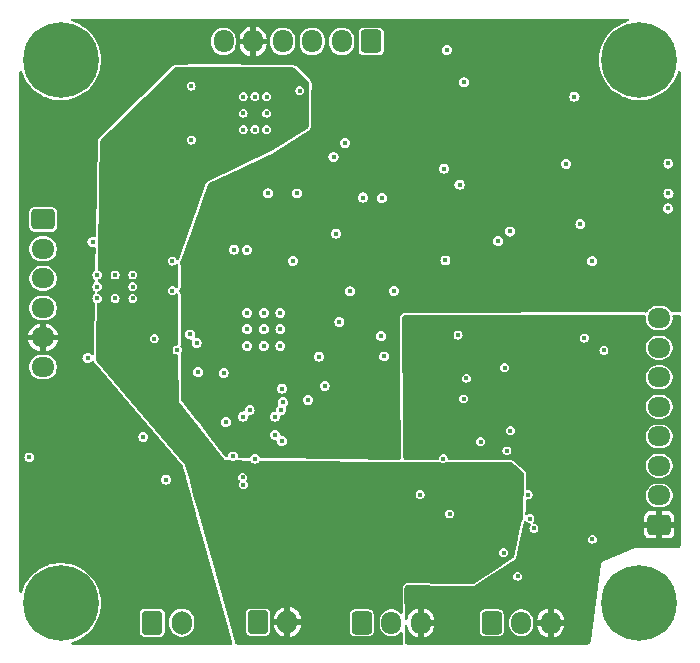
<source format=gbr>
%TF.GenerationSoftware,KiCad,Pcbnew,8.0.5*%
%TF.CreationDate,2024-10-23T09:04:43+02:00*%
%TF.ProjectId,Pojet_V-NOM_KiCAD,506f6a65-745f-4562-9d4e-4f4d5f4b6943,rev?*%
%TF.SameCoordinates,Original*%
%TF.FileFunction,Copper,L3,Inr*%
%TF.FilePolarity,Positive*%
%FSLAX46Y46*%
G04 Gerber Fmt 4.6, Leading zero omitted, Abs format (unit mm)*
G04 Created by KiCad (PCBNEW 8.0.5) date 2024-10-23 09:04:43*
%MOMM*%
%LPD*%
G01*
G04 APERTURE LIST*
G04 Aperture macros list*
%AMRoundRect*
0 Rectangle with rounded corners*
0 $1 Rounding radius*
0 $2 $3 $4 $5 $6 $7 $8 $9 X,Y pos of 4 corners*
0 Add a 4 corners polygon primitive as box body*
4,1,4,$2,$3,$4,$5,$6,$7,$8,$9,$2,$3,0*
0 Add four circle primitives for the rounded corners*
1,1,$1+$1,$2,$3*
1,1,$1+$1,$4,$5*
1,1,$1+$1,$6,$7*
1,1,$1+$1,$8,$9*
0 Add four rect primitives between the rounded corners*
20,1,$1+$1,$2,$3,$4,$5,0*
20,1,$1+$1,$4,$5,$6,$7,0*
20,1,$1+$1,$6,$7,$8,$9,0*
20,1,$1+$1,$8,$9,$2,$3,0*%
G04 Aperture macros list end*
%TA.AperFunction,ComponentPad*%
%ADD10RoundRect,0.250000X0.725000X-0.600000X0.725000X0.600000X-0.725000X0.600000X-0.725000X-0.600000X0*%
%TD*%
%TA.AperFunction,ComponentPad*%
%ADD11O,1.950000X1.700000*%
%TD*%
%TA.AperFunction,ComponentPad*%
%ADD12RoundRect,0.250000X-0.600000X-0.725000X0.600000X-0.725000X0.600000X0.725000X-0.600000X0.725000X0*%
%TD*%
%TA.AperFunction,ComponentPad*%
%ADD13O,1.700000X1.950000*%
%TD*%
%TA.AperFunction,ComponentPad*%
%ADD14C,0.800000*%
%TD*%
%TA.AperFunction,ComponentPad*%
%ADD15C,6.400000*%
%TD*%
%TA.AperFunction,ComponentPad*%
%ADD16RoundRect,0.250000X-0.600000X-0.750000X0.600000X-0.750000X0.600000X0.750000X-0.600000X0.750000X0*%
%TD*%
%TA.AperFunction,ComponentPad*%
%ADD17O,1.700000X2.000000*%
%TD*%
%TA.AperFunction,ComponentPad*%
%ADD18RoundRect,0.250000X0.600000X0.725000X-0.600000X0.725000X-0.600000X-0.725000X0.600000X-0.725000X0*%
%TD*%
%TA.AperFunction,ComponentPad*%
%ADD19RoundRect,0.250000X-0.725000X0.600000X-0.725000X-0.600000X0.725000X-0.600000X0.725000X0.600000X0*%
%TD*%
%TA.AperFunction,ViaPad*%
%ADD20C,0.450000*%
%TD*%
G04 APERTURE END LIST*
D10*
%TO.N,+5V*%
%TO.C,J3*%
X95680000Y-84870000D03*
D11*
%TO.N,/acquisition/TX_LIDAR*%
X95680000Y-82370000D03*
%TO.N,/acquisition/RX_LIDAR*%
X95680000Y-79870000D03*
%TO.N,GND*%
X95680000Y-77370000D03*
%TO.N,/acquisition/EN_MOT*%
X95680000Y-74870000D03*
%TO.N,/acquisition/EN_LIDAR*%
X95680000Y-72370000D03*
%TO.N,/acquisition/VIT_MOT_LIDAR*%
X95680000Y-69870000D03*
%TO.N,unconnected-(J3-Pin_8-Pad8)*%
X95680000Y-67370000D03*
%TD*%
D12*
%TO.N,/acquisition/TOF1*%
%TO.C,J4*%
X70500000Y-93150000D03*
D13*
%TO.N,GND*%
X73000000Y-93150000D03*
%TO.N,+5V*%
X75500000Y-93150000D03*
%TD*%
D14*
%TO.N,GND*%
%TO.C,H4*%
X91600000Y-45500000D03*
X92302944Y-43802944D03*
X92302944Y-47197056D03*
X94000000Y-43100000D03*
D15*
X94000000Y-45500000D03*
D14*
X94000000Y-47900000D03*
X95697056Y-43802944D03*
X95697056Y-47197056D03*
X96400000Y-45500000D03*
%TD*%
%TO.N,GND*%
%TO.C,H2*%
X42600000Y-91500000D03*
X43302944Y-89802944D03*
X43302944Y-93197056D03*
X45000000Y-89100000D03*
D15*
X45000000Y-91500000D03*
D14*
X45000000Y-93900000D03*
X46697056Y-89802944D03*
X46697056Y-93197056D03*
X47400000Y-91500000D03*
%TD*%
D16*
%TO.N,Net-(BT1-+)*%
%TO.C,BT1*%
X52750000Y-93150000D03*
D17*
%TO.N,GND*%
X55250000Y-93150000D03*
%TD*%
D16*
%TO.N,Net-(BT1-+)*%
%TO.C,J6*%
X61700000Y-93100000D03*
D17*
%TO.N,+BATT*%
X64200000Y-93100000D03*
%TD*%
D14*
%TO.N,GND*%
%TO.C,H3*%
X91600000Y-91500000D03*
X92302944Y-89802944D03*
X92302944Y-93197056D03*
X94000000Y-89100000D03*
D15*
X94000000Y-91500000D03*
D14*
X94000000Y-93900000D03*
X95697056Y-89802944D03*
X95697056Y-93197056D03*
X96400000Y-91500000D03*
%TD*%
D18*
%TO.N,/Deplacement/Driver_Motor1/OUT2*%
%TO.C,J301*%
X71290000Y-43940000D03*
D13*
%TO.N,GND*%
X68790000Y-43940000D03*
%TO.N,/Deplacement/Encoder B phase 1*%
X66290000Y-43940000D03*
%TO.N,/Deplacement/Encoder A phase 1*%
X63790000Y-43940000D03*
%TO.N,+3.3V*%
X61290000Y-43940000D03*
%TO.N,/Deplacement/Driver_Motor1/OUT1*%
X58790000Y-43940000D03*
%TD*%
D12*
%TO.N,/acquisition/TOF2*%
%TO.C,J5*%
X81500000Y-93150000D03*
D13*
%TO.N,GND*%
X84000000Y-93150000D03*
%TO.N,+5V*%
X86500000Y-93150000D03*
%TD*%
D19*
%TO.N,/Deplacement/Driver_Motor2/OUT2*%
%TO.C,J302*%
X43510000Y-59000000D03*
D11*
%TO.N,GND*%
X43510000Y-61500000D03*
%TO.N,/Deplacement/Encoder B phase 2*%
X43510000Y-64000000D03*
%TO.N,/Deplacement/Encoder A phase 2*%
X43510000Y-66500000D03*
%TO.N,+3.3V*%
X43510000Y-69000000D03*
%TO.N,/Deplacement/Driver_Motor2/OUT1*%
X43510000Y-71500000D03*
%TD*%
D14*
%TO.N,GND*%
%TO.C,H1*%
X42600000Y-45500000D03*
X43302944Y-43802944D03*
X43302944Y-47197056D03*
X45000000Y-43100000D03*
D15*
X45000000Y-45500000D03*
D14*
X45000000Y-47900000D03*
X46697056Y-43802944D03*
X46697056Y-47197056D03*
X47400000Y-45500000D03*
%TD*%
D20*
%TO.N,GND*%
X72200000Y-57200000D03*
X47277500Y-70760000D03*
X73200000Y-65050000D03*
X62200000Y-69700000D03*
X96460000Y-56810000D03*
X52000000Y-77400000D03*
X51110000Y-65700000D03*
X53900000Y-81030000D03*
X62450000Y-50010000D03*
X65940000Y-74270000D03*
X56650000Y-71940000D03*
X61450000Y-51410000D03*
X67350000Y-73100000D03*
X48110000Y-64700000D03*
X82495000Y-87207500D03*
X89350000Y-69050000D03*
X51110000Y-63700000D03*
X47702500Y-60900000D03*
X77700000Y-44650000D03*
X60450000Y-50010000D03*
X60450000Y-48610000D03*
X62200000Y-66900000D03*
X83690000Y-89210000D03*
X42350000Y-79150000D03*
X49610000Y-65700000D03*
X63600000Y-66900000D03*
X65000000Y-56800000D03*
X90000000Y-62550000D03*
X70600000Y-57150000D03*
X63600000Y-68300000D03*
X60800000Y-68300000D03*
X96420000Y-58080000D03*
X72400000Y-70600000D03*
X62450000Y-48610000D03*
X56075000Y-52285000D03*
X85070000Y-85160000D03*
X56050000Y-47710000D03*
X77385000Y-79247500D03*
X96450000Y-54270000D03*
X60450000Y-51410000D03*
X62450000Y-51410000D03*
X83085000Y-76897500D03*
X79150000Y-47400000D03*
X52920000Y-69100000D03*
X60750000Y-61580000D03*
X91000000Y-70100000D03*
X59660000Y-61560000D03*
X48110000Y-63700000D03*
X61450000Y-48610000D03*
X60800000Y-66900000D03*
X65250000Y-48110000D03*
X51110000Y-64700000D03*
X88500000Y-48600000D03*
X60800000Y-69700000D03*
X48110000Y-65700000D03*
X62550000Y-56800000D03*
X49610000Y-63700000D03*
X72150000Y-68900000D03*
X68600000Y-67675000D03*
X63600000Y-69700000D03*
X84735000Y-84347500D03*
X62200000Y-68300000D03*
X84585000Y-82297500D03*
%TO.N,+3.3V*%
X61450000Y-63790000D03*
X76000000Y-44650000D03*
X64975000Y-72710000D03*
X56450000Y-70980000D03*
X66440000Y-71120000D03*
X59650000Y-63770000D03*
X54760000Y-84710000D03*
X69800000Y-57250000D03*
X59765000Y-60050000D03*
X96590000Y-59350000D03*
X73800000Y-57280000D03*
X57891644Y-70608771D03*
X88400000Y-64600000D03*
%TO.N,+BATT*%
X65240000Y-50640000D03*
X50400000Y-68300000D03*
X82150000Y-83400000D03*
X48975000Y-68300000D03*
X80700000Y-86117500D03*
X80600000Y-83947500D03*
X50250000Y-60840000D03*
X81535000Y-85400000D03*
X57800000Y-49375000D03*
X57900000Y-50735000D03*
%TO.N,+5V*%
X80795000Y-75297500D03*
X82575000Y-75277500D03*
X75955000Y-75287500D03*
X88400000Y-69000000D03*
X88705000Y-84800000D03*
X87600000Y-84800000D03*
X90300000Y-69000000D03*
X88000000Y-89100000D03*
X89800000Y-84800000D03*
%TO.N,Net-(IC1002-VCC)*%
X75430000Y-82297500D03*
X80550000Y-77830000D03*
%TO.N,Net-(IC1002-EN{slash}SYNC)*%
X77930000Y-83940000D03*
X82785000Y-78597500D03*
%TO.N,/controle/SWCLK*%
X58980000Y-76180000D03*
X78650000Y-68800000D03*
%TO.N,/controle/VCP_RX*%
X82050000Y-60850000D03*
X63717500Y-73322500D03*
%TO.N,/controle/NRST*%
X87800000Y-54300000D03*
X69500000Y-65100000D03*
%TO.N,/controle/SWDIO*%
X89000000Y-59410000D03*
X58800000Y-71980000D03*
%TO.N,/controle/VCP_TX*%
X63820000Y-74490000D03*
X83031091Y-60021091D03*
%TO.N,/acquisition/EN_MOT*%
X61000000Y-75150000D03*
X63674805Y-75123578D03*
X63723924Y-77773894D03*
X79125000Y-74195000D03*
%TO.N,/acquisition/EN_LIDAR*%
X63173924Y-77240070D03*
X60450000Y-75700000D03*
X79360000Y-72450000D03*
X63173924Y-75700000D03*
%TO.N,/acquisition/VIT_MOT_LIDAR*%
X55960000Y-68740000D03*
X82600000Y-71552182D03*
%TO.N,/acquisition/RX_LIDAR*%
X61450000Y-79300000D03*
X90020000Y-86080000D03*
%TO.N,/acquisition/TX_LIDAR*%
X59600000Y-79070000D03*
%TO.N,/Deplacement/Encoder B phase 1*%
X56510000Y-69450000D03*
%TO.N,/Deplacement/Encoder A phase 1*%
X60405134Y-80832952D03*
%TO.N,/Deplacement/Encoder A phase 2*%
X60478768Y-81478768D03*
%TO.N,/Deplacement/Encoder B phase 2*%
X54850000Y-70050000D03*
%TO.N,/controle/BTN_START*%
X77575000Y-62475000D03*
X66855330Y-70620000D03*
%TO.N,/acquisition/AG_MISO*%
X69070000Y-52520000D03*
X68100000Y-53700000D03*
%TO.N,/acquisition/AG_CSN*%
X68300000Y-60200000D03*
X64650000Y-62500000D03*
%TO.N,/Deplacement/FWD1*%
X54440000Y-65040000D03*
X54450000Y-62530000D03*
%TO.N,/acquisition/AG_INT1*%
X78775000Y-56050000D03*
X77427500Y-54702500D03*
%TD*%
%TA.AperFunction,Conductor*%
%TO.N,+3.3V*%
G36*
X93047010Y-42020185D02*
G01*
X93092765Y-42072989D01*
X93102709Y-42142147D01*
X93073684Y-42205703D01*
X93019564Y-42242009D01*
X92739497Y-42336375D01*
X92739494Y-42336376D01*
X92739486Y-42336379D01*
X92404846Y-42491200D01*
X92404842Y-42491202D01*
X92240187Y-42590272D01*
X92088881Y-42681310D01*
X92073089Y-42693315D01*
X91795330Y-42904461D01*
X91795330Y-42904462D01*
X91527626Y-43158044D01*
X91288909Y-43439083D01*
X91081979Y-43744282D01*
X91081973Y-43744291D01*
X90909261Y-44070061D01*
X90909255Y-44070073D01*
X90772770Y-44412628D01*
X90772768Y-44412634D01*
X90674128Y-44767905D01*
X90674122Y-44767931D01*
X90614470Y-45131786D01*
X90614469Y-45131803D01*
X90594506Y-45499997D01*
X90594506Y-45500002D01*
X90614469Y-45868196D01*
X90614470Y-45868213D01*
X90674122Y-46232068D01*
X90674128Y-46232094D01*
X90772768Y-46587365D01*
X90772770Y-46587371D01*
X90909255Y-46929926D01*
X90909261Y-46929938D01*
X91081973Y-47255708D01*
X91081976Y-47255713D01*
X91081978Y-47255716D01*
X91136582Y-47336251D01*
X91288909Y-47560916D01*
X91500245Y-47809719D01*
X91527627Y-47841956D01*
X91795330Y-48095538D01*
X92088881Y-48318690D01*
X92404838Y-48508795D01*
X92404840Y-48508796D01*
X92404842Y-48508797D01*
X92404846Y-48508799D01*
X92601974Y-48600000D01*
X92739497Y-48663625D01*
X93088934Y-48781364D01*
X93449052Y-48860632D01*
X93815630Y-48900500D01*
X93815636Y-48900500D01*
X94184364Y-48900500D01*
X94184370Y-48900500D01*
X94550948Y-48860632D01*
X94911066Y-48781364D01*
X95260503Y-48663625D01*
X95595162Y-48508795D01*
X95911119Y-48318690D01*
X96204670Y-48095538D01*
X96472373Y-47841956D01*
X96711090Y-47560917D01*
X96918022Y-47255716D01*
X97090743Y-46929930D01*
X97227227Y-46587379D01*
X97247318Y-46515019D01*
X97256020Y-46483678D01*
X97292922Y-46424348D01*
X97356042Y-46394387D01*
X97425339Y-46403308D01*
X97478814Y-46448278D01*
X97499486Y-46515019D01*
X97499500Y-46516851D01*
X97499500Y-66748779D01*
X97479815Y-66815818D01*
X97427011Y-66861573D01*
X97357853Y-66871517D01*
X97356976Y-66871380D01*
X97336111Y-66868362D01*
X97336082Y-66868359D01*
X97312153Y-66866076D01*
X97292209Y-66865148D01*
X97292208Y-66865148D01*
X97263274Y-66865209D01*
X96916066Y-66865941D01*
X96910721Y-66866022D01*
X96904406Y-66866199D01*
X96841788Y-66877827D01*
X96840860Y-66878076D01*
X96840498Y-66878067D01*
X96837059Y-66878706D01*
X96836924Y-66877980D01*
X96771011Y-66876380D01*
X96713168Y-66837189D01*
X96705722Y-66827176D01*
X96691853Y-66806420D01*
X96620977Y-66700345D01*
X96620975Y-66700342D01*
X96474657Y-66554024D01*
X96379255Y-66490279D01*
X96302598Y-66439059D01*
X96111420Y-66359870D01*
X96111412Y-66359868D01*
X95908469Y-66319500D01*
X95908465Y-66319500D01*
X95451535Y-66319500D01*
X95451530Y-66319500D01*
X95248587Y-66359868D01*
X95248579Y-66359870D01*
X95057403Y-66439058D01*
X94885342Y-66554024D01*
X94739024Y-66700342D01*
X94694570Y-66766874D01*
X94668147Y-66806420D01*
X94650354Y-66833049D01*
X94596742Y-66877855D01*
X94527417Y-66886562D01*
X94512567Y-66883209D01*
X94499373Y-66879365D01*
X94499375Y-66879365D01*
X94453029Y-66872801D01*
X94441457Y-66871162D01*
X94441456Y-66871162D01*
X93664788Y-66872801D01*
X74213634Y-66913836D01*
X74193435Y-66914875D01*
X74193405Y-66914878D01*
X74169170Y-66917326D01*
X74169147Y-66917328D01*
X74149161Y-66920348D01*
X74149153Y-66920349D01*
X74149137Y-66920352D01*
X74116529Y-66926934D01*
X74116467Y-66926946D01*
X74070231Y-66936282D01*
X74070228Y-66936283D01*
X74031589Y-66948142D01*
X73986769Y-66966898D01*
X73951199Y-66986095D01*
X73951180Y-66986106D01*
X73942777Y-66991774D01*
X73942550Y-66991929D01*
X73894834Y-67024115D01*
X73863701Y-67049914D01*
X73829551Y-67084415D01*
X73829535Y-67084433D01*
X73804058Y-67115827D01*
X73804056Y-67115829D01*
X73766631Y-67172562D01*
X73766618Y-67172583D01*
X73747793Y-67208339D01*
X73747790Y-67208345D01*
X73747789Y-67208348D01*
X73729505Y-67253329D01*
X73729504Y-67253333D01*
X73718034Y-67292118D01*
X73702921Y-67371149D01*
X73702919Y-67371158D01*
X73700099Y-67391214D01*
X73697897Y-67415494D01*
X73697639Y-67421774D01*
X73697064Y-67435729D01*
X73707766Y-68750000D01*
X73708173Y-68799993D01*
X73708187Y-68801677D01*
X73708187Y-68801698D01*
X73710209Y-69049999D01*
X73716249Y-69791694D01*
X73718760Y-70099993D01*
X73718774Y-70101679D01*
X73718774Y-70101699D01*
X73730586Y-71552175D01*
X73730600Y-71553859D01*
X73730600Y-71553880D01*
X73737897Y-72449993D01*
X73737911Y-72451677D01*
X73737911Y-72451698D01*
X73752107Y-74194993D01*
X73752121Y-74196677D01*
X73752121Y-74196698D01*
X73753802Y-74403121D01*
X73756966Y-74791694D01*
X73758420Y-74970216D01*
X73774114Y-76897499D01*
X73774128Y-76899169D01*
X73777324Y-77291694D01*
X73781044Y-77748528D01*
X73781708Y-77829993D01*
X73781722Y-77831677D01*
X73781722Y-77831698D01*
X73787958Y-78597493D01*
X73787972Y-78599177D01*
X73787972Y-78599198D01*
X73791068Y-78979354D01*
X73791068Y-78979355D01*
X73791984Y-79091945D01*
X73791985Y-79091976D01*
X73793126Y-79111992D01*
X73793127Y-79112000D01*
X73795681Y-79136046D01*
X73795686Y-79136078D01*
X73798770Y-79155862D01*
X73805070Y-79186396D01*
X73799338Y-79256030D01*
X73756869Y-79311511D01*
X73691146Y-79335224D01*
X73682442Y-79335446D01*
X63133589Y-79234586D01*
X61963322Y-79223396D01*
X61896474Y-79203072D01*
X61854025Y-79155699D01*
X61798528Y-79046780D01*
X61798526Y-79046778D01*
X61798523Y-79046774D01*
X61703225Y-78951476D01*
X61703221Y-78951473D01*
X61703220Y-78951472D01*
X61583126Y-78890281D01*
X61583124Y-78890280D01*
X61583121Y-78890279D01*
X61450002Y-78869196D01*
X61449998Y-78869196D01*
X61316878Y-78890279D01*
X61196778Y-78951473D01*
X61196774Y-78951476D01*
X61101476Y-79046774D01*
X61101471Y-79046781D01*
X61050964Y-79145906D01*
X61002990Y-79196701D01*
X60939295Y-79213604D01*
X60153248Y-79206089D01*
X60086399Y-79185765D01*
X60041151Y-79132526D01*
X60034078Y-79079759D01*
X60030804Y-79079759D01*
X60030804Y-79069997D01*
X60009720Y-78936878D01*
X60009719Y-78936876D01*
X60009719Y-78936874D01*
X59948528Y-78816780D01*
X59948526Y-78816778D01*
X59948523Y-78816774D01*
X59853225Y-78721476D01*
X59853221Y-78721473D01*
X59853220Y-78721472D01*
X59733126Y-78660281D01*
X59733124Y-78660280D01*
X59733121Y-78660279D01*
X59600002Y-78639196D01*
X59599998Y-78639196D01*
X59466878Y-78660279D01*
X59346778Y-78721473D01*
X59346774Y-78721476D01*
X59251476Y-78816774D01*
X59251473Y-78816778D01*
X59190279Y-78936878D01*
X59175584Y-79029662D01*
X59145655Y-79092797D01*
X59086343Y-79129728D01*
X59016481Y-79128730D01*
X58958248Y-79090120D01*
X58955534Y-79086780D01*
X57507418Y-77240067D01*
X62743120Y-77240067D01*
X62743120Y-77240072D01*
X62764203Y-77373191D01*
X62764204Y-77373194D01*
X62764205Y-77373196D01*
X62825396Y-77493290D01*
X62825397Y-77493291D01*
X62825400Y-77493295D01*
X62920698Y-77588593D01*
X62920702Y-77588596D01*
X62920704Y-77588598D01*
X63040798Y-77649789D01*
X63040800Y-77649789D01*
X63040802Y-77649790D01*
X63183563Y-77672401D01*
X63183231Y-77674495D01*
X63237936Y-77690559D01*
X63283691Y-77743363D01*
X63293370Y-77775476D01*
X63314203Y-77907015D01*
X63314204Y-77907018D01*
X63314205Y-77907020D01*
X63375396Y-78027114D01*
X63375397Y-78027115D01*
X63375400Y-78027119D01*
X63470698Y-78122417D01*
X63470702Y-78122420D01*
X63470704Y-78122422D01*
X63590798Y-78183613D01*
X63590800Y-78183613D01*
X63590802Y-78183614D01*
X63723922Y-78204698D01*
X63723924Y-78204698D01*
X63723926Y-78204698D01*
X63857045Y-78183614D01*
X63857045Y-78183613D01*
X63857050Y-78183613D01*
X63977144Y-78122422D01*
X64072452Y-78027114D01*
X64133643Y-77907020D01*
X64145576Y-77831677D01*
X64154728Y-77773896D01*
X64154728Y-77773891D01*
X64133644Y-77640772D01*
X64133643Y-77640770D01*
X64133643Y-77640768D01*
X64072452Y-77520674D01*
X64072450Y-77520672D01*
X64072447Y-77520668D01*
X63977149Y-77425370D01*
X63977145Y-77425367D01*
X63977144Y-77425366D01*
X63857050Y-77364175D01*
X63857048Y-77364174D01*
X63857045Y-77364173D01*
X63714285Y-77341563D01*
X63714616Y-77339468D01*
X63659912Y-77323405D01*
X63614157Y-77270601D01*
X63604478Y-77238488D01*
X63583644Y-77106948D01*
X63583643Y-77106946D01*
X63583643Y-77106944D01*
X63522452Y-76986850D01*
X63522450Y-76986848D01*
X63522447Y-76986844D01*
X63427149Y-76891546D01*
X63427145Y-76891543D01*
X63427144Y-76891542D01*
X63307050Y-76830351D01*
X63307048Y-76830350D01*
X63307045Y-76830349D01*
X63173926Y-76809266D01*
X63173922Y-76809266D01*
X63040802Y-76830349D01*
X62920702Y-76891543D01*
X62920698Y-76891546D01*
X62825400Y-76986844D01*
X62825397Y-76986848D01*
X62764203Y-77106948D01*
X62743120Y-77240067D01*
X57507418Y-77240067D01*
X56676155Y-76179997D01*
X58549196Y-76179997D01*
X58549196Y-76180002D01*
X58570279Y-76313121D01*
X58570280Y-76313124D01*
X58570281Y-76313126D01*
X58631472Y-76433220D01*
X58631473Y-76433221D01*
X58631476Y-76433225D01*
X58726774Y-76528523D01*
X58726778Y-76528526D01*
X58726780Y-76528528D01*
X58846874Y-76589719D01*
X58846876Y-76589719D01*
X58846878Y-76589720D01*
X58979998Y-76610804D01*
X58980000Y-76610804D01*
X58980002Y-76610804D01*
X59113121Y-76589720D01*
X59113121Y-76589719D01*
X59113126Y-76589719D01*
X59233220Y-76528528D01*
X59328528Y-76433220D01*
X59389719Y-76313126D01*
X59410804Y-76180000D01*
X59403012Y-76130804D01*
X59389720Y-76046878D01*
X59389719Y-76046876D01*
X59389719Y-76046874D01*
X59328528Y-75926780D01*
X59328526Y-75926778D01*
X59328523Y-75926774D01*
X59233225Y-75831476D01*
X59233221Y-75831473D01*
X59233220Y-75831472D01*
X59113126Y-75770281D01*
X59113124Y-75770280D01*
X59113121Y-75770279D01*
X58980002Y-75749196D01*
X58979998Y-75749196D01*
X58846878Y-75770279D01*
X58726778Y-75831473D01*
X58726774Y-75831476D01*
X58631476Y-75926774D01*
X58631473Y-75926778D01*
X58570279Y-76046878D01*
X58549196Y-76179997D01*
X56676155Y-76179997D01*
X56637580Y-76130804D01*
X56299759Y-75699997D01*
X60019196Y-75699997D01*
X60019196Y-75700002D01*
X60040279Y-75833121D01*
X60040280Y-75833124D01*
X60040281Y-75833126D01*
X60101472Y-75953220D01*
X60101473Y-75953221D01*
X60101476Y-75953225D01*
X60196774Y-76048523D01*
X60196778Y-76048526D01*
X60196780Y-76048528D01*
X60316874Y-76109719D01*
X60316876Y-76109719D01*
X60316878Y-76109720D01*
X60449998Y-76130804D01*
X60450000Y-76130804D01*
X60450002Y-76130804D01*
X60583121Y-76109720D01*
X60583121Y-76109719D01*
X60583126Y-76109719D01*
X60703220Y-76048528D01*
X60798528Y-75953220D01*
X60859719Y-75833126D01*
X60859720Y-75833121D01*
X60880805Y-75699997D01*
X62743120Y-75699997D01*
X62743120Y-75700002D01*
X62764203Y-75833121D01*
X62764204Y-75833124D01*
X62764205Y-75833126D01*
X62825396Y-75953220D01*
X62825397Y-75953221D01*
X62825400Y-75953225D01*
X62920698Y-76048523D01*
X62920702Y-76048526D01*
X62920704Y-76048528D01*
X63040798Y-76109719D01*
X63040800Y-76109719D01*
X63040802Y-76109720D01*
X63173922Y-76130804D01*
X63173924Y-76130804D01*
X63173926Y-76130804D01*
X63307045Y-76109720D01*
X63307045Y-76109719D01*
X63307050Y-76109719D01*
X63427144Y-76048528D01*
X63522452Y-75953220D01*
X63583643Y-75833126D01*
X63583644Y-75833121D01*
X63604728Y-75700002D01*
X63604728Y-75699999D01*
X63603342Y-75691251D01*
X63612293Y-75621957D01*
X63657287Y-75568504D01*
X63706411Y-75549375D01*
X63807931Y-75533297D01*
X63928025Y-75472106D01*
X64023333Y-75376798D01*
X64084524Y-75256704D01*
X64105609Y-75123578D01*
X64088709Y-75016878D01*
X64084525Y-74990456D01*
X64084524Y-74990454D01*
X64084524Y-74990452D01*
X64070327Y-74962588D01*
X64057431Y-74893925D01*
X64083706Y-74829184D01*
X64093123Y-74818624D01*
X64168528Y-74743220D01*
X64229719Y-74623126D01*
X64245542Y-74523225D01*
X64250804Y-74490002D01*
X64250804Y-74489997D01*
X64229720Y-74356878D01*
X64229719Y-74356876D01*
X64229719Y-74356874D01*
X64185453Y-74269997D01*
X65509196Y-74269997D01*
X65509196Y-74270002D01*
X65530279Y-74403121D01*
X65530280Y-74403124D01*
X65530281Y-74403126D01*
X65574546Y-74490000D01*
X65591473Y-74523221D01*
X65591476Y-74523225D01*
X65686774Y-74618523D01*
X65686778Y-74618526D01*
X65686780Y-74618528D01*
X65806874Y-74679719D01*
X65806876Y-74679719D01*
X65806878Y-74679720D01*
X65939998Y-74700804D01*
X65940000Y-74700804D01*
X65940002Y-74700804D01*
X66073121Y-74679720D01*
X66073121Y-74679719D01*
X66073126Y-74679719D01*
X66193220Y-74618528D01*
X66288528Y-74523220D01*
X66349719Y-74403126D01*
X66364114Y-74312239D01*
X66370804Y-74270002D01*
X66370804Y-74269997D01*
X66349720Y-74136878D01*
X66349719Y-74136876D01*
X66349719Y-74136874D01*
X66288528Y-74016780D01*
X66288526Y-74016778D01*
X66288523Y-74016774D01*
X66193225Y-73921476D01*
X66193221Y-73921473D01*
X66193220Y-73921472D01*
X66073126Y-73860281D01*
X66073124Y-73860280D01*
X66073121Y-73860279D01*
X65940002Y-73839196D01*
X65939998Y-73839196D01*
X65806878Y-73860279D01*
X65686778Y-73921473D01*
X65686774Y-73921476D01*
X65591476Y-74016774D01*
X65591473Y-74016778D01*
X65530279Y-74136878D01*
X65509196Y-74269997D01*
X64185453Y-74269997D01*
X64168528Y-74236780D01*
X64168526Y-74236778D01*
X64168523Y-74236774D01*
X64073225Y-74141476D01*
X64073221Y-74141473D01*
X64073220Y-74141472D01*
X63953126Y-74080281D01*
X63953124Y-74080280D01*
X63953121Y-74080279D01*
X63820002Y-74059196D01*
X63819998Y-74059196D01*
X63686878Y-74080279D01*
X63566778Y-74141473D01*
X63566774Y-74141476D01*
X63471476Y-74236774D01*
X63471473Y-74236778D01*
X63410279Y-74356878D01*
X63389196Y-74489997D01*
X63389196Y-74490002D01*
X63410279Y-74623122D01*
X63424477Y-74650987D01*
X63437372Y-74719656D01*
X63411094Y-74784396D01*
X63401673Y-74794961D01*
X63326278Y-74870356D01*
X63265084Y-74990456D01*
X63244001Y-75123575D01*
X63244001Y-75123580D01*
X63245387Y-75132331D01*
X63236432Y-75201625D01*
X63191436Y-75255077D01*
X63142312Y-75274202D01*
X63040802Y-75290279D01*
X62920702Y-75351473D01*
X62920698Y-75351476D01*
X62825400Y-75446774D01*
X62825397Y-75446778D01*
X62764203Y-75566878D01*
X62743120Y-75699997D01*
X60880805Y-75699997D01*
X60882331Y-75690361D01*
X60884924Y-75690771D01*
X60900489Y-75637765D01*
X60953293Y-75592010D01*
X60990608Y-75583892D01*
X60990361Y-75582331D01*
X61133121Y-75559720D01*
X61133121Y-75559719D01*
X61133126Y-75559719D01*
X61253220Y-75498528D01*
X61348528Y-75403220D01*
X61409719Y-75283126D01*
X61409720Y-75283121D01*
X61430804Y-75150002D01*
X61430804Y-75149997D01*
X61409720Y-75016878D01*
X61409719Y-75016876D01*
X61409719Y-75016874D01*
X61348528Y-74896780D01*
X61348526Y-74896778D01*
X61348523Y-74896774D01*
X61253225Y-74801476D01*
X61253221Y-74801473D01*
X61253220Y-74801472D01*
X61133126Y-74740281D01*
X61133124Y-74740280D01*
X61133121Y-74740279D01*
X61000002Y-74719196D01*
X60999998Y-74719196D01*
X60866878Y-74740279D01*
X60746778Y-74801473D01*
X60746774Y-74801476D01*
X60651476Y-74896774D01*
X60651473Y-74896778D01*
X60590279Y-75016878D01*
X60567669Y-75159639D01*
X60565075Y-75159228D01*
X60549511Y-75212235D01*
X60496707Y-75257990D01*
X60459391Y-75266107D01*
X60459639Y-75267669D01*
X60316878Y-75290279D01*
X60196778Y-75351473D01*
X60196774Y-75351476D01*
X60101476Y-75446774D01*
X60101473Y-75446778D01*
X60040279Y-75566878D01*
X60019196Y-75699997D01*
X56299759Y-75699997D01*
X55211535Y-74312237D01*
X55185658Y-74247338D01*
X55185114Y-74236157D01*
X55182017Y-73322497D01*
X63286696Y-73322497D01*
X63286696Y-73322502D01*
X63307779Y-73455621D01*
X63307780Y-73455624D01*
X63307781Y-73455626D01*
X63368972Y-73575720D01*
X63368973Y-73575721D01*
X63368976Y-73575725D01*
X63464274Y-73671023D01*
X63464278Y-73671026D01*
X63464280Y-73671028D01*
X63584374Y-73732219D01*
X63584376Y-73732219D01*
X63584378Y-73732220D01*
X63717498Y-73753304D01*
X63717500Y-73753304D01*
X63717502Y-73753304D01*
X63850621Y-73732220D01*
X63850621Y-73732219D01*
X63850626Y-73732219D01*
X63970720Y-73671028D01*
X64066028Y-73575720D01*
X64127219Y-73455626D01*
X64143438Y-73353225D01*
X64148304Y-73322502D01*
X64148304Y-73322497D01*
X64127220Y-73189378D01*
X64127219Y-73189376D01*
X64127219Y-73189374D01*
X64081679Y-73099997D01*
X66919196Y-73099997D01*
X66919196Y-73100002D01*
X66940279Y-73233121D01*
X66940280Y-73233124D01*
X66940281Y-73233126D01*
X67001472Y-73353220D01*
X67001473Y-73353221D01*
X67001476Y-73353225D01*
X67096774Y-73448523D01*
X67096778Y-73448526D01*
X67096780Y-73448528D01*
X67216874Y-73509719D01*
X67216876Y-73509719D01*
X67216878Y-73509720D01*
X67349998Y-73530804D01*
X67350000Y-73530804D01*
X67350002Y-73530804D01*
X67483121Y-73509720D01*
X67483121Y-73509719D01*
X67483126Y-73509719D01*
X67603220Y-73448528D01*
X67698528Y-73353220D01*
X67759719Y-73233126D01*
X67780804Y-73100000D01*
X67775938Y-73069280D01*
X67759720Y-72966878D01*
X67759719Y-72966876D01*
X67759719Y-72966874D01*
X67698528Y-72846780D01*
X67698526Y-72846778D01*
X67698523Y-72846774D01*
X67603225Y-72751476D01*
X67603221Y-72751473D01*
X67603220Y-72751472D01*
X67483126Y-72690281D01*
X67483124Y-72690280D01*
X67483121Y-72690279D01*
X67350002Y-72669196D01*
X67349998Y-72669196D01*
X67216878Y-72690279D01*
X67096778Y-72751473D01*
X67096774Y-72751476D01*
X67001476Y-72846774D01*
X67001473Y-72846778D01*
X66940279Y-72966878D01*
X66919196Y-73099997D01*
X64081679Y-73099997D01*
X64066028Y-73069280D01*
X64066026Y-73069278D01*
X64066023Y-73069274D01*
X63970725Y-72973976D01*
X63970721Y-72973973D01*
X63970720Y-72973972D01*
X63850626Y-72912781D01*
X63850624Y-72912780D01*
X63850621Y-72912779D01*
X63717502Y-72891696D01*
X63717498Y-72891696D01*
X63584378Y-72912779D01*
X63464278Y-72973973D01*
X63464274Y-72973976D01*
X63368976Y-73069274D01*
X63368973Y-73069278D01*
X63307779Y-73189378D01*
X63286696Y-73322497D01*
X55182017Y-73322497D01*
X55177332Y-71939997D01*
X56219196Y-71939997D01*
X56219196Y-71940002D01*
X56240279Y-72073121D01*
X56240280Y-72073124D01*
X56240281Y-72073126D01*
X56301472Y-72193220D01*
X56301473Y-72193221D01*
X56301476Y-72193225D01*
X56396774Y-72288523D01*
X56396778Y-72288526D01*
X56396780Y-72288528D01*
X56516874Y-72349719D01*
X56516876Y-72349719D01*
X56516878Y-72349720D01*
X56649998Y-72370804D01*
X56650000Y-72370804D01*
X56650002Y-72370804D01*
X56783121Y-72349720D01*
X56783121Y-72349719D01*
X56783126Y-72349719D01*
X56903220Y-72288528D01*
X56998528Y-72193220D01*
X57059719Y-72073126D01*
X57059720Y-72073121D01*
X57074469Y-71979997D01*
X58369196Y-71979997D01*
X58369196Y-71980002D01*
X58390279Y-72113121D01*
X58390280Y-72113124D01*
X58390281Y-72113126D01*
X58431094Y-72193225D01*
X58451473Y-72233221D01*
X58451476Y-72233225D01*
X58546774Y-72328523D01*
X58546778Y-72328526D01*
X58546780Y-72328528D01*
X58666874Y-72389719D01*
X58666876Y-72389719D01*
X58666878Y-72389720D01*
X58799998Y-72410804D01*
X58800000Y-72410804D01*
X58800002Y-72410804D01*
X58933121Y-72389720D01*
X58933121Y-72389719D01*
X58933126Y-72389719D01*
X59053220Y-72328528D01*
X59148528Y-72233220D01*
X59209719Y-72113126D01*
X59209720Y-72113121D01*
X59230804Y-71980002D01*
X59230804Y-71979997D01*
X59209720Y-71846878D01*
X59209719Y-71846876D01*
X59209719Y-71846874D01*
X59148528Y-71726780D01*
X59148526Y-71726778D01*
X59148523Y-71726774D01*
X59053225Y-71631476D01*
X59053221Y-71631473D01*
X59053220Y-71631472D01*
X58933126Y-71570281D01*
X58933124Y-71570280D01*
X58933121Y-71570279D01*
X58800002Y-71549196D01*
X58799998Y-71549196D01*
X58666878Y-71570279D01*
X58546778Y-71631473D01*
X58546774Y-71631476D01*
X58451476Y-71726774D01*
X58451473Y-71726778D01*
X58390279Y-71846878D01*
X58369196Y-71979997D01*
X57074469Y-71979997D01*
X57080804Y-71940002D01*
X57080804Y-71939997D01*
X57059720Y-71806878D01*
X57059719Y-71806876D01*
X57059719Y-71806874D01*
X56998528Y-71686780D01*
X56998526Y-71686778D01*
X56998523Y-71686774D01*
X56903225Y-71591476D01*
X56903221Y-71591473D01*
X56903220Y-71591472D01*
X56783126Y-71530281D01*
X56783124Y-71530280D01*
X56783121Y-71530279D01*
X56650002Y-71509196D01*
X56649998Y-71509196D01*
X56516878Y-71530279D01*
X56396778Y-71591473D01*
X56396774Y-71591476D01*
X56301476Y-71686774D01*
X56301473Y-71686778D01*
X56240279Y-71806878D01*
X56219196Y-71939997D01*
X55177332Y-71939997D01*
X55173983Y-70951948D01*
X55172857Y-70619997D01*
X66424526Y-70619997D01*
X66424526Y-70620002D01*
X66445609Y-70753121D01*
X66445610Y-70753124D01*
X66445611Y-70753126D01*
X66505639Y-70870937D01*
X66506803Y-70873221D01*
X66506806Y-70873225D01*
X66602104Y-70968523D01*
X66602108Y-70968526D01*
X66602110Y-70968528D01*
X66722204Y-71029719D01*
X66722206Y-71029719D01*
X66722208Y-71029720D01*
X66855328Y-71050804D01*
X66855330Y-71050804D01*
X66855332Y-71050804D01*
X66988451Y-71029720D01*
X66988451Y-71029719D01*
X66988456Y-71029719D01*
X67108550Y-70968528D01*
X67203858Y-70873220D01*
X67265049Y-70753126D01*
X67268217Y-70733126D01*
X67286134Y-70620002D01*
X67286134Y-70619997D01*
X67282966Y-70599997D01*
X71969196Y-70599997D01*
X71969196Y-70600002D01*
X71990279Y-70733121D01*
X71990280Y-70733124D01*
X71990281Y-70733126D01*
X72039817Y-70830345D01*
X72051473Y-70853221D01*
X72051476Y-70853225D01*
X72146774Y-70948523D01*
X72146778Y-70948526D01*
X72146780Y-70948528D01*
X72266874Y-71009719D01*
X72266876Y-71009719D01*
X72266878Y-71009720D01*
X72399998Y-71030804D01*
X72400000Y-71030804D01*
X72400002Y-71030804D01*
X72533121Y-71009720D01*
X72533121Y-71009719D01*
X72533126Y-71009719D01*
X72653220Y-70948528D01*
X72748528Y-70853220D01*
X72809719Y-70733126D01*
X72827636Y-70620002D01*
X72830804Y-70600002D01*
X72830804Y-70599997D01*
X72809720Y-70466878D01*
X72809719Y-70466876D01*
X72809719Y-70466874D01*
X72748528Y-70346780D01*
X72748526Y-70346778D01*
X72748523Y-70346774D01*
X72653225Y-70251476D01*
X72653221Y-70251473D01*
X72653220Y-70251472D01*
X72533126Y-70190281D01*
X72533124Y-70190280D01*
X72533121Y-70190279D01*
X72400002Y-70169196D01*
X72399998Y-70169196D01*
X72266878Y-70190279D01*
X72146778Y-70251473D01*
X72146774Y-70251476D01*
X72051476Y-70346774D01*
X72051473Y-70346778D01*
X72041281Y-70366780D01*
X71994480Y-70458634D01*
X71990279Y-70466878D01*
X71969196Y-70599997D01*
X67282966Y-70599997D01*
X67265050Y-70486878D01*
X67265049Y-70486876D01*
X67265049Y-70486874D01*
X67203858Y-70366780D01*
X67203856Y-70366778D01*
X67203853Y-70366774D01*
X67108555Y-70271476D01*
X67108551Y-70271473D01*
X67108550Y-70271472D01*
X66988456Y-70210281D01*
X66988454Y-70210280D01*
X66988451Y-70210279D01*
X66855332Y-70189196D01*
X66855328Y-70189196D01*
X66722208Y-70210279D01*
X66602108Y-70271473D01*
X66602104Y-70271476D01*
X66506806Y-70366774D01*
X66506803Y-70366778D01*
X66506802Y-70366780D01*
X66455800Y-70466878D01*
X66445609Y-70486878D01*
X66424526Y-70619997D01*
X55172857Y-70619997D01*
X55172630Y-70553061D01*
X55167861Y-70509736D01*
X55156657Y-70458648D01*
X55154243Y-70448808D01*
X55152402Y-70441304D01*
X55154160Y-70440872D01*
X55149384Y-70380981D01*
X55182367Y-70319386D01*
X55182988Y-70318759D01*
X55198528Y-70303220D01*
X55259719Y-70183126D01*
X55259720Y-70183121D01*
X55280804Y-70050002D01*
X55280804Y-70049997D01*
X55259720Y-69916878D01*
X55259719Y-69916876D01*
X55259719Y-69916874D01*
X55198528Y-69796780D01*
X55198526Y-69796778D01*
X55198523Y-69796774D01*
X55177701Y-69775952D01*
X55144216Y-69714629D01*
X55146286Y-69653742D01*
X55161084Y-69602709D01*
X55169212Y-69544785D01*
X55166484Y-68739997D01*
X55529196Y-68739997D01*
X55529196Y-68740002D01*
X55550279Y-68873121D01*
X55550280Y-68873124D01*
X55550281Y-68873126D01*
X55611472Y-68993220D01*
X55611473Y-68993221D01*
X55611476Y-68993225D01*
X55706774Y-69088523D01*
X55706778Y-69088526D01*
X55706780Y-69088528D01*
X55826874Y-69149719D01*
X55826876Y-69149719D01*
X55826878Y-69149720D01*
X55959998Y-69170804D01*
X55969759Y-69170804D01*
X55969759Y-69172339D01*
X56028333Y-69179904D01*
X56081789Y-69224896D01*
X56102435Y-69291645D01*
X56100921Y-69312824D01*
X56079196Y-69449996D01*
X56079196Y-69450002D01*
X56100279Y-69583121D01*
X56100280Y-69583124D01*
X56100281Y-69583126D01*
X56161472Y-69703220D01*
X56161473Y-69703221D01*
X56161476Y-69703225D01*
X56256774Y-69798523D01*
X56256778Y-69798526D01*
X56256780Y-69798528D01*
X56376874Y-69859719D01*
X56376876Y-69859719D01*
X56376878Y-69859720D01*
X56509998Y-69880804D01*
X56510000Y-69880804D01*
X56510002Y-69880804D01*
X56643121Y-69859720D01*
X56643121Y-69859719D01*
X56643126Y-69859719D01*
X56763220Y-69798528D01*
X56858528Y-69703220D01*
X56860170Y-69699997D01*
X60369196Y-69699997D01*
X60369196Y-69700002D01*
X60390279Y-69833121D01*
X60390280Y-69833124D01*
X60390281Y-69833126D01*
X60432953Y-69916874D01*
X60451473Y-69953221D01*
X60451476Y-69953225D01*
X60546774Y-70048523D01*
X60546778Y-70048526D01*
X60546780Y-70048528D01*
X60666874Y-70109719D01*
X60666876Y-70109719D01*
X60666878Y-70109720D01*
X60799998Y-70130804D01*
X60800000Y-70130804D01*
X60800002Y-70130804D01*
X60933121Y-70109720D01*
X60933121Y-70109719D01*
X60933126Y-70109719D01*
X61053220Y-70048528D01*
X61148528Y-69953220D01*
X61209719Y-69833126D01*
X61216281Y-69791694D01*
X61230804Y-69700002D01*
X61230804Y-69699997D01*
X61769196Y-69699997D01*
X61769196Y-69700002D01*
X61790279Y-69833121D01*
X61790280Y-69833124D01*
X61790281Y-69833126D01*
X61832953Y-69916874D01*
X61851473Y-69953221D01*
X61851476Y-69953225D01*
X61946774Y-70048523D01*
X61946778Y-70048526D01*
X61946780Y-70048528D01*
X62066874Y-70109719D01*
X62066876Y-70109719D01*
X62066878Y-70109720D01*
X62199998Y-70130804D01*
X62200000Y-70130804D01*
X62200002Y-70130804D01*
X62333121Y-70109720D01*
X62333121Y-70109719D01*
X62333126Y-70109719D01*
X62453220Y-70048528D01*
X62548528Y-69953220D01*
X62609719Y-69833126D01*
X62616281Y-69791694D01*
X62630804Y-69700002D01*
X62630804Y-69699997D01*
X63169196Y-69699997D01*
X63169196Y-69700002D01*
X63190279Y-69833121D01*
X63190280Y-69833124D01*
X63190281Y-69833126D01*
X63232953Y-69916874D01*
X63251473Y-69953221D01*
X63251476Y-69953225D01*
X63346774Y-70048523D01*
X63346778Y-70048526D01*
X63346780Y-70048528D01*
X63466874Y-70109719D01*
X63466876Y-70109719D01*
X63466878Y-70109720D01*
X63599998Y-70130804D01*
X63600000Y-70130804D01*
X63600002Y-70130804D01*
X63733121Y-70109720D01*
X63733121Y-70109719D01*
X63733126Y-70109719D01*
X63853220Y-70048528D01*
X63948528Y-69953220D01*
X64009719Y-69833126D01*
X64016281Y-69791694D01*
X64030804Y-69700002D01*
X64030804Y-69699997D01*
X64009720Y-69566878D01*
X64009719Y-69566876D01*
X64009719Y-69566874D01*
X63948528Y-69446780D01*
X63948526Y-69446778D01*
X63948523Y-69446774D01*
X63853225Y-69351476D01*
X63853221Y-69351473D01*
X63853220Y-69351472D01*
X63733126Y-69290281D01*
X63733124Y-69290280D01*
X63733121Y-69290279D01*
X63600002Y-69269196D01*
X63599998Y-69269196D01*
X63466878Y-69290279D01*
X63466874Y-69290280D01*
X63466874Y-69290281D01*
X63387343Y-69330804D01*
X63346778Y-69351473D01*
X63346774Y-69351476D01*
X63251476Y-69446774D01*
X63251473Y-69446778D01*
X63190279Y-69566878D01*
X63169196Y-69699997D01*
X62630804Y-69699997D01*
X62609720Y-69566878D01*
X62609719Y-69566876D01*
X62609719Y-69566874D01*
X62548528Y-69446780D01*
X62548526Y-69446778D01*
X62548523Y-69446774D01*
X62453225Y-69351476D01*
X62453221Y-69351473D01*
X62453220Y-69351472D01*
X62333126Y-69290281D01*
X62333124Y-69290280D01*
X62333121Y-69290279D01*
X62200002Y-69269196D01*
X62199998Y-69269196D01*
X62066878Y-69290279D01*
X62066874Y-69290280D01*
X62066874Y-69290281D01*
X61987343Y-69330804D01*
X61946778Y-69351473D01*
X61946774Y-69351476D01*
X61851476Y-69446774D01*
X61851473Y-69446778D01*
X61790279Y-69566878D01*
X61769196Y-69699997D01*
X61230804Y-69699997D01*
X61209720Y-69566878D01*
X61209719Y-69566876D01*
X61209719Y-69566874D01*
X61148528Y-69446780D01*
X61148526Y-69446778D01*
X61148523Y-69446774D01*
X61053225Y-69351476D01*
X61053221Y-69351473D01*
X61053220Y-69351472D01*
X60933126Y-69290281D01*
X60933124Y-69290280D01*
X60933121Y-69290279D01*
X60800002Y-69269196D01*
X60799998Y-69269196D01*
X60666878Y-69290279D01*
X60666874Y-69290280D01*
X60666874Y-69290281D01*
X60587343Y-69330804D01*
X60546778Y-69351473D01*
X60546774Y-69351476D01*
X60451476Y-69446774D01*
X60451473Y-69446778D01*
X60390279Y-69566878D01*
X60369196Y-69699997D01*
X56860170Y-69699997D01*
X56919719Y-69583126D01*
X56919720Y-69583121D01*
X56940804Y-69450002D01*
X56940804Y-69449997D01*
X56919720Y-69316878D01*
X56919719Y-69316876D01*
X56919719Y-69316874D01*
X56858528Y-69196780D01*
X56858526Y-69196778D01*
X56858523Y-69196774D01*
X56763225Y-69101476D01*
X56763221Y-69101473D01*
X56763220Y-69101472D01*
X56643126Y-69040281D01*
X56643124Y-69040280D01*
X56643121Y-69040279D01*
X56510002Y-69019196D01*
X56500241Y-69019196D01*
X56500241Y-69017662D01*
X56441651Y-69010088D01*
X56388201Y-68965090D01*
X56368077Y-68899997D01*
X71719196Y-68899997D01*
X71719196Y-68900002D01*
X71740279Y-69033121D01*
X71740280Y-69033124D01*
X71740281Y-69033126D01*
X71799689Y-69149720D01*
X71801473Y-69153221D01*
X71801476Y-69153225D01*
X71896774Y-69248523D01*
X71896778Y-69248526D01*
X71896780Y-69248528D01*
X72016874Y-69309719D01*
X72016876Y-69309719D01*
X72016878Y-69309720D01*
X72149998Y-69330804D01*
X72150000Y-69330804D01*
X72150002Y-69330804D01*
X72283121Y-69309720D01*
X72283121Y-69309719D01*
X72283126Y-69309719D01*
X72403220Y-69248528D01*
X72498528Y-69153220D01*
X72559719Y-69033126D01*
X72559720Y-69033121D01*
X72580804Y-68900002D01*
X72580804Y-68899997D01*
X72559720Y-68766878D01*
X72559719Y-68766876D01*
X72559719Y-68766874D01*
X72498528Y-68646780D01*
X72498526Y-68646778D01*
X72498523Y-68646774D01*
X72403225Y-68551476D01*
X72403221Y-68551473D01*
X72403220Y-68551472D01*
X72283126Y-68490281D01*
X72283124Y-68490280D01*
X72283121Y-68490279D01*
X72150002Y-68469196D01*
X72149998Y-68469196D01*
X72016878Y-68490279D01*
X71896778Y-68551473D01*
X71896774Y-68551476D01*
X71801476Y-68646774D01*
X71801473Y-68646778D01*
X71740279Y-68766878D01*
X71719196Y-68899997D01*
X56368077Y-68899997D01*
X56367564Y-68898338D01*
X56369078Y-68877174D01*
X56390804Y-68740002D01*
X56390804Y-68739997D01*
X56369720Y-68606878D01*
X56369719Y-68606876D01*
X56369719Y-68606874D01*
X56308528Y-68486780D01*
X56308526Y-68486778D01*
X56308523Y-68486774D01*
X56213225Y-68391476D01*
X56213221Y-68391473D01*
X56213220Y-68391472D01*
X56093126Y-68330281D01*
X56093124Y-68330280D01*
X56093121Y-68330279D01*
X55960002Y-68309196D01*
X55959998Y-68309196D01*
X55826878Y-68330279D01*
X55706778Y-68391473D01*
X55706774Y-68391476D01*
X55611476Y-68486774D01*
X55611473Y-68486778D01*
X55550279Y-68606878D01*
X55529196Y-68739997D01*
X55166484Y-68739997D01*
X55164993Y-68299997D01*
X60369196Y-68299997D01*
X60369196Y-68300002D01*
X60390279Y-68433121D01*
X60390280Y-68433124D01*
X60390281Y-68433126D01*
X60451472Y-68553220D01*
X60451473Y-68553221D01*
X60451476Y-68553225D01*
X60546774Y-68648523D01*
X60546778Y-68648526D01*
X60546780Y-68648528D01*
X60666874Y-68709719D01*
X60666876Y-68709719D01*
X60666878Y-68709720D01*
X60799998Y-68730804D01*
X60800000Y-68730804D01*
X60800002Y-68730804D01*
X60933121Y-68709720D01*
X60933121Y-68709719D01*
X60933126Y-68709719D01*
X61053220Y-68648528D01*
X61148528Y-68553220D01*
X61209719Y-68433126D01*
X61216316Y-68391473D01*
X61230804Y-68300002D01*
X61230804Y-68299997D01*
X61769196Y-68299997D01*
X61769196Y-68300002D01*
X61790279Y-68433121D01*
X61790280Y-68433124D01*
X61790281Y-68433126D01*
X61851472Y-68553220D01*
X61851473Y-68553221D01*
X61851476Y-68553225D01*
X61946774Y-68648523D01*
X61946778Y-68648526D01*
X61946780Y-68648528D01*
X62066874Y-68709719D01*
X62066876Y-68709719D01*
X62066878Y-68709720D01*
X62199998Y-68730804D01*
X62200000Y-68730804D01*
X62200002Y-68730804D01*
X62333121Y-68709720D01*
X62333121Y-68709719D01*
X62333126Y-68709719D01*
X62453220Y-68648528D01*
X62548528Y-68553220D01*
X62609719Y-68433126D01*
X62616316Y-68391473D01*
X62630804Y-68300002D01*
X62630804Y-68299997D01*
X63169196Y-68299997D01*
X63169196Y-68300002D01*
X63190279Y-68433121D01*
X63190280Y-68433124D01*
X63190281Y-68433126D01*
X63251472Y-68553220D01*
X63251473Y-68553221D01*
X63251476Y-68553225D01*
X63346774Y-68648523D01*
X63346778Y-68648526D01*
X63346780Y-68648528D01*
X63466874Y-68709719D01*
X63466876Y-68709719D01*
X63466878Y-68709720D01*
X63599998Y-68730804D01*
X63600000Y-68730804D01*
X63600002Y-68730804D01*
X63733121Y-68709720D01*
X63733121Y-68709719D01*
X63733126Y-68709719D01*
X63853220Y-68648528D01*
X63948528Y-68553220D01*
X64009719Y-68433126D01*
X64016316Y-68391473D01*
X64030804Y-68300002D01*
X64030804Y-68299997D01*
X64009720Y-68166878D01*
X64009719Y-68166876D01*
X64009719Y-68166874D01*
X63948528Y-68046780D01*
X63948526Y-68046778D01*
X63948523Y-68046774D01*
X63853225Y-67951476D01*
X63853221Y-67951473D01*
X63853220Y-67951472D01*
X63733126Y-67890281D01*
X63733124Y-67890280D01*
X63733121Y-67890279D01*
X63600002Y-67869196D01*
X63599998Y-67869196D01*
X63466878Y-67890279D01*
X63346778Y-67951473D01*
X63346774Y-67951476D01*
X63251476Y-68046774D01*
X63251473Y-68046778D01*
X63190279Y-68166878D01*
X63169196Y-68299997D01*
X62630804Y-68299997D01*
X62609720Y-68166878D01*
X62609719Y-68166876D01*
X62609719Y-68166874D01*
X62548528Y-68046780D01*
X62548526Y-68046778D01*
X62548523Y-68046774D01*
X62453225Y-67951476D01*
X62453221Y-67951473D01*
X62453220Y-67951472D01*
X62333126Y-67890281D01*
X62333124Y-67890280D01*
X62333121Y-67890279D01*
X62200002Y-67869196D01*
X62199998Y-67869196D01*
X62066878Y-67890279D01*
X61946778Y-67951473D01*
X61946774Y-67951476D01*
X61851476Y-68046774D01*
X61851473Y-68046778D01*
X61790279Y-68166878D01*
X61769196Y-68299997D01*
X61230804Y-68299997D01*
X61209720Y-68166878D01*
X61209719Y-68166876D01*
X61209719Y-68166874D01*
X61148528Y-68046780D01*
X61148526Y-68046778D01*
X61148523Y-68046774D01*
X61053225Y-67951476D01*
X61053221Y-67951473D01*
X61053220Y-67951472D01*
X60933126Y-67890281D01*
X60933124Y-67890280D01*
X60933121Y-67890279D01*
X60800002Y-67869196D01*
X60799998Y-67869196D01*
X60666878Y-67890279D01*
X60546778Y-67951473D01*
X60546774Y-67951476D01*
X60451476Y-68046774D01*
X60451473Y-68046778D01*
X60390279Y-68166878D01*
X60369196Y-68299997D01*
X55164993Y-68299997D01*
X55162874Y-67674997D01*
X68169196Y-67674997D01*
X68169196Y-67675002D01*
X68190279Y-67808121D01*
X68190280Y-67808124D01*
X68190281Y-67808126D01*
X68251472Y-67928220D01*
X68251473Y-67928221D01*
X68251476Y-67928225D01*
X68346774Y-68023523D01*
X68346778Y-68023526D01*
X68346780Y-68023528D01*
X68466874Y-68084719D01*
X68466876Y-68084719D01*
X68466878Y-68084720D01*
X68599998Y-68105804D01*
X68600000Y-68105804D01*
X68600002Y-68105804D01*
X68733121Y-68084720D01*
X68733121Y-68084719D01*
X68733126Y-68084719D01*
X68853220Y-68023528D01*
X68948528Y-67928220D01*
X69009719Y-67808126D01*
X69030804Y-67675000D01*
X69011085Y-67550500D01*
X69009720Y-67541878D01*
X69009719Y-67541876D01*
X69009719Y-67541874D01*
X68948528Y-67421780D01*
X68948526Y-67421778D01*
X68948523Y-67421774D01*
X68853225Y-67326476D01*
X68853221Y-67326473D01*
X68853220Y-67326472D01*
X68733126Y-67265281D01*
X68733124Y-67265280D01*
X68733121Y-67265279D01*
X68600002Y-67244196D01*
X68599998Y-67244196D01*
X68466878Y-67265279D01*
X68346778Y-67326473D01*
X68346774Y-67326476D01*
X68251476Y-67421774D01*
X68251473Y-67421778D01*
X68190279Y-67541878D01*
X68169196Y-67674997D01*
X55162874Y-67674997D01*
X55160247Y-66899997D01*
X60369196Y-66899997D01*
X60369196Y-66900002D01*
X60390279Y-67033121D01*
X60390280Y-67033124D01*
X60390281Y-67033126D01*
X60451472Y-67153220D01*
X60451473Y-67153221D01*
X60451476Y-67153225D01*
X60546774Y-67248523D01*
X60546778Y-67248526D01*
X60546780Y-67248528D01*
X60666874Y-67309719D01*
X60666876Y-67309719D01*
X60666878Y-67309720D01*
X60799998Y-67330804D01*
X60800000Y-67330804D01*
X60800002Y-67330804D01*
X60933121Y-67309720D01*
X60933121Y-67309719D01*
X60933126Y-67309719D01*
X61053220Y-67248528D01*
X61148528Y-67153220D01*
X61209719Y-67033126D01*
X61215346Y-66997598D01*
X61230804Y-66900002D01*
X61230804Y-66899997D01*
X61769196Y-66899997D01*
X61769196Y-66900002D01*
X61790279Y-67033121D01*
X61790280Y-67033124D01*
X61790281Y-67033126D01*
X61851472Y-67153220D01*
X61851473Y-67153221D01*
X61851476Y-67153225D01*
X61946774Y-67248523D01*
X61946778Y-67248526D01*
X61946780Y-67248528D01*
X62066874Y-67309719D01*
X62066876Y-67309719D01*
X62066878Y-67309720D01*
X62199998Y-67330804D01*
X62200000Y-67330804D01*
X62200002Y-67330804D01*
X62333121Y-67309720D01*
X62333121Y-67309719D01*
X62333126Y-67309719D01*
X62453220Y-67248528D01*
X62548528Y-67153220D01*
X62609719Y-67033126D01*
X62615346Y-66997598D01*
X62630804Y-66900002D01*
X62630804Y-66899997D01*
X63169196Y-66899997D01*
X63169196Y-66900002D01*
X63190279Y-67033121D01*
X63190280Y-67033124D01*
X63190281Y-67033126D01*
X63251472Y-67153220D01*
X63251473Y-67153221D01*
X63251476Y-67153225D01*
X63346774Y-67248523D01*
X63346778Y-67248526D01*
X63346780Y-67248528D01*
X63466874Y-67309719D01*
X63466876Y-67309719D01*
X63466878Y-67309720D01*
X63599998Y-67330804D01*
X63600000Y-67330804D01*
X63600002Y-67330804D01*
X63733121Y-67309720D01*
X63733121Y-67309719D01*
X63733126Y-67309719D01*
X63853220Y-67248528D01*
X63948528Y-67153220D01*
X64009719Y-67033126D01*
X64015346Y-66997598D01*
X64030804Y-66900002D01*
X64030804Y-66899997D01*
X64009720Y-66766878D01*
X64009719Y-66766876D01*
X64009719Y-66766874D01*
X63948528Y-66646780D01*
X63948526Y-66646778D01*
X63948523Y-66646774D01*
X63853225Y-66551476D01*
X63853221Y-66551473D01*
X63853220Y-66551472D01*
X63733126Y-66490281D01*
X63733124Y-66490280D01*
X63733121Y-66490279D01*
X63600002Y-66469196D01*
X63599998Y-66469196D01*
X63466878Y-66490279D01*
X63346778Y-66551473D01*
X63346774Y-66551476D01*
X63251476Y-66646774D01*
X63251473Y-66646778D01*
X63190279Y-66766878D01*
X63169196Y-66899997D01*
X62630804Y-66899997D01*
X62609720Y-66766878D01*
X62609719Y-66766876D01*
X62609719Y-66766874D01*
X62548528Y-66646780D01*
X62548526Y-66646778D01*
X62548523Y-66646774D01*
X62453225Y-66551476D01*
X62453221Y-66551473D01*
X62453220Y-66551472D01*
X62333126Y-66490281D01*
X62333124Y-66490280D01*
X62333121Y-66490279D01*
X62200002Y-66469196D01*
X62199998Y-66469196D01*
X62066878Y-66490279D01*
X61946778Y-66551473D01*
X61946774Y-66551476D01*
X61851476Y-66646774D01*
X61851473Y-66646778D01*
X61790279Y-66766878D01*
X61769196Y-66899997D01*
X61230804Y-66899997D01*
X61209720Y-66766878D01*
X61209719Y-66766876D01*
X61209719Y-66766874D01*
X61148528Y-66646780D01*
X61148526Y-66646778D01*
X61148523Y-66646774D01*
X61053225Y-66551476D01*
X61053221Y-66551473D01*
X61053220Y-66551472D01*
X60933126Y-66490281D01*
X60933124Y-66490280D01*
X60933121Y-66490279D01*
X60800002Y-66469196D01*
X60799998Y-66469196D01*
X60666878Y-66490279D01*
X60546778Y-66551473D01*
X60546774Y-66551476D01*
X60451476Y-66646774D01*
X60451473Y-66646778D01*
X60390279Y-66766878D01*
X60369196Y-66899997D01*
X55160247Y-66899997D01*
X55155026Y-65359755D01*
X55154884Y-65352776D01*
X55154569Y-65344349D01*
X55141755Y-65280210D01*
X55117338Y-65214746D01*
X55117335Y-65214740D01*
X55117325Y-65214715D01*
X55107131Y-65191778D01*
X55107130Y-65191776D01*
X55107129Y-65191775D01*
X55107129Y-65191774D01*
X55047945Y-65122049D01*
X55047943Y-65122047D01*
X55043983Y-65117382D01*
X55036257Y-65099997D01*
X69069196Y-65099997D01*
X69069196Y-65100002D01*
X69090279Y-65233121D01*
X69090280Y-65233124D01*
X69090281Y-65233126D01*
X69151246Y-65352776D01*
X69151473Y-65353221D01*
X69151476Y-65353225D01*
X69246774Y-65448523D01*
X69246778Y-65448526D01*
X69246780Y-65448528D01*
X69366874Y-65509719D01*
X69366876Y-65509719D01*
X69366878Y-65509720D01*
X69499998Y-65530804D01*
X69500000Y-65530804D01*
X69500002Y-65530804D01*
X69633121Y-65509720D01*
X69633121Y-65509719D01*
X69633126Y-65509719D01*
X69753220Y-65448528D01*
X69848528Y-65353220D01*
X69909719Y-65233126D01*
X69912630Y-65214746D01*
X69930804Y-65100002D01*
X69930804Y-65099997D01*
X69922885Y-65049997D01*
X72769196Y-65049997D01*
X72769196Y-65050002D01*
X72790279Y-65183121D01*
X72790280Y-65183124D01*
X72790281Y-65183126D01*
X72851472Y-65303220D01*
X72851473Y-65303221D01*
X72851476Y-65303225D01*
X72946774Y-65398523D01*
X72946778Y-65398526D01*
X72946780Y-65398528D01*
X73066874Y-65459719D01*
X73066876Y-65459719D01*
X73066878Y-65459720D01*
X73199998Y-65480804D01*
X73200000Y-65480804D01*
X73200002Y-65480804D01*
X73333121Y-65459720D01*
X73333121Y-65459719D01*
X73333126Y-65459719D01*
X73453220Y-65398528D01*
X73548528Y-65303220D01*
X73609719Y-65183126D01*
X73612494Y-65165605D01*
X73630804Y-65050002D01*
X73630804Y-65049997D01*
X73609720Y-64916878D01*
X73609719Y-64916876D01*
X73609719Y-64916874D01*
X73548528Y-64796780D01*
X73548526Y-64796778D01*
X73548523Y-64796774D01*
X73453225Y-64701476D01*
X73453221Y-64701473D01*
X73453220Y-64701472D01*
X73333126Y-64640281D01*
X73333124Y-64640280D01*
X73333121Y-64640279D01*
X73200002Y-64619196D01*
X73199998Y-64619196D01*
X73066878Y-64640279D01*
X72946778Y-64701473D01*
X72946774Y-64701476D01*
X72851476Y-64796774D01*
X72851473Y-64796778D01*
X72790279Y-64916878D01*
X72769196Y-65049997D01*
X69922885Y-65049997D01*
X69909720Y-64966878D01*
X69909719Y-64966876D01*
X69909719Y-64966874D01*
X69848528Y-64846780D01*
X69848526Y-64846778D01*
X69848523Y-64846774D01*
X69753225Y-64751476D01*
X69753221Y-64751473D01*
X69753220Y-64751472D01*
X69633126Y-64690281D01*
X69633124Y-64690280D01*
X69633121Y-64690279D01*
X69500002Y-64669196D01*
X69499998Y-64669196D01*
X69366878Y-64690279D01*
X69366874Y-64690280D01*
X69366874Y-64690281D01*
X69344903Y-64701476D01*
X69246778Y-64751473D01*
X69246774Y-64751476D01*
X69151476Y-64846774D01*
X69151473Y-64846778D01*
X69090279Y-64966878D01*
X69069196Y-65099997D01*
X55036257Y-65099997D01*
X55015608Y-65053533D01*
X55026255Y-64984480D01*
X55057002Y-64943698D01*
X55062988Y-64938477D01*
X55080882Y-64920825D01*
X55125258Y-64840856D01*
X55144715Y-64773751D01*
X55152843Y-64715827D01*
X55146580Y-62868201D01*
X55146438Y-62861222D01*
X55146123Y-62852795D01*
X55133309Y-62788656D01*
X55108892Y-62723192D01*
X55108889Y-62723186D01*
X55108879Y-62723161D01*
X55098684Y-62700222D01*
X55097640Y-62698560D01*
X55097105Y-62696669D01*
X55095082Y-62692116D01*
X55095736Y-62691825D01*
X55078639Y-62631323D01*
X55099006Y-62564488D01*
X55121232Y-62539047D01*
X55137646Y-62524765D01*
X55155716Y-62499997D01*
X64219196Y-62499997D01*
X64219196Y-62500002D01*
X64240279Y-62633121D01*
X64240280Y-62633124D01*
X64240281Y-62633126D01*
X64301472Y-62753220D01*
X64301473Y-62753221D01*
X64301476Y-62753225D01*
X64396774Y-62848523D01*
X64396778Y-62848526D01*
X64396780Y-62848528D01*
X64516874Y-62909719D01*
X64516876Y-62909719D01*
X64516878Y-62909720D01*
X64649998Y-62930804D01*
X64650000Y-62930804D01*
X64650002Y-62930804D01*
X64783121Y-62909720D01*
X64783121Y-62909719D01*
X64783126Y-62909719D01*
X64903220Y-62848528D01*
X64998528Y-62753220D01*
X65059719Y-62633126D01*
X65060136Y-62630495D01*
X65080804Y-62500002D01*
X65080804Y-62499997D01*
X65076844Y-62474997D01*
X77144196Y-62474997D01*
X77144196Y-62475002D01*
X77165279Y-62608121D01*
X77165280Y-62608124D01*
X77165281Y-62608126D01*
X77226472Y-62728220D01*
X77226473Y-62728221D01*
X77226476Y-62728225D01*
X77321774Y-62823523D01*
X77321778Y-62823526D01*
X77321780Y-62823528D01*
X77441874Y-62884719D01*
X77441876Y-62884719D01*
X77441878Y-62884720D01*
X77574998Y-62905804D01*
X77575000Y-62905804D01*
X77575002Y-62905804D01*
X77708121Y-62884720D01*
X77708121Y-62884719D01*
X77708126Y-62884719D01*
X77828220Y-62823528D01*
X77923528Y-62728220D01*
X77984719Y-62608126D01*
X77986752Y-62595291D01*
X77993926Y-62549997D01*
X89569196Y-62549997D01*
X89569196Y-62550002D01*
X89590279Y-62683121D01*
X89590280Y-62683124D01*
X89590281Y-62683126D01*
X89644052Y-62788657D01*
X89651473Y-62803221D01*
X89651476Y-62803225D01*
X89746774Y-62898523D01*
X89746778Y-62898526D01*
X89746780Y-62898528D01*
X89866874Y-62959719D01*
X89866876Y-62959719D01*
X89866878Y-62959720D01*
X89999998Y-62980804D01*
X90000000Y-62980804D01*
X90000002Y-62980804D01*
X90133121Y-62959720D01*
X90133121Y-62959719D01*
X90133126Y-62959719D01*
X90253220Y-62898528D01*
X90348528Y-62803220D01*
X90409719Y-62683126D01*
X90423631Y-62595291D01*
X90430804Y-62550002D01*
X90430804Y-62549997D01*
X90409720Y-62416878D01*
X90409719Y-62416876D01*
X90409719Y-62416874D01*
X90348528Y-62296780D01*
X90348526Y-62296778D01*
X90348523Y-62296774D01*
X90253225Y-62201476D01*
X90253221Y-62201473D01*
X90253220Y-62201472D01*
X90133126Y-62140281D01*
X90133124Y-62140280D01*
X90133121Y-62140279D01*
X90000002Y-62119196D01*
X89999998Y-62119196D01*
X89866878Y-62140279D01*
X89866874Y-62140280D01*
X89866874Y-62140281D01*
X89844903Y-62151476D01*
X89746778Y-62201473D01*
X89746774Y-62201476D01*
X89651476Y-62296774D01*
X89651473Y-62296778D01*
X89590279Y-62416878D01*
X89569196Y-62549997D01*
X77993926Y-62549997D01*
X78005804Y-62475002D01*
X78005804Y-62474997D01*
X77984720Y-62341878D01*
X77984719Y-62341876D01*
X77984719Y-62341874D01*
X77923528Y-62221780D01*
X77923526Y-62221778D01*
X77923523Y-62221774D01*
X77828225Y-62126476D01*
X77828221Y-62126473D01*
X77828220Y-62126472D01*
X77708126Y-62065281D01*
X77708124Y-62065280D01*
X77708121Y-62065279D01*
X77575002Y-62044196D01*
X77574998Y-62044196D01*
X77441878Y-62065279D01*
X77321778Y-62126473D01*
X77321774Y-62126476D01*
X77226476Y-62221774D01*
X77226473Y-62221778D01*
X77165279Y-62341878D01*
X77144196Y-62474997D01*
X65076844Y-62474997D01*
X65059720Y-62366878D01*
X65059719Y-62366876D01*
X65059719Y-62366874D01*
X64998528Y-62246780D01*
X64998526Y-62246778D01*
X64998523Y-62246774D01*
X64903225Y-62151476D01*
X64903221Y-62151473D01*
X64903220Y-62151472D01*
X64783126Y-62090281D01*
X64783124Y-62090280D01*
X64783121Y-62090279D01*
X64650002Y-62069196D01*
X64649998Y-62069196D01*
X64516878Y-62090279D01*
X64396778Y-62151473D01*
X64396774Y-62151476D01*
X64301476Y-62246774D01*
X64301473Y-62246778D01*
X64240279Y-62366878D01*
X64219196Y-62499997D01*
X55155716Y-62499997D01*
X55178827Y-62468321D01*
X55206226Y-62416644D01*
X55513805Y-61559997D01*
X59229196Y-61559997D01*
X59229196Y-61560002D01*
X59250279Y-61693121D01*
X59250280Y-61693124D01*
X59250281Y-61693126D01*
X59311472Y-61813220D01*
X59311473Y-61813221D01*
X59311476Y-61813225D01*
X59406774Y-61908523D01*
X59406778Y-61908526D01*
X59406780Y-61908528D01*
X59526874Y-61969719D01*
X59526876Y-61969719D01*
X59526878Y-61969720D01*
X59659998Y-61990804D01*
X59660000Y-61990804D01*
X59660002Y-61990804D01*
X59793121Y-61969720D01*
X59793121Y-61969719D01*
X59793126Y-61969719D01*
X59913220Y-61908528D01*
X60008528Y-61813220D01*
X60069719Y-61693126D01*
X60080943Y-61622262D01*
X60104568Y-61572425D01*
X60303130Y-61572425D01*
X60325889Y-61622262D01*
X60340279Y-61713121D01*
X60340280Y-61713124D01*
X60340281Y-61713126D01*
X60401472Y-61833220D01*
X60401473Y-61833221D01*
X60401476Y-61833225D01*
X60496774Y-61928523D01*
X60496778Y-61928526D01*
X60496780Y-61928528D01*
X60616874Y-61989719D01*
X60616876Y-61989719D01*
X60616878Y-61989720D01*
X60749998Y-62010804D01*
X60750000Y-62010804D01*
X60750002Y-62010804D01*
X60883121Y-61989720D01*
X60883121Y-61989719D01*
X60883126Y-61989719D01*
X61003220Y-61928528D01*
X61098528Y-61833220D01*
X61159719Y-61713126D01*
X61162887Y-61693126D01*
X61180804Y-61580002D01*
X61180804Y-61579997D01*
X61159720Y-61446878D01*
X61159719Y-61446876D01*
X61159719Y-61446874D01*
X61098528Y-61326780D01*
X61098526Y-61326778D01*
X61098523Y-61326774D01*
X61003225Y-61231476D01*
X61003221Y-61231473D01*
X61003220Y-61231472D01*
X60883126Y-61170281D01*
X60883124Y-61170280D01*
X60883121Y-61170279D01*
X60750002Y-61149196D01*
X60749998Y-61149196D01*
X60616878Y-61170279D01*
X60496778Y-61231473D01*
X60496774Y-61231476D01*
X60401476Y-61326774D01*
X60401473Y-61326778D01*
X60401472Y-61326780D01*
X60350470Y-61426878D01*
X60340279Y-61446878D01*
X60329056Y-61517738D01*
X60303130Y-61572425D01*
X60104568Y-61572425D01*
X60106868Y-61567573D01*
X60084110Y-61517738D01*
X60069719Y-61426874D01*
X60008528Y-61306780D01*
X60008526Y-61306778D01*
X60008523Y-61306774D01*
X59913225Y-61211476D01*
X59913221Y-61211473D01*
X59913220Y-61211472D01*
X59793126Y-61150281D01*
X59793124Y-61150280D01*
X59793121Y-61150279D01*
X59660002Y-61129196D01*
X59659998Y-61129196D01*
X59526878Y-61150279D01*
X59406778Y-61211473D01*
X59406774Y-61211476D01*
X59311476Y-61306774D01*
X59311473Y-61306778D01*
X59250279Y-61426878D01*
X59229196Y-61559997D01*
X55513805Y-61559997D01*
X55768731Y-60849997D01*
X81619196Y-60849997D01*
X81619196Y-60850002D01*
X81640279Y-60983121D01*
X81640280Y-60983124D01*
X81640281Y-60983126D01*
X81701472Y-61103220D01*
X81701473Y-61103221D01*
X81701476Y-61103225D01*
X81796774Y-61198523D01*
X81796778Y-61198526D01*
X81796780Y-61198528D01*
X81916874Y-61259719D01*
X81916876Y-61259719D01*
X81916878Y-61259720D01*
X82049998Y-61280804D01*
X82050000Y-61280804D01*
X82050002Y-61280804D01*
X82183121Y-61259720D01*
X82183121Y-61259719D01*
X82183126Y-61259719D01*
X82303220Y-61198528D01*
X82398528Y-61103220D01*
X82459719Y-60983126D01*
X82459720Y-60983121D01*
X82480804Y-60850002D01*
X82480804Y-60849997D01*
X82459720Y-60716878D01*
X82459719Y-60716876D01*
X82459719Y-60716874D01*
X82398528Y-60596780D01*
X82398526Y-60596778D01*
X82398523Y-60596774D01*
X82303225Y-60501476D01*
X82303221Y-60501473D01*
X82303220Y-60501472D01*
X82183126Y-60440281D01*
X82183124Y-60440280D01*
X82183121Y-60440279D01*
X82050002Y-60419196D01*
X82049998Y-60419196D01*
X81916878Y-60440279D01*
X81796778Y-60501473D01*
X81796774Y-60501476D01*
X81701476Y-60596774D01*
X81701473Y-60596778D01*
X81640279Y-60716878D01*
X81619196Y-60849997D01*
X55768731Y-60849997D01*
X56002113Y-60199997D01*
X67869196Y-60199997D01*
X67869196Y-60200002D01*
X67890279Y-60333121D01*
X67890280Y-60333124D01*
X67890281Y-60333126D01*
X67949577Y-60449500D01*
X67951473Y-60453221D01*
X67951476Y-60453225D01*
X68046774Y-60548523D01*
X68046778Y-60548526D01*
X68046780Y-60548528D01*
X68166874Y-60609719D01*
X68166876Y-60609719D01*
X68166878Y-60609720D01*
X68299998Y-60630804D01*
X68300000Y-60630804D01*
X68300002Y-60630804D01*
X68433121Y-60609720D01*
X68433121Y-60609719D01*
X68433126Y-60609719D01*
X68553220Y-60548528D01*
X68648528Y-60453220D01*
X68709719Y-60333126D01*
X68719034Y-60274312D01*
X68730804Y-60200002D01*
X68730804Y-60199997D01*
X68709720Y-60066878D01*
X68709719Y-60066876D01*
X68709719Y-60066874D01*
X68686390Y-60021088D01*
X82600287Y-60021088D01*
X82600287Y-60021093D01*
X82621370Y-60154212D01*
X82621371Y-60154215D01*
X82621372Y-60154217D01*
X82644700Y-60200000D01*
X82682564Y-60274312D01*
X82682567Y-60274316D01*
X82777865Y-60369614D01*
X82777869Y-60369617D01*
X82777871Y-60369619D01*
X82897965Y-60430810D01*
X82897967Y-60430810D01*
X82897969Y-60430811D01*
X83031089Y-60451895D01*
X83031091Y-60451895D01*
X83031093Y-60451895D01*
X83164212Y-60430811D01*
X83164212Y-60430810D01*
X83164217Y-60430810D01*
X83284311Y-60369619D01*
X83379619Y-60274311D01*
X83440810Y-60154217D01*
X83461895Y-60021091D01*
X83450125Y-59946780D01*
X83440811Y-59887969D01*
X83440810Y-59887967D01*
X83440810Y-59887965D01*
X83379619Y-59767871D01*
X83379617Y-59767869D01*
X83379614Y-59767865D01*
X83284316Y-59672567D01*
X83284312Y-59672564D01*
X83284311Y-59672563D01*
X83164217Y-59611372D01*
X83164215Y-59611371D01*
X83164212Y-59611370D01*
X83031093Y-59590287D01*
X83031089Y-59590287D01*
X82897969Y-59611370D01*
X82777869Y-59672564D01*
X82777865Y-59672567D01*
X82682567Y-59767865D01*
X82682564Y-59767869D01*
X82621370Y-59887969D01*
X82600287Y-60021088D01*
X68686390Y-60021088D01*
X68648528Y-59946780D01*
X68648526Y-59946778D01*
X68648523Y-59946774D01*
X68553225Y-59851476D01*
X68553221Y-59851473D01*
X68553220Y-59851472D01*
X68433126Y-59790281D01*
X68433124Y-59790280D01*
X68433121Y-59790279D01*
X68300002Y-59769196D01*
X68299998Y-59769196D01*
X68166878Y-59790279D01*
X68046778Y-59851473D01*
X68046774Y-59851476D01*
X67951476Y-59946774D01*
X67951473Y-59946778D01*
X67890279Y-60066878D01*
X67869196Y-60199997D01*
X56002113Y-60199997D01*
X56285763Y-59409997D01*
X88569196Y-59409997D01*
X88569196Y-59410002D01*
X88590279Y-59543121D01*
X88590280Y-59543124D01*
X88590281Y-59543126D01*
X88651472Y-59663220D01*
X88651473Y-59663221D01*
X88651476Y-59663225D01*
X88746774Y-59758523D01*
X88746778Y-59758526D01*
X88746780Y-59758528D01*
X88866874Y-59819719D01*
X88866876Y-59819719D01*
X88866878Y-59819720D01*
X88999998Y-59840804D01*
X89000000Y-59840804D01*
X89000002Y-59840804D01*
X89133121Y-59819720D01*
X89133121Y-59819719D01*
X89133126Y-59819719D01*
X89253220Y-59758528D01*
X89348528Y-59663220D01*
X89409719Y-59543126D01*
X89430804Y-59410000D01*
X89409719Y-59276874D01*
X89348528Y-59156780D01*
X89348526Y-59156778D01*
X89348523Y-59156774D01*
X89253225Y-59061476D01*
X89253221Y-59061473D01*
X89253220Y-59061472D01*
X89133126Y-59000281D01*
X89133124Y-59000280D01*
X89133121Y-59000279D01*
X89000002Y-58979196D01*
X88999998Y-58979196D01*
X88866878Y-59000279D01*
X88746778Y-59061473D01*
X88746774Y-59061476D01*
X88651476Y-59156774D01*
X88651473Y-59156778D01*
X88590279Y-59276878D01*
X88569196Y-59409997D01*
X56285763Y-59409997D01*
X56763300Y-58079997D01*
X95989196Y-58079997D01*
X95989196Y-58080002D01*
X96010279Y-58213121D01*
X96010280Y-58213124D01*
X96010281Y-58213126D01*
X96062342Y-58315301D01*
X96071473Y-58333221D01*
X96071476Y-58333225D01*
X96166774Y-58428523D01*
X96166778Y-58428526D01*
X96166780Y-58428528D01*
X96286874Y-58489719D01*
X96286876Y-58489719D01*
X96286878Y-58489720D01*
X96419998Y-58510804D01*
X96420000Y-58510804D01*
X96420002Y-58510804D01*
X96553121Y-58489720D01*
X96553121Y-58489719D01*
X96553126Y-58489719D01*
X96673220Y-58428528D01*
X96768528Y-58333220D01*
X96829719Y-58213126D01*
X96833838Y-58187118D01*
X96850804Y-58080002D01*
X96850804Y-58079997D01*
X96829720Y-57946878D01*
X96829719Y-57946876D01*
X96829719Y-57946874D01*
X96768528Y-57826780D01*
X96768526Y-57826778D01*
X96768523Y-57826774D01*
X96673225Y-57731476D01*
X96673221Y-57731473D01*
X96673220Y-57731472D01*
X96553126Y-57670281D01*
X96553124Y-57670280D01*
X96553121Y-57670279D01*
X96420002Y-57649196D01*
X96419998Y-57649196D01*
X96286878Y-57670279D01*
X96166778Y-57731473D01*
X96166774Y-57731476D01*
X96071476Y-57826774D01*
X96071473Y-57826778D01*
X96010279Y-57946878D01*
X95989196Y-58079997D01*
X56763300Y-58079997D01*
X57222884Y-56799997D01*
X62119196Y-56799997D01*
X62119196Y-56800002D01*
X62140279Y-56933121D01*
X62140280Y-56933124D01*
X62140281Y-56933126D01*
X62182953Y-57016874D01*
X62201473Y-57053221D01*
X62201476Y-57053225D01*
X62296774Y-57148523D01*
X62296778Y-57148526D01*
X62296780Y-57148528D01*
X62416874Y-57209719D01*
X62416876Y-57209719D01*
X62416878Y-57209720D01*
X62549998Y-57230804D01*
X62550000Y-57230804D01*
X62550002Y-57230804D01*
X62683121Y-57209720D01*
X62683121Y-57209719D01*
X62683126Y-57209719D01*
X62803220Y-57148528D01*
X62898528Y-57053220D01*
X62959719Y-56933126D01*
X62979221Y-56809997D01*
X62980804Y-56800002D01*
X62980804Y-56799997D01*
X64569196Y-56799997D01*
X64569196Y-56800002D01*
X64590279Y-56933121D01*
X64590280Y-56933124D01*
X64590281Y-56933126D01*
X64632953Y-57016874D01*
X64651473Y-57053221D01*
X64651476Y-57053225D01*
X64746774Y-57148523D01*
X64746778Y-57148526D01*
X64746780Y-57148528D01*
X64866874Y-57209719D01*
X64866876Y-57209719D01*
X64866878Y-57209720D01*
X64999998Y-57230804D01*
X65000000Y-57230804D01*
X65000002Y-57230804D01*
X65133121Y-57209720D01*
X65133121Y-57209719D01*
X65133126Y-57209719D01*
X65250337Y-57149997D01*
X70169196Y-57149997D01*
X70169196Y-57150002D01*
X70190279Y-57283121D01*
X70190280Y-57283124D01*
X70190281Y-57283126D01*
X70251472Y-57403220D01*
X70251473Y-57403221D01*
X70251476Y-57403225D01*
X70346774Y-57498523D01*
X70346778Y-57498526D01*
X70346780Y-57498528D01*
X70466874Y-57559719D01*
X70466876Y-57559719D01*
X70466878Y-57559720D01*
X70599998Y-57580804D01*
X70600000Y-57580804D01*
X70600002Y-57580804D01*
X70733121Y-57559720D01*
X70733121Y-57559719D01*
X70733126Y-57559719D01*
X70853220Y-57498528D01*
X70948528Y-57403220D01*
X71009719Y-57283126D01*
X71018006Y-57230804D01*
X71022885Y-57199997D01*
X71769196Y-57199997D01*
X71769196Y-57200002D01*
X71790279Y-57333121D01*
X71790280Y-57333124D01*
X71790281Y-57333126D01*
X71851472Y-57453220D01*
X71851473Y-57453221D01*
X71851476Y-57453225D01*
X71946774Y-57548523D01*
X71946778Y-57548526D01*
X71946780Y-57548528D01*
X72066874Y-57609719D01*
X72066876Y-57609719D01*
X72066878Y-57609720D01*
X72199998Y-57630804D01*
X72200000Y-57630804D01*
X72200002Y-57630804D01*
X72333121Y-57609720D01*
X72333121Y-57609719D01*
X72333126Y-57609719D01*
X72453220Y-57548528D01*
X72548528Y-57453220D01*
X72609719Y-57333126D01*
X72617639Y-57283121D01*
X72630804Y-57200002D01*
X72630804Y-57199997D01*
X72609720Y-57066878D01*
X72609719Y-57066876D01*
X72609719Y-57066874D01*
X72548528Y-56946780D01*
X72548526Y-56946778D01*
X72548523Y-56946774D01*
X72453225Y-56851476D01*
X72453221Y-56851473D01*
X72453220Y-56851472D01*
X72371821Y-56809997D01*
X96029196Y-56809997D01*
X96029196Y-56810002D01*
X96050279Y-56943121D01*
X96050280Y-56943124D01*
X96050281Y-56943126D01*
X96111472Y-57063220D01*
X96111473Y-57063221D01*
X96111476Y-57063225D01*
X96206774Y-57158523D01*
X96206778Y-57158526D01*
X96206780Y-57158528D01*
X96326874Y-57219719D01*
X96326876Y-57219719D01*
X96326878Y-57219720D01*
X96459998Y-57240804D01*
X96460000Y-57240804D01*
X96460002Y-57240804D01*
X96593121Y-57219720D01*
X96593121Y-57219719D01*
X96593126Y-57219719D01*
X96713220Y-57158528D01*
X96808528Y-57063220D01*
X96869719Y-56943126D01*
X96871304Y-56933121D01*
X96890804Y-56810002D01*
X96890804Y-56809997D01*
X96869720Y-56676878D01*
X96869719Y-56676876D01*
X96869719Y-56676874D01*
X96808528Y-56556780D01*
X96808526Y-56556778D01*
X96808523Y-56556774D01*
X96713225Y-56461476D01*
X96713221Y-56461473D01*
X96713220Y-56461472D01*
X96593126Y-56400281D01*
X96593124Y-56400280D01*
X96593121Y-56400279D01*
X96460002Y-56379196D01*
X96459998Y-56379196D01*
X96326878Y-56400279D01*
X96206778Y-56461473D01*
X96206774Y-56461476D01*
X96111476Y-56556774D01*
X96111473Y-56556778D01*
X96050279Y-56676878D01*
X96029196Y-56809997D01*
X72371821Y-56809997D01*
X72333126Y-56790281D01*
X72333124Y-56790280D01*
X72333121Y-56790279D01*
X72200002Y-56769196D01*
X72199998Y-56769196D01*
X72066878Y-56790279D01*
X72066874Y-56790280D01*
X72066874Y-56790281D01*
X72044903Y-56801476D01*
X71946778Y-56851473D01*
X71946774Y-56851476D01*
X71851476Y-56946774D01*
X71851473Y-56946778D01*
X71790279Y-57066878D01*
X71769196Y-57199997D01*
X71022885Y-57199997D01*
X71030804Y-57150002D01*
X71030804Y-57149997D01*
X71009720Y-57016878D01*
X71009719Y-57016876D01*
X71009719Y-57016874D01*
X70948528Y-56896780D01*
X70948526Y-56896778D01*
X70948523Y-56896774D01*
X70853225Y-56801476D01*
X70853221Y-56801473D01*
X70853220Y-56801472D01*
X70733126Y-56740281D01*
X70733124Y-56740280D01*
X70733121Y-56740279D01*
X70600002Y-56719196D01*
X70599998Y-56719196D01*
X70466878Y-56740279D01*
X70346778Y-56801473D01*
X70346774Y-56801476D01*
X70251476Y-56896774D01*
X70251473Y-56896778D01*
X70190279Y-57016878D01*
X70169196Y-57149997D01*
X65250337Y-57149997D01*
X65253220Y-57148528D01*
X65348528Y-57053220D01*
X65409719Y-56933126D01*
X65429221Y-56809997D01*
X65430804Y-56800002D01*
X65430804Y-56799997D01*
X65409720Y-56666878D01*
X65409719Y-56666876D01*
X65409719Y-56666874D01*
X65348528Y-56546780D01*
X65348526Y-56546778D01*
X65348523Y-56546774D01*
X65253225Y-56451476D01*
X65253221Y-56451473D01*
X65253220Y-56451472D01*
X65133126Y-56390281D01*
X65133124Y-56390280D01*
X65133121Y-56390279D01*
X65000002Y-56369196D01*
X64999998Y-56369196D01*
X64866878Y-56390279D01*
X64746778Y-56451473D01*
X64746774Y-56451476D01*
X64651476Y-56546774D01*
X64651473Y-56546778D01*
X64590279Y-56666878D01*
X64569196Y-56799997D01*
X62980804Y-56799997D01*
X62959720Y-56666878D01*
X62959719Y-56666876D01*
X62959719Y-56666874D01*
X62898528Y-56546780D01*
X62898526Y-56546778D01*
X62898523Y-56546774D01*
X62803225Y-56451476D01*
X62803221Y-56451473D01*
X62803220Y-56451472D01*
X62683126Y-56390281D01*
X62683124Y-56390280D01*
X62683121Y-56390279D01*
X62550002Y-56369196D01*
X62549998Y-56369196D01*
X62416878Y-56390279D01*
X62296778Y-56451473D01*
X62296774Y-56451476D01*
X62201476Y-56546774D01*
X62201473Y-56546778D01*
X62140279Y-56666878D01*
X62119196Y-56799997D01*
X57222884Y-56799997D01*
X57492172Y-56049997D01*
X78344196Y-56049997D01*
X78344196Y-56050002D01*
X78365279Y-56183121D01*
X78365280Y-56183124D01*
X78365281Y-56183126D01*
X78426472Y-56303220D01*
X78426473Y-56303221D01*
X78426476Y-56303225D01*
X78521774Y-56398523D01*
X78521778Y-56398526D01*
X78521780Y-56398528D01*
X78641874Y-56459719D01*
X78641876Y-56459719D01*
X78641878Y-56459720D01*
X78774998Y-56480804D01*
X78775000Y-56480804D01*
X78775002Y-56480804D01*
X78908121Y-56459720D01*
X78908121Y-56459719D01*
X78908126Y-56459719D01*
X79028220Y-56398528D01*
X79123528Y-56303220D01*
X79184719Y-56183126D01*
X79205804Y-56050000D01*
X79197280Y-55996182D01*
X79184720Y-55916878D01*
X79184719Y-55916876D01*
X79184719Y-55916874D01*
X79123528Y-55796780D01*
X79123526Y-55796778D01*
X79123523Y-55796774D01*
X79028225Y-55701476D01*
X79028221Y-55701473D01*
X79028220Y-55701472D01*
X78908126Y-55640281D01*
X78908124Y-55640280D01*
X78908121Y-55640279D01*
X78775002Y-55619196D01*
X78774998Y-55619196D01*
X78641878Y-55640279D01*
X78521778Y-55701473D01*
X78521774Y-55701476D01*
X78426476Y-55796774D01*
X78426473Y-55796778D01*
X78365279Y-55916878D01*
X78344196Y-56049997D01*
X57492172Y-56049997D01*
X57507379Y-56007643D01*
X57548559Y-55951202D01*
X57571026Y-55937474D01*
X60180263Y-54702497D01*
X76996696Y-54702497D01*
X76996696Y-54702502D01*
X77017779Y-54835621D01*
X77017780Y-54835624D01*
X77017781Y-54835626D01*
X77078972Y-54955720D01*
X77078973Y-54955721D01*
X77078976Y-54955725D01*
X77174274Y-55051023D01*
X77174278Y-55051026D01*
X77174280Y-55051028D01*
X77294374Y-55112219D01*
X77294376Y-55112219D01*
X77294378Y-55112220D01*
X77427498Y-55133304D01*
X77427500Y-55133304D01*
X77427502Y-55133304D01*
X77560621Y-55112220D01*
X77560621Y-55112219D01*
X77560626Y-55112219D01*
X77680720Y-55051028D01*
X77776028Y-54955720D01*
X77837219Y-54835626D01*
X77853821Y-54730804D01*
X77858304Y-54702502D01*
X77858304Y-54702497D01*
X77837220Y-54569378D01*
X77837219Y-54569376D01*
X77837219Y-54569374D01*
X77776028Y-54449280D01*
X77776026Y-54449278D01*
X77776023Y-54449274D01*
X77680725Y-54353976D01*
X77680721Y-54353973D01*
X77680720Y-54353972D01*
X77574788Y-54299997D01*
X87369196Y-54299997D01*
X87369196Y-54300002D01*
X87390279Y-54433121D01*
X87390280Y-54433124D01*
X87390281Y-54433126D01*
X87436187Y-54523221D01*
X87451473Y-54553221D01*
X87451476Y-54553225D01*
X87546774Y-54648523D01*
X87546778Y-54648526D01*
X87546780Y-54648528D01*
X87666874Y-54709719D01*
X87666876Y-54709719D01*
X87666878Y-54709720D01*
X87799998Y-54730804D01*
X87800000Y-54730804D01*
X87800002Y-54730804D01*
X87933121Y-54709720D01*
X87933121Y-54709719D01*
X87933126Y-54709719D01*
X88053220Y-54648528D01*
X88148528Y-54553220D01*
X88209719Y-54433126D01*
X88214471Y-54403126D01*
X88230804Y-54300002D01*
X88230804Y-54299997D01*
X88226052Y-54269997D01*
X96019196Y-54269997D01*
X96019196Y-54270002D01*
X96040279Y-54403121D01*
X96040280Y-54403124D01*
X96040281Y-54403126D01*
X96055567Y-54433126D01*
X96101473Y-54523221D01*
X96101476Y-54523225D01*
X96196774Y-54618523D01*
X96196778Y-54618526D01*
X96196780Y-54618528D01*
X96316874Y-54679719D01*
X96316876Y-54679719D01*
X96316878Y-54679720D01*
X96449998Y-54700804D01*
X96450000Y-54700804D01*
X96450002Y-54700804D01*
X96583121Y-54679720D01*
X96583121Y-54679719D01*
X96583126Y-54679719D01*
X96703220Y-54618528D01*
X96798528Y-54523220D01*
X96859719Y-54403126D01*
X96876052Y-54300002D01*
X96880804Y-54270002D01*
X96880804Y-54269997D01*
X96859720Y-54136878D01*
X96859719Y-54136876D01*
X96859719Y-54136874D01*
X96798528Y-54016780D01*
X96798526Y-54016778D01*
X96798523Y-54016774D01*
X96703225Y-53921476D01*
X96703221Y-53921473D01*
X96703220Y-53921472D01*
X96583126Y-53860281D01*
X96583124Y-53860280D01*
X96583121Y-53860279D01*
X96450002Y-53839196D01*
X96449998Y-53839196D01*
X96316878Y-53860279D01*
X96196778Y-53921473D01*
X96196774Y-53921476D01*
X96101476Y-54016774D01*
X96101473Y-54016778D01*
X96040279Y-54136878D01*
X96019196Y-54269997D01*
X88226052Y-54269997D01*
X88209720Y-54166878D01*
X88209719Y-54166876D01*
X88209719Y-54166874D01*
X88148528Y-54046780D01*
X88148526Y-54046778D01*
X88148523Y-54046774D01*
X88053225Y-53951476D01*
X88053221Y-53951473D01*
X88053220Y-53951472D01*
X87933126Y-53890281D01*
X87933124Y-53890280D01*
X87933121Y-53890279D01*
X87800002Y-53869196D01*
X87799998Y-53869196D01*
X87666878Y-53890279D01*
X87546778Y-53951473D01*
X87546774Y-53951476D01*
X87451476Y-54046774D01*
X87451473Y-54046778D01*
X87390279Y-54166878D01*
X87369196Y-54299997D01*
X77574788Y-54299997D01*
X77560626Y-54292781D01*
X77560624Y-54292780D01*
X77560621Y-54292779D01*
X77427502Y-54271696D01*
X77427498Y-54271696D01*
X77294378Y-54292779D01*
X77174278Y-54353973D01*
X77174274Y-54353976D01*
X77078976Y-54449274D01*
X77078973Y-54449278D01*
X77017779Y-54569378D01*
X76996696Y-54702497D01*
X60180263Y-54702497D01*
X62298327Y-53699997D01*
X67669196Y-53699997D01*
X67669196Y-53700002D01*
X67690279Y-53833121D01*
X67690280Y-53833124D01*
X67690281Y-53833126D01*
X67751472Y-53953220D01*
X67751473Y-53953221D01*
X67751476Y-53953225D01*
X67846774Y-54048523D01*
X67846778Y-54048526D01*
X67846780Y-54048528D01*
X67966874Y-54109719D01*
X67966876Y-54109719D01*
X67966878Y-54109720D01*
X68099998Y-54130804D01*
X68100000Y-54130804D01*
X68100002Y-54130804D01*
X68233121Y-54109720D01*
X68233121Y-54109719D01*
X68233126Y-54109719D01*
X68353220Y-54048528D01*
X68448528Y-53953220D01*
X68509719Y-53833126D01*
X68530804Y-53700000D01*
X68509719Y-53566874D01*
X68448528Y-53446780D01*
X68448526Y-53446778D01*
X68448523Y-53446774D01*
X68353225Y-53351476D01*
X68353221Y-53351473D01*
X68353220Y-53351472D01*
X68233126Y-53290281D01*
X68233124Y-53290280D01*
X68233121Y-53290279D01*
X68100002Y-53269196D01*
X68099998Y-53269196D01*
X67966878Y-53290279D01*
X67846778Y-53351473D01*
X67846774Y-53351476D01*
X67751476Y-53446774D01*
X67751473Y-53446778D01*
X67690279Y-53566878D01*
X67669196Y-53699997D01*
X62298327Y-53699997D01*
X63049474Y-53344472D01*
X63052339Y-53343089D01*
X63055694Y-53341437D01*
X63058506Y-53340025D01*
X63069914Y-53334189D01*
X63075512Y-53331216D01*
X63082211Y-53327524D01*
X63087728Y-53324371D01*
X63098715Y-53317865D01*
X63101449Y-53316217D01*
X63104705Y-53314220D01*
X63107368Y-53312559D01*
X64356379Y-52519997D01*
X68639196Y-52519997D01*
X68639196Y-52520002D01*
X68660279Y-52653121D01*
X68660280Y-52653124D01*
X68660281Y-52653126D01*
X68721472Y-52773220D01*
X68721473Y-52773221D01*
X68721476Y-52773225D01*
X68816774Y-52868523D01*
X68816778Y-52868526D01*
X68816780Y-52868528D01*
X68936874Y-52929719D01*
X68936876Y-52929719D01*
X68936878Y-52929720D01*
X69069998Y-52950804D01*
X69070000Y-52950804D01*
X69070002Y-52950804D01*
X69203121Y-52929720D01*
X69203121Y-52929719D01*
X69203126Y-52929719D01*
X69323220Y-52868528D01*
X69418528Y-52773220D01*
X69479719Y-52653126D01*
X69500804Y-52520000D01*
X69483642Y-52411644D01*
X69479720Y-52386878D01*
X69479719Y-52386876D01*
X69479719Y-52386874D01*
X69418528Y-52266780D01*
X69418526Y-52266778D01*
X69418523Y-52266774D01*
X69323225Y-52171476D01*
X69323221Y-52171473D01*
X69323220Y-52171472D01*
X69203126Y-52110281D01*
X69203124Y-52110280D01*
X69203121Y-52110279D01*
X69070002Y-52089196D01*
X69069998Y-52089196D01*
X68936878Y-52110279D01*
X68816778Y-52171473D01*
X68816774Y-52171476D01*
X68721476Y-52266774D01*
X68721473Y-52266778D01*
X68660279Y-52386878D01*
X68639196Y-52519997D01*
X64356379Y-52519997D01*
X65954737Y-51505757D01*
X65968659Y-51496095D01*
X65984951Y-51483763D01*
X65998028Y-51472988D01*
X66048411Y-51427863D01*
X66071690Y-51403268D01*
X66097154Y-51371482D01*
X66116076Y-51343399D01*
X66144044Y-51293451D01*
X66158098Y-51262644D01*
X66171890Y-51224324D01*
X66180693Y-51191625D01*
X66192836Y-51125087D01*
X66195188Y-51108307D01*
X66197188Y-51087972D01*
X66198150Y-51071052D01*
X66236561Y-48599997D01*
X88069196Y-48599997D01*
X88069196Y-48600002D01*
X88090279Y-48733121D01*
X88090280Y-48733124D01*
X88090281Y-48733126D01*
X88114860Y-48781364D01*
X88151473Y-48853221D01*
X88151476Y-48853225D01*
X88246774Y-48948523D01*
X88246778Y-48948526D01*
X88246780Y-48948528D01*
X88366874Y-49009719D01*
X88366876Y-49009719D01*
X88366878Y-49009720D01*
X88499998Y-49030804D01*
X88500000Y-49030804D01*
X88500002Y-49030804D01*
X88633121Y-49009720D01*
X88633121Y-49009719D01*
X88633126Y-49009719D01*
X88753220Y-48948528D01*
X88848528Y-48853220D01*
X88909719Y-48733126D01*
X88920728Y-48663620D01*
X88930804Y-48600002D01*
X88930804Y-48599997D01*
X88909720Y-48466878D01*
X88909719Y-48466876D01*
X88909719Y-48466874D01*
X88848528Y-48346780D01*
X88848526Y-48346778D01*
X88848523Y-48346774D01*
X88753225Y-48251476D01*
X88753221Y-48251473D01*
X88753220Y-48251472D01*
X88633126Y-48190281D01*
X88633124Y-48190280D01*
X88633121Y-48190279D01*
X88500002Y-48169196D01*
X88499998Y-48169196D01*
X88366878Y-48190279D01*
X88246778Y-48251473D01*
X88246774Y-48251476D01*
X88151476Y-48346774D01*
X88151473Y-48346778D01*
X88090279Y-48466878D01*
X88069196Y-48599997D01*
X66236561Y-48599997D01*
X66253183Y-47530628D01*
X66252381Y-47509019D01*
X66250046Y-47483067D01*
X66246979Y-47461666D01*
X66234800Y-47399997D01*
X78719196Y-47399997D01*
X78719196Y-47400002D01*
X78740279Y-47533121D01*
X78740280Y-47533124D01*
X78740281Y-47533126D01*
X78801472Y-47653220D01*
X78801473Y-47653221D01*
X78801476Y-47653225D01*
X78896774Y-47748523D01*
X78896778Y-47748526D01*
X78896780Y-47748528D01*
X79016874Y-47809719D01*
X79016876Y-47809719D01*
X79016878Y-47809720D01*
X79149998Y-47830804D01*
X79150000Y-47830804D01*
X79150002Y-47830804D01*
X79283121Y-47809720D01*
X79283121Y-47809719D01*
X79283126Y-47809719D01*
X79403220Y-47748528D01*
X79498528Y-47653220D01*
X79559719Y-47533126D01*
X79563537Y-47509019D01*
X79580804Y-47400002D01*
X79580804Y-47399997D01*
X79559720Y-47266878D01*
X79559719Y-47266876D01*
X79559719Y-47266874D01*
X79498528Y-47146780D01*
X79498526Y-47146778D01*
X79498523Y-47146774D01*
X79403225Y-47051476D01*
X79403221Y-47051473D01*
X79403220Y-47051472D01*
X79283126Y-46990281D01*
X79283124Y-46990280D01*
X79283121Y-46990279D01*
X79150002Y-46969196D01*
X79149998Y-46969196D01*
X79016878Y-46990279D01*
X78896778Y-47051473D01*
X78896774Y-47051476D01*
X78801476Y-47146774D01*
X78801473Y-47146778D01*
X78740279Y-47266878D01*
X78719196Y-47399997D01*
X66234800Y-47399997D01*
X66230358Y-47377507D01*
X66217586Y-47336256D01*
X66197141Y-47288632D01*
X66176029Y-47250958D01*
X66126459Y-47180940D01*
X66113055Y-47163975D01*
X66097934Y-47146780D01*
X66095854Y-47144414D01*
X66095846Y-47144406D01*
X66080736Y-47128945D01*
X64893594Y-46035749D01*
X64893582Y-46035739D01*
X64893572Y-46035730D01*
X64878984Y-46023498D01*
X64860714Y-46009569D01*
X64860712Y-46009568D01*
X64860706Y-46009563D01*
X64845035Y-45998727D01*
X64823574Y-45985313D01*
X64780683Y-45958503D01*
X64746638Y-45941387D01*
X64704027Y-45924712D01*
X64667415Y-45914175D01*
X64639435Y-45908870D01*
X64639434Y-45908870D01*
X64592858Y-45900037D01*
X64592840Y-45900034D01*
X64573988Y-45897358D01*
X64573975Y-45897356D01*
X64551092Y-45895185D01*
X64551064Y-45895183D01*
X64532062Y-45894267D01*
X64184617Y-45893636D01*
X56401969Y-45879503D01*
X56400264Y-45879503D01*
X56399708Y-45879503D01*
X56399449Y-45879495D01*
X56396314Y-45879523D01*
X56396096Y-45879525D01*
X56393957Y-45879539D01*
X56393776Y-45879546D01*
X56271425Y-45880625D01*
X56271381Y-45880625D01*
X55149620Y-45890524D01*
X55149576Y-45890524D01*
X54830560Y-45893339D01*
X54810966Y-45894448D01*
X54787464Y-45896908D01*
X54768097Y-45899874D01*
X54768068Y-45899879D01*
X54768067Y-45899880D01*
X54691579Y-45915368D01*
X54691575Y-45915369D01*
X54691566Y-45915371D01*
X54654109Y-45926763D01*
X54654083Y-45926772D01*
X54610597Y-45944685D01*
X54610563Y-45944700D01*
X54575931Y-45963005D01*
X54510756Y-46005863D01*
X54510742Y-46005873D01*
X54494867Y-46017434D01*
X54494853Y-46017445D01*
X54476465Y-46032230D01*
X54476455Y-46032238D01*
X54461759Y-46045255D01*
X54461758Y-46045256D01*
X52905007Y-47562846D01*
X52754056Y-47709999D01*
X52494684Y-47962846D01*
X52343734Y-48109999D01*
X51981781Y-48462846D01*
X51830831Y-48609999D01*
X50545652Y-49862846D01*
X50394702Y-50009999D01*
X49177035Y-51197032D01*
X49176962Y-51197105D01*
X49109524Y-51262846D01*
X48958573Y-51409999D01*
X48293539Y-52058300D01*
X48293503Y-52058338D01*
X48279880Y-52072980D01*
X48279866Y-52072996D01*
X48264310Y-52091442D01*
X48252164Y-52107357D01*
X48210112Y-52168410D01*
X48210111Y-52168413D01*
X48207000Y-52172928D01*
X48187632Y-52207906D01*
X48187625Y-52207920D01*
X48168553Y-52252016D01*
X48168552Y-52252020D01*
X48157962Y-52284999D01*
X48156955Y-52288132D01*
X48156317Y-52290119D01*
X48139466Y-52367952D01*
X48136193Y-52387680D01*
X48136188Y-52387712D01*
X48133406Y-52411644D01*
X48133402Y-52411679D01*
X48132062Y-52431662D01*
X48132062Y-52431663D01*
X48068381Y-55922977D01*
X47987240Y-60371373D01*
X47966336Y-60438043D01*
X47912707Y-60482827D01*
X47843863Y-60491585D01*
X47702502Y-60469196D01*
X47702498Y-60469196D01*
X47569378Y-60490279D01*
X47569374Y-60490280D01*
X47569374Y-60490281D01*
X47547403Y-60501476D01*
X47449278Y-60551473D01*
X47449274Y-60551476D01*
X47353976Y-60646774D01*
X47353973Y-60646778D01*
X47292779Y-60766878D01*
X47271696Y-60899997D01*
X47271696Y-60900002D01*
X47292779Y-61033121D01*
X47292780Y-61033124D01*
X47292781Y-61033126D01*
X47352475Y-61150281D01*
X47353973Y-61153221D01*
X47353976Y-61153225D01*
X47449274Y-61248523D01*
X47449278Y-61248526D01*
X47449280Y-61248528D01*
X47569374Y-61309719D01*
X47569376Y-61309719D01*
X47569378Y-61309720D01*
X47702498Y-61330804D01*
X47702500Y-61330804D01*
X47702502Y-61330804D01*
X47824440Y-61311491D01*
X47893734Y-61320446D01*
X47947186Y-61365442D01*
X47967825Y-61432193D01*
X47967817Y-61436225D01*
X47947867Y-62529999D01*
X47941340Y-62887826D01*
X47941340Y-62887827D01*
X47935386Y-63214170D01*
X47935588Y-63227771D01*
X47935661Y-63229286D01*
X47935613Y-63229480D01*
X47935619Y-63229829D01*
X47935529Y-63229830D01*
X47919207Y-63297191D01*
X47868652Y-63345420D01*
X47868104Y-63345701D01*
X47856778Y-63351472D01*
X47761476Y-63446774D01*
X47761473Y-63446778D01*
X47700279Y-63566878D01*
X47679196Y-63699997D01*
X47679196Y-63700002D01*
X47700279Y-63833121D01*
X47700280Y-63833124D01*
X47700281Y-63833126D01*
X47732590Y-63896535D01*
X47761473Y-63953221D01*
X47761476Y-63953225D01*
X47856774Y-64048523D01*
X47856777Y-64048525D01*
X47856780Y-64048528D01*
X47856782Y-64048529D01*
X47864672Y-64054261D01*
X47863026Y-64056525D01*
X47902753Y-64094047D01*
X47919546Y-64161868D01*
X47918059Y-64176419D01*
X47917806Y-64177972D01*
X47917806Y-64177981D01*
X47917223Y-64209917D01*
X47917223Y-64209925D01*
X47918698Y-64237134D01*
X47902669Y-64305140D01*
X47863012Y-64343449D01*
X47864674Y-64345736D01*
X47856779Y-64351472D01*
X47761476Y-64446774D01*
X47761473Y-64446778D01*
X47700279Y-64566878D01*
X47679196Y-64699997D01*
X47679196Y-64700002D01*
X47700279Y-64833121D01*
X47700280Y-64833124D01*
X47700281Y-64833126D01*
X47761472Y-64953220D01*
X47761473Y-64953221D01*
X47761476Y-64953225D01*
X47863680Y-65055429D01*
X47861721Y-65057387D01*
X47895147Y-65100734D01*
X47901993Y-65165605D01*
X47899512Y-65180877D01*
X47899512Y-65180878D01*
X47899035Y-65207041D01*
X47900644Y-65236724D01*
X47901032Y-65239768D01*
X47889966Y-65308756D01*
X47861778Y-65342669D01*
X47863680Y-65344571D01*
X47761476Y-65446774D01*
X47761473Y-65446778D01*
X47700279Y-65566878D01*
X47679196Y-65699997D01*
X47679196Y-65700002D01*
X47700279Y-65833121D01*
X47700280Y-65833124D01*
X47700281Y-65833126D01*
X47761472Y-65953220D01*
X47761473Y-65953221D01*
X47761476Y-65953225D01*
X47851809Y-66043558D01*
X47885294Y-66104881D01*
X47886523Y-66151123D01*
X47881219Y-66183767D01*
X47881219Y-66183773D01*
X47828095Y-69096237D01*
X47828096Y-69096238D01*
X47828028Y-69099995D01*
X47828027Y-69100013D01*
X47804529Y-70388201D01*
X47783625Y-70454870D01*
X47729996Y-70499654D01*
X47660667Y-70508335D01*
X47597652Y-70478155D01*
X47592869Y-70473620D01*
X47530725Y-70411476D01*
X47530721Y-70411473D01*
X47530720Y-70411472D01*
X47410626Y-70350281D01*
X47410624Y-70350280D01*
X47410621Y-70350279D01*
X47277502Y-70329196D01*
X47277498Y-70329196D01*
X47144378Y-70350279D01*
X47024278Y-70411473D01*
X47024274Y-70411476D01*
X46928976Y-70506774D01*
X46928973Y-70506778D01*
X46928972Y-70506780D01*
X46871284Y-70620000D01*
X46867779Y-70626878D01*
X46846696Y-70759997D01*
X46846696Y-70760002D01*
X46867779Y-70893121D01*
X46867780Y-70893124D01*
X46867781Y-70893126D01*
X46928972Y-71013220D01*
X46928973Y-71013221D01*
X46928976Y-71013225D01*
X47024274Y-71108523D01*
X47024278Y-71108526D01*
X47024280Y-71108528D01*
X47144374Y-71169719D01*
X47144376Y-71169719D01*
X47144378Y-71169720D01*
X47277498Y-71190804D01*
X47277500Y-71190804D01*
X47277502Y-71190804D01*
X47410621Y-71169720D01*
X47410621Y-71169719D01*
X47410626Y-71169719D01*
X47530720Y-71108528D01*
X47626028Y-71013220D01*
X47626033Y-71013209D01*
X47628527Y-71009778D01*
X47632654Y-71006594D01*
X47632929Y-71006320D01*
X47632964Y-71006355D01*
X47683853Y-70967107D01*
X47753466Y-70961120D01*
X47815264Y-70993720D01*
X47841384Y-71030568D01*
X47852892Y-71055432D01*
X47889884Y-71119469D01*
X47889894Y-71119484D01*
X47899888Y-71135111D01*
X47910843Y-71150645D01*
X47912772Y-71153381D01*
X47919088Y-71161529D01*
X47924137Y-71168045D01*
X48928627Y-72349719D01*
X50811036Y-74564171D01*
X55336697Y-79888127D01*
X55361613Y-79934954D01*
X55613455Y-80832951D01*
X55613454Y-80832951D01*
X55629016Y-80888437D01*
X55629016Y-80888439D01*
X55629017Y-80888439D01*
X56024185Y-82297499D01*
X56039746Y-82352987D01*
X56484820Y-83939999D01*
X56500381Y-83995487D01*
X57401183Y-87207499D01*
X57416744Y-87262987D01*
X57669978Y-88165951D01*
X58839079Y-92334646D01*
X58850106Y-92373966D01*
X58909953Y-92587365D01*
X59529539Y-94796643D01*
X59537999Y-94826807D01*
X59541374Y-94837200D01*
X59543359Y-94907041D01*
X59507269Y-94966868D01*
X59444564Y-94997687D01*
X59423437Y-94999500D01*
X46020029Y-94999500D01*
X45952990Y-94979815D01*
X45907235Y-94927011D01*
X45897291Y-94857853D01*
X45926316Y-94794297D01*
X45980435Y-94757991D01*
X46001226Y-94750985D01*
X46260503Y-94663625D01*
X46595162Y-94508795D01*
X46911119Y-94318690D01*
X47204670Y-94095538D01*
X47472373Y-93841956D01*
X47711090Y-93560917D01*
X47918022Y-93255716D01*
X48090743Y-92929930D01*
X48227227Y-92587379D01*
X48294321Y-92345730D01*
X51699500Y-92345730D01*
X51699500Y-93954269D01*
X51702353Y-93984699D01*
X51702353Y-93984701D01*
X51741138Y-94095538D01*
X51747207Y-94112882D01*
X51827850Y-94222150D01*
X51937118Y-94302793D01*
X51958089Y-94310131D01*
X52065299Y-94347646D01*
X52095730Y-94350500D01*
X52095734Y-94350500D01*
X53404270Y-94350500D01*
X53434699Y-94347646D01*
X53434701Y-94347646D01*
X53498790Y-94325219D01*
X53562882Y-94302793D01*
X53672150Y-94222150D01*
X53752793Y-94112882D01*
X53775219Y-94048790D01*
X53797646Y-93984701D01*
X53797646Y-93984699D01*
X53800500Y-93954269D01*
X53800500Y-92896530D01*
X54199500Y-92896530D01*
X54199500Y-93403469D01*
X54239868Y-93606412D01*
X54239870Y-93606420D01*
X54319058Y-93797596D01*
X54434024Y-93969657D01*
X54580342Y-94115975D01*
X54580345Y-94115977D01*
X54752402Y-94230941D01*
X54943580Y-94310130D01*
X55132187Y-94347646D01*
X55146530Y-94350499D01*
X55146534Y-94350500D01*
X55146535Y-94350500D01*
X55353466Y-94350500D01*
X55353467Y-94350499D01*
X55556420Y-94310130D01*
X55747598Y-94230941D01*
X55919655Y-94115977D01*
X56065977Y-93969655D01*
X56180941Y-93797598D01*
X56260130Y-93606420D01*
X56300500Y-93403465D01*
X56300500Y-92896535D01*
X56260130Y-92693580D01*
X56180941Y-92502402D01*
X56065977Y-92330345D01*
X56065975Y-92330342D01*
X55919657Y-92184024D01*
X55775935Y-92087993D01*
X55747598Y-92069059D01*
X55556420Y-91989870D01*
X55556412Y-91989868D01*
X55353469Y-91949500D01*
X55353465Y-91949500D01*
X55146535Y-91949500D01*
X55146530Y-91949500D01*
X54943587Y-91989868D01*
X54943579Y-91989870D01*
X54752403Y-92069058D01*
X54580342Y-92184024D01*
X54434024Y-92330342D01*
X54319058Y-92502403D01*
X54239870Y-92693579D01*
X54239868Y-92693587D01*
X54199500Y-92896530D01*
X53800500Y-92896530D01*
X53800500Y-92345730D01*
X53797646Y-92315300D01*
X53797646Y-92315298D01*
X53752793Y-92187119D01*
X53752792Y-92187117D01*
X53672150Y-92077850D01*
X53562882Y-91997207D01*
X53562880Y-91997206D01*
X53434700Y-91952353D01*
X53404270Y-91949500D01*
X53404266Y-91949500D01*
X52095734Y-91949500D01*
X52095730Y-91949500D01*
X52065300Y-91952353D01*
X52065298Y-91952353D01*
X51937119Y-91997206D01*
X51937117Y-91997207D01*
X51827850Y-92077850D01*
X51747207Y-92187117D01*
X51747206Y-92187119D01*
X51702353Y-92315298D01*
X51702353Y-92315300D01*
X51699500Y-92345730D01*
X48294321Y-92345730D01*
X48325875Y-92232081D01*
X48365584Y-91989868D01*
X48385529Y-91868213D01*
X48385529Y-91868210D01*
X48385531Y-91868199D01*
X48405494Y-91500000D01*
X48385531Y-91131801D01*
X48325875Y-90767919D01*
X48265422Y-90550187D01*
X48227231Y-90412634D01*
X48227229Y-90412628D01*
X48227228Y-90412627D01*
X48227227Y-90412621D01*
X48090743Y-90070070D01*
X47918022Y-89744284D01*
X47711090Y-89439083D01*
X47472373Y-89158044D01*
X47204670Y-88904462D01*
X46911119Y-88681310D01*
X46595162Y-88491205D01*
X46595161Y-88491204D01*
X46595157Y-88491202D01*
X46595153Y-88491200D01*
X46260513Y-88336379D01*
X46260508Y-88336377D01*
X46260503Y-88336375D01*
X46090172Y-88278983D01*
X45911065Y-88218635D01*
X45550946Y-88139367D01*
X45184371Y-88099500D01*
X45184370Y-88099500D01*
X44815630Y-88099500D01*
X44815628Y-88099500D01*
X44449053Y-88139367D01*
X44088934Y-88218635D01*
X43818812Y-88309650D01*
X43739497Y-88336375D01*
X43739494Y-88336376D01*
X43739486Y-88336379D01*
X43404846Y-88491200D01*
X43404842Y-88491202D01*
X43169538Y-88632779D01*
X43088881Y-88681310D01*
X42988410Y-88757685D01*
X42795330Y-88904461D01*
X42795330Y-88904462D01*
X42527626Y-89158044D01*
X42288909Y-89439083D01*
X42081979Y-89744282D01*
X42081973Y-89744291D01*
X41909261Y-90070061D01*
X41909255Y-90070073D01*
X41772770Y-90412628D01*
X41772769Y-90412630D01*
X41743980Y-90516322D01*
X41707078Y-90575651D01*
X41643958Y-90605612D01*
X41574660Y-90596691D01*
X41521186Y-90551721D01*
X41500514Y-90484980D01*
X41500500Y-90483148D01*
X41500500Y-81029997D01*
X53469196Y-81029997D01*
X53469196Y-81030002D01*
X53490279Y-81163121D01*
X53490280Y-81163124D01*
X53490281Y-81163126D01*
X53551472Y-81283220D01*
X53551473Y-81283221D01*
X53551476Y-81283225D01*
X53646774Y-81378523D01*
X53646778Y-81378526D01*
X53646780Y-81378528D01*
X53766874Y-81439719D01*
X53766876Y-81439719D01*
X53766878Y-81439720D01*
X53899998Y-81460804D01*
X53900000Y-81460804D01*
X53900002Y-81460804D01*
X54033121Y-81439720D01*
X54033121Y-81439719D01*
X54033126Y-81439719D01*
X54153220Y-81378528D01*
X54248528Y-81283220D01*
X54309719Y-81163126D01*
X54330804Y-81030000D01*
X54309719Y-80896874D01*
X54248528Y-80776780D01*
X54248526Y-80776778D01*
X54248523Y-80776774D01*
X54153225Y-80681476D01*
X54153221Y-80681473D01*
X54153220Y-80681472D01*
X54033126Y-80620281D01*
X54033124Y-80620280D01*
X54033121Y-80620279D01*
X53900002Y-80599196D01*
X53899998Y-80599196D01*
X53766878Y-80620279D01*
X53646778Y-80681473D01*
X53646774Y-80681476D01*
X53551476Y-80776774D01*
X53551473Y-80776778D01*
X53490279Y-80896878D01*
X53469196Y-81029997D01*
X41500500Y-81029997D01*
X41500500Y-79149997D01*
X41919196Y-79149997D01*
X41919196Y-79150002D01*
X41940279Y-79283121D01*
X41940280Y-79283124D01*
X41940281Y-79283126D01*
X41967788Y-79337111D01*
X42001473Y-79403221D01*
X42001476Y-79403225D01*
X42096774Y-79498523D01*
X42096778Y-79498526D01*
X42096780Y-79498528D01*
X42216874Y-79559719D01*
X42216876Y-79559719D01*
X42216878Y-79559720D01*
X42349998Y-79580804D01*
X42350000Y-79580804D01*
X42350002Y-79580804D01*
X42483121Y-79559720D01*
X42483121Y-79559719D01*
X42483126Y-79559719D01*
X42603220Y-79498528D01*
X42698528Y-79403220D01*
X42759719Y-79283126D01*
X42767501Y-79233991D01*
X42780804Y-79150002D01*
X42780804Y-79149997D01*
X42759720Y-79016878D01*
X42759719Y-79016876D01*
X42759719Y-79016874D01*
X42698528Y-78896780D01*
X42698526Y-78896778D01*
X42698523Y-78896774D01*
X42603225Y-78801476D01*
X42603221Y-78801473D01*
X42603220Y-78801472D01*
X42483126Y-78740281D01*
X42483124Y-78740280D01*
X42483121Y-78740279D01*
X42350002Y-78719196D01*
X42349998Y-78719196D01*
X42216878Y-78740279D01*
X42096778Y-78801473D01*
X42096774Y-78801476D01*
X42001476Y-78896774D01*
X42001473Y-78896778D01*
X41940279Y-79016878D01*
X41919196Y-79149997D01*
X41500500Y-79149997D01*
X41500500Y-77399997D01*
X51569196Y-77399997D01*
X51569196Y-77400002D01*
X51590279Y-77533121D01*
X51590280Y-77533124D01*
X51590281Y-77533126D01*
X51651472Y-77653220D01*
X51651473Y-77653221D01*
X51651476Y-77653225D01*
X51746774Y-77748523D01*
X51746778Y-77748526D01*
X51746780Y-77748528D01*
X51866874Y-77809719D01*
X51866876Y-77809719D01*
X51866878Y-77809720D01*
X51999998Y-77830804D01*
X52000000Y-77830804D01*
X52000002Y-77830804D01*
X52133121Y-77809720D01*
X52133121Y-77809719D01*
X52133126Y-77809719D01*
X52253220Y-77748528D01*
X52348528Y-77653220D01*
X52409719Y-77533126D01*
X52416028Y-77493291D01*
X52430804Y-77400002D01*
X52430804Y-77399997D01*
X52409720Y-77266878D01*
X52409719Y-77266876D01*
X52409719Y-77266874D01*
X52348528Y-77146780D01*
X52348526Y-77146778D01*
X52348523Y-77146774D01*
X52253225Y-77051476D01*
X52253221Y-77051473D01*
X52253220Y-77051472D01*
X52133126Y-76990281D01*
X52133124Y-76990280D01*
X52133121Y-76990279D01*
X52000002Y-76969196D01*
X51999998Y-76969196D01*
X51866878Y-76990279D01*
X51746778Y-77051473D01*
X51746774Y-77051476D01*
X51651476Y-77146774D01*
X51651473Y-77146778D01*
X51590279Y-77266878D01*
X51569196Y-77399997D01*
X41500500Y-77399997D01*
X41500500Y-71396530D01*
X42334500Y-71396530D01*
X42334500Y-71603469D01*
X42374868Y-71806412D01*
X42374870Y-71806420D01*
X42446769Y-71980000D01*
X42454059Y-71997598D01*
X42504525Y-72073126D01*
X42569024Y-72169657D01*
X42715342Y-72315975D01*
X42715345Y-72315977D01*
X42887402Y-72430941D01*
X43078580Y-72510130D01*
X43281530Y-72550499D01*
X43281534Y-72550500D01*
X43281535Y-72550500D01*
X43738466Y-72550500D01*
X43738467Y-72550499D01*
X43941420Y-72510130D01*
X44132598Y-72430941D01*
X44304655Y-72315977D01*
X44450977Y-72169655D01*
X44565941Y-71997598D01*
X44645130Y-71806420D01*
X44685500Y-71603465D01*
X44685500Y-71396535D01*
X44645130Y-71193580D01*
X44565941Y-71002402D01*
X44450977Y-70830345D01*
X44450975Y-70830342D01*
X44304657Y-70684024D01*
X44178900Y-70599997D01*
X44132598Y-70569059D01*
X43989380Y-70509736D01*
X43941420Y-70489870D01*
X43941412Y-70489868D01*
X43738469Y-70449500D01*
X43738465Y-70449500D01*
X43281535Y-70449500D01*
X43281530Y-70449500D01*
X43078587Y-70489868D01*
X43078579Y-70489870D01*
X42887403Y-70569058D01*
X42715342Y-70684024D01*
X42569024Y-70830342D01*
X42454058Y-71002403D01*
X42374870Y-71193579D01*
X42374868Y-71193587D01*
X42334500Y-71396530D01*
X41500500Y-71396530D01*
X41500500Y-68750000D01*
X42260261Y-68750000D01*
X43105854Y-68750000D01*
X43067370Y-68816657D01*
X43035000Y-68937465D01*
X43035000Y-69062535D01*
X43067370Y-69183343D01*
X43105854Y-69250000D01*
X42260261Y-69250000D01*
X42263315Y-69269285D01*
X42263318Y-69269295D01*
X42319250Y-69441441D01*
X42319252Y-69441447D01*
X42401434Y-69602734D01*
X42507823Y-69749169D01*
X42635830Y-69877176D01*
X42782265Y-69983565D01*
X42943552Y-70065747D01*
X42943555Y-70065748D01*
X43115705Y-70121682D01*
X43260000Y-70144536D01*
X43260000Y-69404145D01*
X43326657Y-69442630D01*
X43447465Y-69475000D01*
X43572535Y-69475000D01*
X43693343Y-69442630D01*
X43760000Y-69404145D01*
X43760000Y-70144535D01*
X43904292Y-70121682D01*
X43904295Y-70121682D01*
X44076444Y-70065748D01*
X44076447Y-70065747D01*
X44237734Y-69983565D01*
X44384169Y-69877176D01*
X44512176Y-69749169D01*
X44618565Y-69602734D01*
X44700747Y-69441447D01*
X44700749Y-69441441D01*
X44756681Y-69269295D01*
X44756684Y-69269285D01*
X44759739Y-69250000D01*
X43914146Y-69250000D01*
X43952630Y-69183343D01*
X43985000Y-69062535D01*
X43985000Y-68937465D01*
X43952630Y-68816657D01*
X43914146Y-68750000D01*
X44759739Y-68750000D01*
X44756684Y-68730714D01*
X44756681Y-68730704D01*
X44700749Y-68558558D01*
X44700747Y-68558552D01*
X44618565Y-68397265D01*
X44512176Y-68250830D01*
X44384169Y-68122823D01*
X44237734Y-68016434D01*
X44076447Y-67934252D01*
X44076444Y-67934251D01*
X43904293Y-67878317D01*
X43760000Y-67855462D01*
X43760000Y-68595854D01*
X43693343Y-68557370D01*
X43572535Y-68525000D01*
X43447465Y-68525000D01*
X43326657Y-68557370D01*
X43260000Y-68595854D01*
X43260000Y-67855462D01*
X43115706Y-67878317D01*
X42943555Y-67934251D01*
X42943552Y-67934252D01*
X42782265Y-68016434D01*
X42635830Y-68122823D01*
X42507823Y-68250830D01*
X42401434Y-68397265D01*
X42319252Y-68558552D01*
X42319250Y-68558558D01*
X42263318Y-68730704D01*
X42263315Y-68730714D01*
X42260261Y-68750000D01*
X41500500Y-68750000D01*
X41500500Y-66396530D01*
X42334500Y-66396530D01*
X42334500Y-66603469D01*
X42374868Y-66806412D01*
X42374870Y-66806420D01*
X42451646Y-66991774D01*
X42454059Y-66997598D01*
X42471777Y-67024115D01*
X42569024Y-67169657D01*
X42715342Y-67315975D01*
X42715345Y-67315977D01*
X42887402Y-67430941D01*
X43078580Y-67510130D01*
X43238169Y-67541874D01*
X43281530Y-67550499D01*
X43281534Y-67550500D01*
X43281535Y-67550500D01*
X43738466Y-67550500D01*
X43738467Y-67550499D01*
X43941420Y-67510130D01*
X44132598Y-67430941D01*
X44304655Y-67315977D01*
X44450977Y-67169655D01*
X44565941Y-66997598D01*
X44645130Y-66806420D01*
X44685500Y-66603465D01*
X44685500Y-66396535D01*
X44645130Y-66193580D01*
X44565941Y-66002402D01*
X44450977Y-65830345D01*
X44450975Y-65830342D01*
X44304657Y-65684024D01*
X44218626Y-65626541D01*
X44132598Y-65569059D01*
X43989339Y-65509719D01*
X43941420Y-65489870D01*
X43941412Y-65489868D01*
X43738469Y-65449500D01*
X43738465Y-65449500D01*
X43281535Y-65449500D01*
X43281530Y-65449500D01*
X43078587Y-65489868D01*
X43078579Y-65489870D01*
X42887403Y-65569058D01*
X42715342Y-65684024D01*
X42569024Y-65830342D01*
X42454058Y-66002403D01*
X42374870Y-66193579D01*
X42374868Y-66193587D01*
X42334500Y-66396530D01*
X41500500Y-66396530D01*
X41500500Y-63896530D01*
X42334500Y-63896530D01*
X42334500Y-64103469D01*
X42374868Y-64306412D01*
X42374870Y-64306420D01*
X42454058Y-64497596D01*
X42569024Y-64669657D01*
X42715342Y-64815975D01*
X42715345Y-64815977D01*
X42887402Y-64930941D01*
X43078580Y-65010130D01*
X43227305Y-65039713D01*
X43281530Y-65050499D01*
X43281534Y-65050500D01*
X43281535Y-65050500D01*
X43738466Y-65050500D01*
X43738467Y-65050499D01*
X43941420Y-65010130D01*
X44132598Y-64930941D01*
X44304655Y-64815977D01*
X44450977Y-64669655D01*
X44565941Y-64497598D01*
X44645130Y-64306420D01*
X44685500Y-64103465D01*
X44685500Y-63896535D01*
X44645130Y-63693580D01*
X44565941Y-63502402D01*
X44450977Y-63330345D01*
X44450975Y-63330342D01*
X44304657Y-63184024D01*
X44218626Y-63126541D01*
X44132598Y-63069059D01*
X43941420Y-62989870D01*
X43941412Y-62989868D01*
X43738469Y-62949500D01*
X43738465Y-62949500D01*
X43281535Y-62949500D01*
X43281530Y-62949500D01*
X43078587Y-62989868D01*
X43078579Y-62989870D01*
X42887403Y-63069058D01*
X42715342Y-63184024D01*
X42569024Y-63330342D01*
X42454058Y-63502403D01*
X42374870Y-63693579D01*
X42374868Y-63693587D01*
X42334500Y-63896530D01*
X41500500Y-63896530D01*
X41500500Y-61396530D01*
X42334500Y-61396530D01*
X42334500Y-61603469D01*
X42374868Y-61806412D01*
X42374870Y-61806420D01*
X42454058Y-61997596D01*
X42569024Y-62169657D01*
X42715342Y-62315975D01*
X42715345Y-62315977D01*
X42887402Y-62430941D01*
X43078580Y-62510130D01*
X43279006Y-62549997D01*
X43281530Y-62550499D01*
X43281534Y-62550500D01*
X43281535Y-62550500D01*
X43738466Y-62550500D01*
X43738467Y-62550499D01*
X43941420Y-62510130D01*
X44132598Y-62430941D01*
X44304655Y-62315977D01*
X44450977Y-62169655D01*
X44565941Y-61997598D01*
X44645130Y-61806420D01*
X44685500Y-61603465D01*
X44685500Y-61396535D01*
X44645130Y-61193580D01*
X44565941Y-61002402D01*
X44450977Y-60830345D01*
X44450975Y-60830342D01*
X44304657Y-60684024D01*
X44193450Y-60609719D01*
X44132598Y-60569059D01*
X44090139Y-60551472D01*
X43941420Y-60489870D01*
X43941412Y-60489868D01*
X43738469Y-60449500D01*
X43738465Y-60449500D01*
X43281535Y-60449500D01*
X43281530Y-60449500D01*
X43078587Y-60489868D01*
X43078579Y-60489870D01*
X42887403Y-60569058D01*
X42715342Y-60684024D01*
X42569024Y-60830342D01*
X42454058Y-61002403D01*
X42374870Y-61193579D01*
X42374868Y-61193587D01*
X42334500Y-61396530D01*
X41500500Y-61396530D01*
X41500500Y-58345730D01*
X42334500Y-58345730D01*
X42334500Y-59654269D01*
X42337353Y-59684699D01*
X42337353Y-59684701D01*
X42382206Y-59812880D01*
X42382207Y-59812882D01*
X42462850Y-59922150D01*
X42572118Y-60002793D01*
X42614845Y-60017744D01*
X42700299Y-60047646D01*
X42730730Y-60050500D01*
X42730734Y-60050500D01*
X44289270Y-60050500D01*
X44319699Y-60047646D01*
X44319701Y-60047646D01*
X44395589Y-60021091D01*
X44447882Y-60002793D01*
X44557150Y-59922150D01*
X44637793Y-59812882D01*
X44660219Y-59748790D01*
X44682646Y-59684701D01*
X44682646Y-59684699D01*
X44685500Y-59654269D01*
X44685500Y-58345730D01*
X44682646Y-58315300D01*
X44682646Y-58315298D01*
X44649006Y-58219163D01*
X44637793Y-58187118D01*
X44557150Y-58077850D01*
X44447882Y-57997207D01*
X44447880Y-57997206D01*
X44319700Y-57952353D01*
X44289270Y-57949500D01*
X44289266Y-57949500D01*
X42730734Y-57949500D01*
X42730730Y-57949500D01*
X42700300Y-57952353D01*
X42700298Y-57952353D01*
X42572119Y-57997206D01*
X42572117Y-57997207D01*
X42462850Y-58077850D01*
X42382207Y-58187117D01*
X42382206Y-58187119D01*
X42337353Y-58315298D01*
X42337353Y-58315300D01*
X42334500Y-58345730D01*
X41500500Y-58345730D01*
X41500500Y-46516851D01*
X41520185Y-46449812D01*
X41572989Y-46404057D01*
X41642147Y-46394113D01*
X41705703Y-46423138D01*
X41743477Y-46481916D01*
X41743980Y-46483678D01*
X41772768Y-46587365D01*
X41772770Y-46587371D01*
X41909255Y-46929926D01*
X41909261Y-46929938D01*
X42081973Y-47255708D01*
X42081976Y-47255713D01*
X42081978Y-47255716D01*
X42136582Y-47336251D01*
X42288909Y-47560916D01*
X42500245Y-47809719D01*
X42527627Y-47841956D01*
X42795330Y-48095538D01*
X43088881Y-48318690D01*
X43404838Y-48508795D01*
X43404840Y-48508796D01*
X43404842Y-48508797D01*
X43404846Y-48508799D01*
X43601974Y-48600000D01*
X43739497Y-48663625D01*
X44088934Y-48781364D01*
X44449052Y-48860632D01*
X44815630Y-48900500D01*
X44815636Y-48900500D01*
X45184364Y-48900500D01*
X45184370Y-48900500D01*
X45550948Y-48860632D01*
X45911066Y-48781364D01*
X46260503Y-48663625D01*
X46595162Y-48508795D01*
X46911119Y-48318690D01*
X47204670Y-48095538D01*
X47472373Y-47841956D01*
X47711090Y-47560917D01*
X47918022Y-47255716D01*
X48090743Y-46929930D01*
X48227227Y-46587379D01*
X48325875Y-46232081D01*
X48358062Y-46035749D01*
X48385529Y-45868213D01*
X48385529Y-45868210D01*
X48385531Y-45868199D01*
X48405494Y-45500000D01*
X48385531Y-45131801D01*
X48385358Y-45130748D01*
X48325877Y-44767931D01*
X48325876Y-44767930D01*
X48325875Y-44767919D01*
X48268868Y-44562598D01*
X48227231Y-44412634D01*
X48227229Y-44412628D01*
X48227228Y-44412627D01*
X48227227Y-44412621D01*
X48090743Y-44070070D01*
X47918022Y-43744284D01*
X47895814Y-43711530D01*
X57739500Y-43711530D01*
X57739500Y-44168469D01*
X57779868Y-44371412D01*
X57779870Y-44371420D01*
X57859058Y-44562596D01*
X57974024Y-44734657D01*
X58120342Y-44880975D01*
X58120345Y-44880977D01*
X58292402Y-44995941D01*
X58483580Y-45075130D01*
X58672187Y-45112646D01*
X58686530Y-45115499D01*
X58686534Y-45115500D01*
X58686535Y-45115500D01*
X58893466Y-45115500D01*
X58893467Y-45115499D01*
X59096420Y-45075130D01*
X59287598Y-44995941D01*
X59459655Y-44880977D01*
X59605977Y-44734655D01*
X59720941Y-44562598D01*
X59800130Y-44371420D01*
X59840500Y-44168465D01*
X59840500Y-43711535D01*
X59836216Y-43690000D01*
X60145463Y-43690000D01*
X60885854Y-43690000D01*
X60847370Y-43756657D01*
X60815000Y-43877465D01*
X60815000Y-44002535D01*
X60847370Y-44123343D01*
X60885854Y-44190000D01*
X60145463Y-44190000D01*
X60168317Y-44334293D01*
X60224251Y-44506444D01*
X60224252Y-44506447D01*
X60306434Y-44667734D01*
X60412823Y-44814169D01*
X60540830Y-44942176D01*
X60687265Y-45048565D01*
X60848552Y-45130747D01*
X60848555Y-45130748D01*
X61020699Y-45186680D01*
X61020712Y-45186683D01*
X61040000Y-45189738D01*
X61040000Y-44344145D01*
X61106657Y-44382630D01*
X61227465Y-44415000D01*
X61352535Y-44415000D01*
X61473343Y-44382630D01*
X61540000Y-44344145D01*
X61540000Y-45189737D01*
X61559287Y-45186683D01*
X61559300Y-45186680D01*
X61731444Y-45130748D01*
X61731447Y-45130747D01*
X61892734Y-45048565D01*
X62039169Y-44942176D01*
X62167176Y-44814169D01*
X62273565Y-44667734D01*
X62355747Y-44506447D01*
X62355748Y-44506444D01*
X62411682Y-44334293D01*
X62434537Y-44190000D01*
X61694146Y-44190000D01*
X61732630Y-44123343D01*
X61765000Y-44002535D01*
X61765000Y-43877465D01*
X61732630Y-43756657D01*
X61706576Y-43711530D01*
X62739500Y-43711530D01*
X62739500Y-44168469D01*
X62779868Y-44371412D01*
X62779870Y-44371420D01*
X62859058Y-44562596D01*
X62974024Y-44734657D01*
X63120342Y-44880975D01*
X63120345Y-44880977D01*
X63292402Y-44995941D01*
X63483580Y-45075130D01*
X63672187Y-45112646D01*
X63686530Y-45115499D01*
X63686534Y-45115500D01*
X63686535Y-45115500D01*
X63893466Y-45115500D01*
X63893467Y-45115499D01*
X64096420Y-45075130D01*
X64287598Y-44995941D01*
X64459655Y-44880977D01*
X64605977Y-44734655D01*
X64720941Y-44562598D01*
X64800130Y-44371420D01*
X64840500Y-44168465D01*
X64840500Y-43711535D01*
X64840499Y-43711530D01*
X65239500Y-43711530D01*
X65239500Y-44168469D01*
X65279868Y-44371412D01*
X65279870Y-44371420D01*
X65359058Y-44562596D01*
X65474024Y-44734657D01*
X65620342Y-44880975D01*
X65620345Y-44880977D01*
X65792402Y-44995941D01*
X65983580Y-45075130D01*
X66172187Y-45112646D01*
X66186530Y-45115499D01*
X66186534Y-45115500D01*
X66186535Y-45115500D01*
X66393466Y-45115500D01*
X66393467Y-45115499D01*
X66596420Y-45075130D01*
X66787598Y-44995941D01*
X66959655Y-44880977D01*
X67105977Y-44734655D01*
X67220941Y-44562598D01*
X67300130Y-44371420D01*
X67340500Y-44168465D01*
X67340500Y-43711535D01*
X67340499Y-43711530D01*
X67739500Y-43711530D01*
X67739500Y-44168469D01*
X67779868Y-44371412D01*
X67779870Y-44371420D01*
X67859058Y-44562596D01*
X67974024Y-44734657D01*
X68120342Y-44880975D01*
X68120345Y-44880977D01*
X68292402Y-44995941D01*
X68483580Y-45075130D01*
X68672187Y-45112646D01*
X68686530Y-45115499D01*
X68686534Y-45115500D01*
X68686535Y-45115500D01*
X68893466Y-45115500D01*
X68893467Y-45115499D01*
X69096420Y-45075130D01*
X69287598Y-44995941D01*
X69459655Y-44880977D01*
X69605977Y-44734655D01*
X69720941Y-44562598D01*
X69800130Y-44371420D01*
X69840500Y-44168465D01*
X69840500Y-43711535D01*
X69800130Y-43508580D01*
X69720941Y-43317402D01*
X69616257Y-43160730D01*
X70239500Y-43160730D01*
X70239500Y-44719269D01*
X70242353Y-44749699D01*
X70242353Y-44749701D01*
X70287206Y-44877880D01*
X70287207Y-44877882D01*
X70367850Y-44987150D01*
X70477118Y-45067793D01*
X70519845Y-45082744D01*
X70605299Y-45112646D01*
X70635730Y-45115500D01*
X70635734Y-45115500D01*
X71944270Y-45115500D01*
X71974699Y-45112646D01*
X71974701Y-45112646D01*
X72038790Y-45090219D01*
X72102882Y-45067793D01*
X72212150Y-44987150D01*
X72292793Y-44877882D01*
X72315219Y-44813790D01*
X72337646Y-44749701D01*
X72337646Y-44749699D01*
X72340500Y-44719269D01*
X72340500Y-44649997D01*
X77269196Y-44649997D01*
X77269196Y-44650002D01*
X77290279Y-44783121D01*
X77290280Y-44783124D01*
X77290281Y-44783126D01*
X77307684Y-44817281D01*
X77351473Y-44903221D01*
X77351476Y-44903225D01*
X77446774Y-44998523D01*
X77446778Y-44998526D01*
X77446780Y-44998528D01*
X77566874Y-45059719D01*
X77566876Y-45059719D01*
X77566878Y-45059720D01*
X77699998Y-45080804D01*
X77700000Y-45080804D01*
X77700002Y-45080804D01*
X77833121Y-45059720D01*
X77833121Y-45059719D01*
X77833126Y-45059719D01*
X77953220Y-44998528D01*
X78048528Y-44903220D01*
X78109719Y-44783126D01*
X78115013Y-44749701D01*
X78130804Y-44650002D01*
X78130804Y-44649997D01*
X78109720Y-44516878D01*
X78109719Y-44516876D01*
X78109719Y-44516874D01*
X78048528Y-44396780D01*
X78048526Y-44396778D01*
X78048523Y-44396774D01*
X77953225Y-44301476D01*
X77953221Y-44301473D01*
X77953220Y-44301472D01*
X77833126Y-44240281D01*
X77833124Y-44240280D01*
X77833121Y-44240279D01*
X77700002Y-44219196D01*
X77699998Y-44219196D01*
X77566878Y-44240279D01*
X77446778Y-44301473D01*
X77446774Y-44301476D01*
X77351476Y-44396774D01*
X77351473Y-44396778D01*
X77290279Y-44516878D01*
X77269196Y-44649997D01*
X72340500Y-44649997D01*
X72340500Y-43160730D01*
X72337646Y-43130300D01*
X72337646Y-43130298D01*
X72292793Y-43002119D01*
X72292792Y-43002117D01*
X72212150Y-42892850D01*
X72102882Y-42812207D01*
X72102880Y-42812206D01*
X71974700Y-42767353D01*
X71944270Y-42764500D01*
X71944266Y-42764500D01*
X70635734Y-42764500D01*
X70635730Y-42764500D01*
X70605300Y-42767353D01*
X70605298Y-42767353D01*
X70477119Y-42812206D01*
X70477117Y-42812207D01*
X70367850Y-42892850D01*
X70287207Y-43002117D01*
X70287206Y-43002119D01*
X70242353Y-43130298D01*
X70242353Y-43130300D01*
X70239500Y-43160730D01*
X69616257Y-43160730D01*
X69605977Y-43145345D01*
X69605975Y-43145342D01*
X69459657Y-42999024D01*
X69318132Y-42904461D01*
X69287598Y-42884059D01*
X69096420Y-42804870D01*
X69096412Y-42804868D01*
X68893469Y-42764500D01*
X68893465Y-42764500D01*
X68686535Y-42764500D01*
X68686530Y-42764500D01*
X68483587Y-42804868D01*
X68483579Y-42804870D01*
X68292403Y-42884058D01*
X68120342Y-42999024D01*
X67974024Y-43145342D01*
X67859058Y-43317403D01*
X67779870Y-43508579D01*
X67779868Y-43508587D01*
X67739500Y-43711530D01*
X67340499Y-43711530D01*
X67300130Y-43508580D01*
X67220941Y-43317402D01*
X67105977Y-43145345D01*
X67105975Y-43145342D01*
X66959657Y-42999024D01*
X66818132Y-42904461D01*
X66787598Y-42884059D01*
X66596420Y-42804870D01*
X66596412Y-42804868D01*
X66393469Y-42764500D01*
X66393465Y-42764500D01*
X66186535Y-42764500D01*
X66186530Y-42764500D01*
X65983587Y-42804868D01*
X65983579Y-42804870D01*
X65792403Y-42884058D01*
X65620342Y-42999024D01*
X65474024Y-43145342D01*
X65359058Y-43317403D01*
X65279870Y-43508579D01*
X65279868Y-43508587D01*
X65239500Y-43711530D01*
X64840499Y-43711530D01*
X64800130Y-43508580D01*
X64720941Y-43317402D01*
X64605977Y-43145345D01*
X64605975Y-43145342D01*
X64459657Y-42999024D01*
X64318132Y-42904461D01*
X64287598Y-42884059D01*
X64096420Y-42804870D01*
X64096412Y-42804868D01*
X63893469Y-42764500D01*
X63893465Y-42764500D01*
X63686535Y-42764500D01*
X63686530Y-42764500D01*
X63483587Y-42804868D01*
X63483579Y-42804870D01*
X63292403Y-42884058D01*
X63120342Y-42999024D01*
X62974024Y-43145342D01*
X62859058Y-43317403D01*
X62779870Y-43508579D01*
X62779868Y-43508587D01*
X62739500Y-43711530D01*
X61706576Y-43711530D01*
X61694146Y-43690000D01*
X62434537Y-43690000D01*
X62411682Y-43545706D01*
X62355748Y-43373555D01*
X62355747Y-43373552D01*
X62273565Y-43212265D01*
X62167176Y-43065830D01*
X62039169Y-42937823D01*
X61892734Y-42831434D01*
X61731447Y-42749252D01*
X61731441Y-42749250D01*
X61559295Y-42693318D01*
X61559285Y-42693315D01*
X61540000Y-42690260D01*
X61540000Y-43535854D01*
X61473343Y-43497370D01*
X61352535Y-43465000D01*
X61227465Y-43465000D01*
X61106657Y-43497370D01*
X61040000Y-43535854D01*
X61040000Y-42690260D01*
X61020714Y-42693315D01*
X61020704Y-42693318D01*
X60848558Y-42749250D01*
X60848552Y-42749252D01*
X60687265Y-42831434D01*
X60540830Y-42937823D01*
X60412823Y-43065830D01*
X60306434Y-43212265D01*
X60224252Y-43373552D01*
X60224251Y-43373555D01*
X60168317Y-43545706D01*
X60145463Y-43690000D01*
X59836216Y-43690000D01*
X59800130Y-43508580D01*
X59720941Y-43317402D01*
X59605977Y-43145345D01*
X59605975Y-43145342D01*
X59459657Y-42999024D01*
X59318132Y-42904461D01*
X59287598Y-42884059D01*
X59096420Y-42804870D01*
X59096412Y-42804868D01*
X58893469Y-42764500D01*
X58893465Y-42764500D01*
X58686535Y-42764500D01*
X58686530Y-42764500D01*
X58483587Y-42804868D01*
X58483579Y-42804870D01*
X58292403Y-42884058D01*
X58120342Y-42999024D01*
X57974024Y-43145342D01*
X57859058Y-43317403D01*
X57779870Y-43508579D01*
X57779868Y-43508587D01*
X57739500Y-43711530D01*
X47895814Y-43711530D01*
X47711090Y-43439083D01*
X47472373Y-43158044D01*
X47204670Y-42904462D01*
X46911119Y-42681310D01*
X46595162Y-42491205D01*
X46595161Y-42491204D01*
X46595157Y-42491202D01*
X46595153Y-42491200D01*
X46260513Y-42336379D01*
X46260508Y-42336377D01*
X46260503Y-42336375D01*
X45980435Y-42242009D01*
X45923191Y-42201949D01*
X45896691Y-42137299D01*
X45909351Y-42068586D01*
X45957150Y-42017625D01*
X46020029Y-42000500D01*
X92979971Y-42000500D01*
X93047010Y-42020185D01*
G37*
%TD.AperFunction*%
%TD*%
%TA.AperFunction,Conductor*%
%TO.N,+BATT*%
G36*
X64531684Y-46099767D02*
G01*
X64554562Y-46101938D01*
X64601146Y-46110772D01*
X64629136Y-46116080D01*
X64671753Y-46132758D01*
X64736115Y-46172987D01*
X64754388Y-46186918D01*
X65941530Y-47280114D01*
X65958737Y-47299681D01*
X66008307Y-47369699D01*
X66028752Y-47417323D01*
X66045373Y-47501482D01*
X66047708Y-47527434D01*
X65992675Y-51067858D01*
X65990675Y-51088193D01*
X65978532Y-51154731D01*
X65964740Y-51193051D01*
X65936772Y-51242999D01*
X65911308Y-51274785D01*
X65860925Y-51319910D01*
X65844633Y-51332242D01*
X62997264Y-53139044D01*
X62994008Y-53141041D01*
X62983021Y-53147547D01*
X62976322Y-53151239D01*
X62964914Y-53157075D01*
X62961559Y-53158727D01*
X57360000Y-55810000D01*
X57318090Y-55926724D01*
X57318088Y-55926728D01*
X55012815Y-62347200D01*
X54971634Y-62403644D01*
X54906475Y-62428863D01*
X54838025Y-62414851D01*
X54788016Y-62366056D01*
X54785625Y-62361591D01*
X54783550Y-62357518D01*
X54757573Y-62306535D01*
X54757570Y-62306532D01*
X54757568Y-62306529D01*
X54673470Y-62222431D01*
X54673466Y-62222428D01*
X54673465Y-62222427D01*
X54567482Y-62168426D01*
X54567480Y-62168425D01*
X54567477Y-62168424D01*
X54450003Y-62149819D01*
X54449997Y-62149819D01*
X54332522Y-62168424D01*
X54332521Y-62168424D01*
X54226533Y-62222428D01*
X54226529Y-62222431D01*
X54142431Y-62306529D01*
X54142428Y-62306533D01*
X54088424Y-62412521D01*
X54088424Y-62412522D01*
X54069819Y-62529996D01*
X54069819Y-62530003D01*
X54088424Y-62647477D01*
X54088424Y-62647478D01*
X54088425Y-62647481D01*
X54088426Y-62647482D01*
X54142259Y-62753136D01*
X54142428Y-62753466D01*
X54142431Y-62753470D01*
X54226529Y-62837568D01*
X54226533Y-62837571D01*
X54226535Y-62837573D01*
X54332518Y-62891574D01*
X54332520Y-62891574D01*
X54332522Y-62891575D01*
X54449997Y-62910181D01*
X54450000Y-62910181D01*
X54450003Y-62910181D01*
X54567477Y-62891575D01*
X54567478Y-62891575D01*
X54567479Y-62891574D01*
X54567482Y-62891574D01*
X54673465Y-62837573D01*
X54729402Y-62781635D01*
X54790723Y-62748152D01*
X54860415Y-62753136D01*
X54916349Y-62795007D01*
X54940766Y-62860471D01*
X54941081Y-62868898D01*
X54947344Y-64716524D01*
X54927887Y-64783629D01*
X54875239Y-64829563D01*
X54806114Y-64839741D01*
X54742460Y-64810932D01*
X54735664Y-64804625D01*
X54663470Y-64732431D01*
X54663466Y-64732428D01*
X54663465Y-64732427D01*
X54557482Y-64678426D01*
X54557480Y-64678425D01*
X54557477Y-64678424D01*
X54440003Y-64659819D01*
X54439997Y-64659819D01*
X54322522Y-64678424D01*
X54322521Y-64678424D01*
X54216533Y-64732428D01*
X54216529Y-64732431D01*
X54132431Y-64816529D01*
X54132428Y-64816533D01*
X54078424Y-64922521D01*
X54078424Y-64922522D01*
X54059819Y-65039996D01*
X54059819Y-65040003D01*
X54078424Y-65157477D01*
X54078424Y-65157478D01*
X54078425Y-65157481D01*
X54078426Y-65157482D01*
X54123665Y-65246269D01*
X54132428Y-65263466D01*
X54132431Y-65263470D01*
X54216529Y-65347568D01*
X54216533Y-65347571D01*
X54216535Y-65347573D01*
X54322518Y-65401574D01*
X54322520Y-65401574D01*
X54322522Y-65401575D01*
X54439997Y-65420181D01*
X54440000Y-65420181D01*
X54440003Y-65420181D01*
X54557477Y-65401575D01*
X54557478Y-65401575D01*
X54557479Y-65401574D01*
X54557482Y-65401574D01*
X54663465Y-65347573D01*
X54737848Y-65273189D01*
X54799169Y-65239706D01*
X54868861Y-65244690D01*
X54924795Y-65286561D01*
X54949212Y-65352025D01*
X54949527Y-65360452D01*
X54963713Y-69545482D01*
X54944256Y-69612587D01*
X54891608Y-69658521D01*
X54859112Y-69668375D01*
X54732521Y-69688424D01*
X54626533Y-69742428D01*
X54626529Y-69742431D01*
X54542431Y-69826529D01*
X54542428Y-69826533D01*
X54488424Y-69932521D01*
X54488424Y-69932522D01*
X54469819Y-70049996D01*
X54469819Y-70050003D01*
X54488424Y-70167477D01*
X54488424Y-70167478D01*
X54488425Y-70167481D01*
X54488426Y-70167482D01*
X54540794Y-70270261D01*
X54542428Y-70273466D01*
X54542431Y-70273470D01*
X54626529Y-70357568D01*
X54626533Y-70357571D01*
X54626535Y-70357573D01*
X54732518Y-70411574D01*
X54732520Y-70411574D01*
X54732522Y-70411575D01*
X54859638Y-70431708D01*
X54859135Y-70434879D01*
X54910172Y-70449866D01*
X54955927Y-70502670D01*
X54967131Y-70553758D01*
X54968484Y-70952645D01*
X54979650Y-74246969D01*
X54979650Y-74246970D01*
X54979650Y-74246974D01*
X54980000Y-74350000D01*
X55043573Y-74431072D01*
X55043574Y-74431073D01*
X55043575Y-74431075D01*
X58851004Y-79286508D01*
X58940000Y-79400000D01*
X59084208Y-79401377D01*
X59084213Y-79401379D01*
X59400600Y-79404404D01*
X59455707Y-79417913D01*
X59482518Y-79431574D01*
X59482521Y-79431575D01*
X59599997Y-79450181D01*
X59600000Y-79450181D01*
X59600003Y-79450181D01*
X59717477Y-79431575D01*
X59717477Y-79431574D01*
X59717482Y-79431574D01*
X59736904Y-79421677D01*
X59794379Y-79408169D01*
X61014823Y-79419837D01*
X61081669Y-79440161D01*
X61124119Y-79487534D01*
X61142427Y-79523465D01*
X61142431Y-79523470D01*
X61226529Y-79607568D01*
X61226533Y-79607571D01*
X61226535Y-79607573D01*
X61332518Y-79661574D01*
X61332520Y-79661574D01*
X61332522Y-79661575D01*
X61449997Y-79680181D01*
X61450000Y-79680181D01*
X61450003Y-79680181D01*
X61567477Y-79661575D01*
X61567478Y-79661575D01*
X61567479Y-79661574D01*
X61567482Y-79661574D01*
X61673465Y-79607573D01*
X61757573Y-79523465D01*
X61771647Y-79495842D01*
X61819620Y-79445046D01*
X61883316Y-79428141D01*
X63131624Y-79440077D01*
X74224010Y-79546135D01*
X74246883Y-79548486D01*
X74255468Y-79550185D01*
X74270487Y-79552401D01*
X74294552Y-79554759D01*
X74309716Y-79555500D01*
X74309720Y-79555500D01*
X75202955Y-79555500D01*
X75204059Y-79555505D01*
X76720000Y-79570000D01*
X77158435Y-79568829D01*
X77215057Y-79582344D01*
X77267515Y-79609073D01*
X77267521Y-79609075D01*
X77384997Y-79627681D01*
X77385000Y-79627681D01*
X77385003Y-79627681D01*
X77502478Y-79609075D01*
X77502479Y-79609074D01*
X77502482Y-79609074D01*
X77557330Y-79581127D01*
X77613282Y-79567614D01*
X79766271Y-79561865D01*
X80327937Y-79560365D01*
X82150279Y-79555500D01*
X83145474Y-79555500D01*
X83212513Y-79575185D01*
X83226839Y-79585928D01*
X83232622Y-79590957D01*
X83232624Y-79590958D01*
X83235607Y-79593552D01*
X83235615Y-79593559D01*
X83457809Y-79786771D01*
X83801789Y-80085884D01*
X84159596Y-80397020D01*
X84197268Y-80455864D01*
X84202226Y-80491615D01*
X84170530Y-84331297D01*
X84150293Y-84398171D01*
X84136246Y-84415875D01*
X84091646Y-84462616D01*
X84091644Y-84462619D01*
X84058134Y-84523932D01*
X84042654Y-84565390D01*
X83985441Y-84827938D01*
X83913079Y-85159999D01*
X83838169Y-85503751D01*
X83719810Y-86046887D01*
X83719809Y-86046889D01*
X83712593Y-86079997D01*
X83712594Y-86079998D01*
X83382302Y-87595671D01*
X83348794Y-87656982D01*
X83329384Y-87672804D01*
X81194087Y-89080160D01*
X80997090Y-89209999D01*
X79977235Y-89882174D01*
X79910427Y-89902631D01*
X79906255Y-89902609D01*
X78128257Y-89863301D01*
X74433078Y-89781605D01*
X74433074Y-89781605D01*
X74433069Y-89781605D01*
X74429419Y-89781706D01*
X74417591Y-89782033D01*
X74417568Y-89782035D01*
X74392988Y-89783945D01*
X74392957Y-89783948D01*
X74377613Y-89785915D01*
X74297513Y-89800264D01*
X74297510Y-89800265D01*
X74267737Y-89808727D01*
X74267728Y-89808730D01*
X74222085Y-89826781D01*
X74194565Y-89840979D01*
X74194556Y-89840984D01*
X74137560Y-89878001D01*
X74137530Y-89878021D01*
X74137008Y-89878359D01*
X74137006Y-89878360D01*
X74112802Y-89897749D01*
X74112785Y-89897764D01*
X74077726Y-89932121D01*
X74077703Y-89932147D01*
X74057882Y-89955879D01*
X74057876Y-89955887D01*
X74019292Y-90012760D01*
X74019285Y-90012772D01*
X74004551Y-90039974D01*
X74004550Y-90039975D01*
X73985574Y-90085269D01*
X73976516Y-90114856D01*
X73976511Y-90114876D01*
X73960558Y-90194646D01*
X73960556Y-90194655D01*
X73958278Y-90209989D01*
X73955871Y-90234544D01*
X73955130Y-90250013D01*
X73959112Y-92269584D01*
X73939559Y-92336662D01*
X73886846Y-92382521D01*
X73817707Y-92392600D01*
X73754094Y-92363701D01*
X73747431Y-92357509D01*
X73637785Y-92247863D01*
X73637781Y-92247860D01*
X73473920Y-92138371D01*
X73473907Y-92138364D01*
X73291839Y-92062950D01*
X73291829Y-92062947D01*
X73098543Y-92024500D01*
X73098541Y-92024500D01*
X72901459Y-92024500D01*
X72901457Y-92024500D01*
X72708170Y-92062947D01*
X72708160Y-92062950D01*
X72526092Y-92138364D01*
X72526079Y-92138371D01*
X72362218Y-92247860D01*
X72362214Y-92247863D01*
X72222863Y-92387214D01*
X72222860Y-92387218D01*
X72113371Y-92551079D01*
X72113364Y-92551092D01*
X72037950Y-92733160D01*
X72037947Y-92733170D01*
X71999500Y-92926456D01*
X71999500Y-92926459D01*
X71999500Y-93373541D01*
X71999500Y-93373543D01*
X71999499Y-93373543D01*
X72037947Y-93566829D01*
X72037950Y-93566839D01*
X72113364Y-93748907D01*
X72113371Y-93748920D01*
X72222860Y-93912781D01*
X72222863Y-93912785D01*
X72362214Y-94052136D01*
X72362218Y-94052139D01*
X72526079Y-94161628D01*
X72526092Y-94161635D01*
X72704773Y-94235646D01*
X72708165Y-94237051D01*
X72708169Y-94237051D01*
X72708170Y-94237052D01*
X72901456Y-94275500D01*
X72901459Y-94275500D01*
X73098543Y-94275500D01*
X73228582Y-94249632D01*
X73291835Y-94237051D01*
X73473914Y-94161632D01*
X73637782Y-94052139D01*
X73750897Y-93939023D01*
X73812218Y-93905540D01*
X73881910Y-93910524D01*
X73937844Y-93952395D01*
X73962261Y-94017859D01*
X73962577Y-94026461D01*
X73963884Y-94688719D01*
X73963884Y-94688721D01*
X73964661Y-94703928D01*
X73967086Y-94728088D01*
X73967088Y-94728102D01*
X73969343Y-94743116D01*
X73969353Y-94743170D01*
X73985105Y-94821654D01*
X73985107Y-94821660D01*
X73990494Y-94839317D01*
X73991228Y-94909183D01*
X73954073Y-94968355D01*
X73890825Y-94998046D01*
X73871890Y-94999500D01*
X60034461Y-94999500D01*
X60014439Y-94997873D01*
X59951854Y-94987633D01*
X59913899Y-94974871D01*
X59864131Y-94948547D01*
X59832223Y-94924357D01*
X59793436Y-94883543D01*
X59770901Y-94850446D01*
X59742833Y-94790138D01*
X59735865Y-94771316D01*
X59047972Y-92318475D01*
X60699500Y-92318475D01*
X60699500Y-93881517D01*
X60708608Y-93939025D01*
X60714354Y-93975304D01*
X60771950Y-94088342D01*
X60771952Y-94088344D01*
X60771954Y-94088347D01*
X60861652Y-94178045D01*
X60861654Y-94178046D01*
X60861658Y-94178050D01*
X60959788Y-94228050D01*
X60974698Y-94235647D01*
X61068475Y-94250499D01*
X61068481Y-94250500D01*
X62331518Y-94250499D01*
X62425304Y-94235646D01*
X62538342Y-94178050D01*
X62628050Y-94088342D01*
X62685646Y-93975304D01*
X62685646Y-93975302D01*
X62685647Y-93975301D01*
X62700499Y-93881524D01*
X62700500Y-93881519D01*
X62700499Y-92850000D01*
X63051504Y-92850000D01*
X63766988Y-92850000D01*
X63734075Y-92907007D01*
X63700000Y-93034174D01*
X63700000Y-93165826D01*
X63734075Y-93292993D01*
X63766988Y-93350000D01*
X63051504Y-93350000D01*
X63078317Y-93519293D01*
X63134251Y-93691444D01*
X63134252Y-93691447D01*
X63216434Y-93852734D01*
X63322823Y-93999169D01*
X63450830Y-94127176D01*
X63597265Y-94233565D01*
X63758552Y-94315747D01*
X63758555Y-94315748D01*
X63930699Y-94371680D01*
X63930712Y-94371683D01*
X63950000Y-94374738D01*
X63950000Y-93533012D01*
X64007007Y-93565925D01*
X64134174Y-93600000D01*
X64265826Y-93600000D01*
X64392993Y-93565925D01*
X64450000Y-93533012D01*
X64450000Y-94374737D01*
X64469287Y-94371683D01*
X64469300Y-94371680D01*
X64641444Y-94315748D01*
X64641447Y-94315747D01*
X64802734Y-94233565D01*
X64949169Y-94127176D01*
X65077176Y-93999169D01*
X65183565Y-93852734D01*
X65265747Y-93691447D01*
X65265748Y-93691444D01*
X65321682Y-93519293D01*
X65348496Y-93350000D01*
X64633012Y-93350000D01*
X64665925Y-93292993D01*
X64700000Y-93165826D01*
X64700000Y-93034174D01*
X64665925Y-92907007D01*
X64633012Y-92850000D01*
X65348496Y-92850000D01*
X65321682Y-92680706D01*
X65265748Y-92508555D01*
X65265747Y-92508552D01*
X65207111Y-92393475D01*
X69499500Y-92393475D01*
X69499500Y-93906517D01*
X69510292Y-93974657D01*
X69514354Y-94000304D01*
X69571950Y-94113342D01*
X69571952Y-94113344D01*
X69571954Y-94113347D01*
X69661652Y-94203045D01*
X69661654Y-94203046D01*
X69661658Y-94203050D01*
X69774694Y-94260645D01*
X69774698Y-94260647D01*
X69868475Y-94275499D01*
X69868481Y-94275500D01*
X71131518Y-94275499D01*
X71225304Y-94260646D01*
X71338342Y-94203050D01*
X71428050Y-94113342D01*
X71485646Y-94000304D01*
X71485646Y-94000302D01*
X71485647Y-94000301D01*
X71497911Y-93922867D01*
X71500500Y-93906519D01*
X71500499Y-92393482D01*
X71485646Y-92299696D01*
X71428050Y-92186658D01*
X71428046Y-92186654D01*
X71428045Y-92186652D01*
X71338347Y-92096954D01*
X71338344Y-92096952D01*
X71338342Y-92096950D01*
X71261517Y-92057805D01*
X71225301Y-92039352D01*
X71131524Y-92024500D01*
X69868482Y-92024500D01*
X69787519Y-92037323D01*
X69774696Y-92039354D01*
X69661658Y-92096950D01*
X69661657Y-92096951D01*
X69661652Y-92096954D01*
X69571954Y-92186652D01*
X69571951Y-92186657D01*
X69514352Y-92299698D01*
X69499500Y-92393475D01*
X65207111Y-92393475D01*
X65183565Y-92347265D01*
X65077176Y-92200830D01*
X64949169Y-92072823D01*
X64802734Y-91966434D01*
X64641447Y-91884252D01*
X64641441Y-91884250D01*
X64469295Y-91828318D01*
X64469285Y-91828315D01*
X64450000Y-91825260D01*
X64450000Y-92666988D01*
X64392993Y-92634075D01*
X64265826Y-92600000D01*
X64134174Y-92600000D01*
X64007007Y-92634075D01*
X63950000Y-92666988D01*
X63950000Y-91825260D01*
X63930714Y-91828315D01*
X63930704Y-91828318D01*
X63758558Y-91884250D01*
X63758552Y-91884252D01*
X63597265Y-91966434D01*
X63450830Y-92072823D01*
X63322823Y-92200830D01*
X63216434Y-92347265D01*
X63134252Y-92508552D01*
X63134251Y-92508555D01*
X63078317Y-92680706D01*
X63051504Y-92850000D01*
X62700499Y-92850000D01*
X62700499Y-92318482D01*
X62685646Y-92224696D01*
X62628050Y-92111658D01*
X62628046Y-92111654D01*
X62628045Y-92111652D01*
X62538347Y-92021954D01*
X62538344Y-92021952D01*
X62538342Y-92021950D01*
X62461517Y-91982805D01*
X62425301Y-91964352D01*
X62331524Y-91949500D01*
X61068482Y-91949500D01*
X60987519Y-91962323D01*
X60974696Y-91964354D01*
X60861658Y-92021950D01*
X60861657Y-92021951D01*
X60861652Y-92021954D01*
X60771954Y-92111652D01*
X60771951Y-92111657D01*
X60714352Y-92224698D01*
X60699500Y-92318475D01*
X59047972Y-92318475D01*
X57867844Y-88110460D01*
X57614610Y-87207496D01*
X82114819Y-87207496D01*
X82114819Y-87207503D01*
X82133424Y-87324977D01*
X82133424Y-87324978D01*
X82187428Y-87430966D01*
X82187431Y-87430970D01*
X82271529Y-87515068D01*
X82271533Y-87515071D01*
X82271535Y-87515073D01*
X82377518Y-87569074D01*
X82377520Y-87569074D01*
X82377522Y-87569075D01*
X82494997Y-87587681D01*
X82495000Y-87587681D01*
X82495003Y-87587681D01*
X82612477Y-87569075D01*
X82612478Y-87569075D01*
X82612479Y-87569074D01*
X82612482Y-87569074D01*
X82718465Y-87515073D01*
X82802573Y-87430965D01*
X82856574Y-87324982D01*
X82875181Y-87207500D01*
X82875181Y-87207496D01*
X82856575Y-87090022D01*
X82856575Y-87090021D01*
X82856574Y-87090019D01*
X82856574Y-87090018D01*
X82802573Y-86984035D01*
X82802571Y-86984033D01*
X82802568Y-86984029D01*
X82718470Y-86899931D01*
X82718466Y-86899928D01*
X82718465Y-86899927D01*
X82612482Y-86845926D01*
X82612480Y-86845925D01*
X82612477Y-86845924D01*
X82495003Y-86827319D01*
X82494997Y-86827319D01*
X82377522Y-86845924D01*
X82377521Y-86845924D01*
X82271533Y-86899928D01*
X82271529Y-86899931D01*
X82187431Y-86984029D01*
X82187428Y-86984033D01*
X82133424Y-87090021D01*
X82133424Y-87090022D01*
X82114819Y-87207496D01*
X57614610Y-87207496D01*
X56698247Y-83939996D01*
X77549819Y-83939996D01*
X77549819Y-83940003D01*
X77568424Y-84057477D01*
X77568424Y-84057478D01*
X77622428Y-84163466D01*
X77622431Y-84163470D01*
X77706529Y-84247568D01*
X77706533Y-84247571D01*
X77706535Y-84247573D01*
X77812518Y-84301574D01*
X77812520Y-84301574D01*
X77812522Y-84301575D01*
X77929997Y-84320181D01*
X77930000Y-84320181D01*
X77930003Y-84320181D01*
X78047477Y-84301575D01*
X78047478Y-84301575D01*
X78047479Y-84301574D01*
X78047482Y-84301574D01*
X78153465Y-84247573D01*
X78237573Y-84163465D01*
X78291574Y-84057482D01*
X78302512Y-83988423D01*
X78310181Y-83940003D01*
X78310181Y-83939996D01*
X78291575Y-83822522D01*
X78291575Y-83822521D01*
X78291574Y-83822519D01*
X78291574Y-83822518D01*
X78237573Y-83716535D01*
X78237571Y-83716533D01*
X78237568Y-83716529D01*
X78153470Y-83632431D01*
X78153466Y-83632428D01*
X78153465Y-83632427D01*
X78047482Y-83578426D01*
X78047480Y-83578425D01*
X78047477Y-83578424D01*
X77930003Y-83559819D01*
X77929997Y-83559819D01*
X77812522Y-83578424D01*
X77812521Y-83578424D01*
X77706533Y-83632428D01*
X77706529Y-83632431D01*
X77622431Y-83716529D01*
X77622428Y-83716533D01*
X77568424Y-83822521D01*
X77568424Y-83822522D01*
X77549819Y-83939996D01*
X56698247Y-83939996D01*
X56237612Y-82297496D01*
X75049819Y-82297496D01*
X75049819Y-82297503D01*
X75068424Y-82414977D01*
X75068424Y-82414978D01*
X75068425Y-82414981D01*
X75068426Y-82414982D01*
X75087915Y-82453232D01*
X75122428Y-82520966D01*
X75122431Y-82520970D01*
X75206529Y-82605068D01*
X75206533Y-82605071D01*
X75206535Y-82605073D01*
X75312518Y-82659074D01*
X75312520Y-82659074D01*
X75312522Y-82659075D01*
X75429997Y-82677681D01*
X75430000Y-82677681D01*
X75430003Y-82677681D01*
X75547477Y-82659075D01*
X75547478Y-82659075D01*
X75547479Y-82659074D01*
X75547482Y-82659074D01*
X75653465Y-82605073D01*
X75737573Y-82520965D01*
X75791574Y-82414982D01*
X75810181Y-82297500D01*
X75810181Y-82297496D01*
X75791575Y-82180022D01*
X75791575Y-82180021D01*
X75791574Y-82180019D01*
X75791574Y-82180018D01*
X75737573Y-82074035D01*
X75737571Y-82074033D01*
X75737568Y-82074029D01*
X75653470Y-81989931D01*
X75653466Y-81989928D01*
X75653465Y-81989927D01*
X75547482Y-81935926D01*
X75547480Y-81935925D01*
X75547477Y-81935924D01*
X75430003Y-81917319D01*
X75429997Y-81917319D01*
X75312522Y-81935924D01*
X75312521Y-81935924D01*
X75206533Y-81989928D01*
X75206529Y-81989931D01*
X75122431Y-82074029D01*
X75122428Y-82074033D01*
X75068424Y-82180021D01*
X75068424Y-82180022D01*
X75049819Y-82297496D01*
X56237612Y-82297496D01*
X55826883Y-80832948D01*
X60024953Y-80832948D01*
X60024953Y-80832955D01*
X60043558Y-80950429D01*
X60043558Y-80950430D01*
X60097562Y-81056418D01*
X60149767Y-81108623D01*
X60183253Y-81169946D01*
X60178269Y-81239638D01*
X60172572Y-81252599D01*
X60117193Y-81361286D01*
X60117192Y-81361290D01*
X60098587Y-81478764D01*
X60098587Y-81478771D01*
X60117192Y-81596245D01*
X60117192Y-81596246D01*
X60171196Y-81702234D01*
X60171199Y-81702238D01*
X60255297Y-81786336D01*
X60255301Y-81786339D01*
X60255303Y-81786341D01*
X60361286Y-81840342D01*
X60361288Y-81840342D01*
X60361290Y-81840343D01*
X60478765Y-81858949D01*
X60478768Y-81858949D01*
X60478771Y-81858949D01*
X60596245Y-81840343D01*
X60596246Y-81840343D01*
X60596247Y-81840342D01*
X60596250Y-81840342D01*
X60702233Y-81786341D01*
X60786341Y-81702233D01*
X60840342Y-81596250D01*
X60858949Y-81478768D01*
X60858949Y-81478764D01*
X60840343Y-81361290D01*
X60840343Y-81361289D01*
X60840342Y-81361287D01*
X60840342Y-81361286D01*
X60786341Y-81255303D01*
X60786339Y-81255301D01*
X60786336Y-81255297D01*
X60734133Y-81203094D01*
X60700648Y-81141771D01*
X60705632Y-81072079D01*
X60711330Y-81059118D01*
X60712705Y-81056418D01*
X60712707Y-81056417D01*
X60766708Y-80950434D01*
X60785315Y-80832952D01*
X60785315Y-80832948D01*
X60766709Y-80715474D01*
X60766709Y-80715473D01*
X60766708Y-80715471D01*
X60766708Y-80715470D01*
X60712707Y-80609487D01*
X60712705Y-80609485D01*
X60712702Y-80609481D01*
X60628604Y-80525383D01*
X60628600Y-80525380D01*
X60628599Y-80525379D01*
X60522616Y-80471378D01*
X60522614Y-80471377D01*
X60522611Y-80471376D01*
X60405137Y-80452771D01*
X60405131Y-80452771D01*
X60287656Y-80471376D01*
X60287655Y-80471376D01*
X60181667Y-80525380D01*
X60181663Y-80525383D01*
X60097565Y-80609481D01*
X60097562Y-80609485D01*
X60043558Y-80715473D01*
X60043558Y-80715474D01*
X60024953Y-80832948D01*
X55826883Y-80832948D01*
X55540000Y-79810000D01*
X50967610Y-74431074D01*
X48080715Y-71034952D01*
X48067828Y-71016677D01*
X48030836Y-70952640D01*
X48015844Y-70910677D01*
X48003883Y-70837699D01*
X48002272Y-70815401D01*
X48033562Y-69099996D01*
X52539819Y-69099996D01*
X52539819Y-69100003D01*
X52558424Y-69217477D01*
X52558424Y-69217478D01*
X52558425Y-69217481D01*
X52558426Y-69217482D01*
X52610569Y-69319819D01*
X52612428Y-69323466D01*
X52612431Y-69323470D01*
X52696529Y-69407568D01*
X52696533Y-69407571D01*
X52696535Y-69407573D01*
X52802518Y-69461574D01*
X52802520Y-69461574D01*
X52802522Y-69461575D01*
X52919997Y-69480181D01*
X52920000Y-69480181D01*
X52920003Y-69480181D01*
X53037477Y-69461575D01*
X53037478Y-69461575D01*
X53037479Y-69461574D01*
X53037482Y-69461574D01*
X53143465Y-69407573D01*
X53227573Y-69323465D01*
X53281574Y-69217482D01*
X53282182Y-69213645D01*
X53300181Y-69100003D01*
X53300181Y-69099996D01*
X53281575Y-68982522D01*
X53281575Y-68982521D01*
X53281574Y-68982519D01*
X53281574Y-68982518D01*
X53227573Y-68876535D01*
X53227571Y-68876533D01*
X53227568Y-68876529D01*
X53143470Y-68792431D01*
X53143466Y-68792428D01*
X53143465Y-68792427D01*
X53037482Y-68738426D01*
X53037480Y-68738425D01*
X53037477Y-68738424D01*
X52920003Y-68719819D01*
X52919997Y-68719819D01*
X52802522Y-68738424D01*
X52802521Y-68738424D01*
X52696533Y-68792428D01*
X52696529Y-68792431D01*
X52612431Y-68876529D01*
X52612428Y-68876533D01*
X52558424Y-68982521D01*
X52558424Y-68982522D01*
X52539819Y-69099996D01*
X48033562Y-69099996D01*
X48086686Y-66187519D01*
X48107590Y-66120852D01*
X48161219Y-66076068D01*
X48191263Y-66067310D01*
X48227482Y-66061574D01*
X48333465Y-66007573D01*
X48417573Y-65923465D01*
X48471574Y-65817482D01*
X48490181Y-65700000D01*
X48490181Y-65699996D01*
X49229819Y-65699996D01*
X49229819Y-65700003D01*
X49248424Y-65817477D01*
X49248424Y-65817478D01*
X49302428Y-65923466D01*
X49302431Y-65923470D01*
X49386529Y-66007568D01*
X49386533Y-66007571D01*
X49386535Y-66007573D01*
X49492518Y-66061574D01*
X49492520Y-66061574D01*
X49492522Y-66061575D01*
X49609997Y-66080181D01*
X49610000Y-66080181D01*
X49610003Y-66080181D01*
X49727477Y-66061575D01*
X49727478Y-66061575D01*
X49727479Y-66061574D01*
X49727482Y-66061574D01*
X49833465Y-66007573D01*
X49917573Y-65923465D01*
X49971574Y-65817482D01*
X49990181Y-65700000D01*
X49990181Y-65699996D01*
X50729819Y-65699996D01*
X50729819Y-65700003D01*
X50748424Y-65817477D01*
X50748424Y-65817478D01*
X50802428Y-65923466D01*
X50802431Y-65923470D01*
X50886529Y-66007568D01*
X50886533Y-66007571D01*
X50886535Y-66007573D01*
X50992518Y-66061574D01*
X50992520Y-66061574D01*
X50992522Y-66061575D01*
X51109997Y-66080181D01*
X51110000Y-66080181D01*
X51110003Y-66080181D01*
X51227477Y-66061575D01*
X51227478Y-66061575D01*
X51227479Y-66061574D01*
X51227482Y-66061574D01*
X51333465Y-66007573D01*
X51417573Y-65923465D01*
X51471574Y-65817482D01*
X51490181Y-65700000D01*
X51490181Y-65699996D01*
X51471575Y-65582522D01*
X51471575Y-65582521D01*
X51471574Y-65582519D01*
X51471574Y-65582518D01*
X51417573Y-65476535D01*
X51417571Y-65476533D01*
X51417568Y-65476529D01*
X51333470Y-65392431D01*
X51333466Y-65392428D01*
X51333465Y-65392427D01*
X51227482Y-65338426D01*
X51227480Y-65338425D01*
X51227477Y-65338424D01*
X51126760Y-65322473D01*
X51110312Y-65314676D01*
X51093240Y-65322473D01*
X50992521Y-65338424D01*
X50886533Y-65392428D01*
X50886529Y-65392431D01*
X50802431Y-65476529D01*
X50802428Y-65476533D01*
X50748424Y-65582521D01*
X50748424Y-65582522D01*
X50729819Y-65699996D01*
X49990181Y-65699996D01*
X49971575Y-65582522D01*
X49971575Y-65582521D01*
X49971574Y-65582519D01*
X49971574Y-65582518D01*
X49917573Y-65476535D01*
X49917571Y-65476533D01*
X49917568Y-65476529D01*
X49833470Y-65392431D01*
X49833466Y-65392428D01*
X49833465Y-65392427D01*
X49727482Y-65338426D01*
X49727480Y-65338425D01*
X49727477Y-65338424D01*
X49610003Y-65319819D01*
X49609997Y-65319819D01*
X49492522Y-65338424D01*
X49492521Y-65338424D01*
X49386533Y-65392428D01*
X49386529Y-65392431D01*
X49302431Y-65476529D01*
X49302428Y-65476533D01*
X49248424Y-65582521D01*
X49248424Y-65582522D01*
X49229819Y-65699996D01*
X48490181Y-65699996D01*
X48471575Y-65582522D01*
X48471575Y-65582521D01*
X48471574Y-65582519D01*
X48471574Y-65582518D01*
X48417573Y-65476535D01*
X48417571Y-65476533D01*
X48417568Y-65476529D01*
X48333470Y-65392431D01*
X48333466Y-65392428D01*
X48333465Y-65392427D01*
X48227482Y-65338426D01*
X48227481Y-65338425D01*
X48227478Y-65338424D01*
X48209082Y-65335511D01*
X48145947Y-65305581D01*
X48109017Y-65246269D01*
X48104502Y-65210783D01*
X48104979Y-65184620D01*
X48125882Y-65117954D01*
X48179512Y-65073170D01*
X48209559Y-65064412D01*
X48227482Y-65061574D01*
X48333465Y-65007573D01*
X48417573Y-64923465D01*
X48471574Y-64817482D01*
X48471724Y-64816535D01*
X48490181Y-64700003D01*
X48490181Y-64699996D01*
X50729819Y-64699996D01*
X50729819Y-64700003D01*
X50748424Y-64817477D01*
X50748424Y-64817478D01*
X50748425Y-64817481D01*
X50748426Y-64817482D01*
X50801944Y-64922518D01*
X50802428Y-64923466D01*
X50802431Y-64923470D01*
X50886529Y-65007568D01*
X50886533Y-65007571D01*
X50886535Y-65007573D01*
X50992518Y-65061574D01*
X50992519Y-65061574D01*
X50992521Y-65061575D01*
X51093240Y-65077527D01*
X51109686Y-65085323D01*
X51126760Y-65077527D01*
X51227477Y-65061575D01*
X51227478Y-65061575D01*
X51227479Y-65061574D01*
X51227482Y-65061574D01*
X51333465Y-65007573D01*
X51417573Y-64923465D01*
X51471574Y-64817482D01*
X51471724Y-64816535D01*
X51490181Y-64700003D01*
X51490181Y-64699996D01*
X51471575Y-64582522D01*
X51471575Y-64582521D01*
X51471574Y-64582519D01*
X51471574Y-64582518D01*
X51417573Y-64476535D01*
X51417571Y-64476533D01*
X51417568Y-64476529D01*
X51333470Y-64392431D01*
X51333466Y-64392428D01*
X51333465Y-64392427D01*
X51227482Y-64338426D01*
X51227480Y-64338425D01*
X51227477Y-64338424D01*
X51126760Y-64322473D01*
X51110312Y-64314676D01*
X51093240Y-64322473D01*
X50992521Y-64338424D01*
X50886533Y-64392428D01*
X50886529Y-64392431D01*
X50802431Y-64476529D01*
X50802428Y-64476533D01*
X50748424Y-64582521D01*
X50748424Y-64582522D01*
X50729819Y-64699996D01*
X48490181Y-64699996D01*
X48471575Y-64582522D01*
X48471575Y-64582521D01*
X48471574Y-64582519D01*
X48471574Y-64582518D01*
X48417573Y-64476535D01*
X48417571Y-64476533D01*
X48417568Y-64476529D01*
X48333470Y-64392431D01*
X48333466Y-64392428D01*
X48333465Y-64392427D01*
X48227482Y-64338426D01*
X48227271Y-64338392D01*
X48227033Y-64338279D01*
X48218196Y-64335408D01*
X48218566Y-64334266D01*
X48164137Y-64308464D01*
X48127205Y-64249152D01*
X48122690Y-64213663D01*
X48123273Y-64181724D01*
X48144175Y-64115059D01*
X48197804Y-64070274D01*
X48225983Y-64062060D01*
X48227478Y-64061575D01*
X48227479Y-64061574D01*
X48227482Y-64061574D01*
X48333465Y-64007573D01*
X48417573Y-63923465D01*
X48471574Y-63817482D01*
X48475927Y-63790000D01*
X48490181Y-63700003D01*
X48490181Y-63699996D01*
X49229819Y-63699996D01*
X49229819Y-63700003D01*
X49248424Y-63817477D01*
X49248424Y-63817478D01*
X49248425Y-63817481D01*
X49248426Y-63817482D01*
X49294283Y-63907482D01*
X49302428Y-63923466D01*
X49302431Y-63923470D01*
X49386529Y-64007568D01*
X49386533Y-64007571D01*
X49386535Y-64007573D01*
X49492518Y-64061574D01*
X49492520Y-64061574D01*
X49492522Y-64061575D01*
X49609997Y-64080181D01*
X49610000Y-64080181D01*
X49610003Y-64080181D01*
X49727477Y-64061575D01*
X49727478Y-64061575D01*
X49727479Y-64061574D01*
X49727482Y-64061574D01*
X49833465Y-64007573D01*
X49917573Y-63923465D01*
X49971574Y-63817482D01*
X49975927Y-63790000D01*
X49990181Y-63700003D01*
X49990181Y-63699996D01*
X50729819Y-63699996D01*
X50729819Y-63700003D01*
X50748424Y-63817477D01*
X50748424Y-63817478D01*
X50748425Y-63817481D01*
X50748426Y-63817482D01*
X50794283Y-63907482D01*
X50802428Y-63923466D01*
X50802431Y-63923470D01*
X50886529Y-64007568D01*
X50886533Y-64007571D01*
X50886535Y-64007573D01*
X50992518Y-64061574D01*
X50992519Y-64061574D01*
X50992521Y-64061575D01*
X51093240Y-64077527D01*
X51109686Y-64085323D01*
X51126760Y-64077527D01*
X51227477Y-64061575D01*
X51227478Y-64061575D01*
X51227479Y-64061574D01*
X51227482Y-64061574D01*
X51333465Y-64007573D01*
X51417573Y-63923465D01*
X51471574Y-63817482D01*
X51475927Y-63790000D01*
X51490181Y-63700003D01*
X51490181Y-63699996D01*
X51471575Y-63582522D01*
X51471575Y-63582521D01*
X51471574Y-63582519D01*
X51471574Y-63582518D01*
X51417573Y-63476535D01*
X51417571Y-63476533D01*
X51417568Y-63476529D01*
X51333470Y-63392431D01*
X51333466Y-63392428D01*
X51333465Y-63392427D01*
X51227482Y-63338426D01*
X51227480Y-63338425D01*
X51227477Y-63338424D01*
X51110003Y-63319819D01*
X51109997Y-63319819D01*
X50992522Y-63338424D01*
X50992521Y-63338424D01*
X50886533Y-63392428D01*
X50886529Y-63392431D01*
X50802431Y-63476529D01*
X50802428Y-63476533D01*
X50748424Y-63582521D01*
X50748424Y-63582522D01*
X50729819Y-63699996D01*
X49990181Y-63699996D01*
X49971575Y-63582522D01*
X49971575Y-63582521D01*
X49971574Y-63582519D01*
X49971574Y-63582518D01*
X49917573Y-63476535D01*
X49917571Y-63476533D01*
X49917568Y-63476529D01*
X49833470Y-63392431D01*
X49833466Y-63392428D01*
X49833465Y-63392427D01*
X49727482Y-63338426D01*
X49727480Y-63338425D01*
X49727477Y-63338424D01*
X49610003Y-63319819D01*
X49609997Y-63319819D01*
X49492522Y-63338424D01*
X49492521Y-63338424D01*
X49386533Y-63392428D01*
X49386529Y-63392431D01*
X49302431Y-63476529D01*
X49302428Y-63476533D01*
X49248424Y-63582521D01*
X49248424Y-63582522D01*
X49229819Y-63699996D01*
X48490181Y-63699996D01*
X48471575Y-63582522D01*
X48471575Y-63582521D01*
X48471574Y-63582519D01*
X48471574Y-63582518D01*
X48417573Y-63476535D01*
X48417571Y-63476533D01*
X48417568Y-63476529D01*
X48333470Y-63392431D01*
X48333467Y-63392429D01*
X48333465Y-63392427D01*
X48227482Y-63338426D01*
X48227480Y-63338425D01*
X48227477Y-63338424D01*
X48226508Y-63338109D01*
X48225481Y-63337407D01*
X48218787Y-63333996D01*
X48219227Y-63333130D01*
X48168834Y-63298669D01*
X48141640Y-63234309D01*
X48140853Y-63217919D01*
X48146806Y-62891575D01*
X48273847Y-55926725D01*
X48337529Y-52435397D01*
X48340315Y-52411432D01*
X48357167Y-52333596D01*
X48376239Y-52289499D01*
X48379341Y-52284996D01*
X55694819Y-52284996D01*
X55694819Y-52285003D01*
X55713424Y-52402477D01*
X55713424Y-52402478D01*
X55767428Y-52508466D01*
X55767431Y-52508470D01*
X55851529Y-52592568D01*
X55851533Y-52592571D01*
X55851535Y-52592573D01*
X55957518Y-52646574D01*
X55957520Y-52646574D01*
X55957522Y-52646575D01*
X56074997Y-52665181D01*
X56075000Y-52665181D01*
X56075003Y-52665181D01*
X56192477Y-52646575D01*
X56192478Y-52646575D01*
X56192479Y-52646574D01*
X56192482Y-52646574D01*
X56298465Y-52592573D01*
X56382573Y-52508465D01*
X56436574Y-52402482D01*
X56436575Y-52402477D01*
X56455181Y-52285003D01*
X56455181Y-52284996D01*
X56436575Y-52167522D01*
X56436575Y-52167521D01*
X56436574Y-52167519D01*
X56436574Y-52167518D01*
X56382573Y-52061535D01*
X56382571Y-52061533D01*
X56382568Y-52061529D01*
X56298470Y-51977431D01*
X56298466Y-51977428D01*
X56298465Y-51977427D01*
X56192482Y-51923426D01*
X56192480Y-51923425D01*
X56192477Y-51923424D01*
X56075003Y-51904819D01*
X56074997Y-51904819D01*
X55957522Y-51923424D01*
X55957521Y-51923424D01*
X55851533Y-51977428D01*
X55851529Y-51977431D01*
X55767431Y-52061529D01*
X55767428Y-52061533D01*
X55713424Y-52167521D01*
X55713424Y-52167522D01*
X55694819Y-52284996D01*
X48379341Y-52284996D01*
X48421411Y-52223917D01*
X48436971Y-52205467D01*
X49252972Y-51409996D01*
X60069819Y-51409996D01*
X60069819Y-51410003D01*
X60088424Y-51527477D01*
X60088424Y-51527478D01*
X60142428Y-51633466D01*
X60142431Y-51633470D01*
X60226529Y-51717568D01*
X60226533Y-51717571D01*
X60226535Y-51717573D01*
X60332518Y-51771574D01*
X60332520Y-51771574D01*
X60332522Y-51771575D01*
X60449997Y-51790181D01*
X60450000Y-51790181D01*
X60450003Y-51790181D01*
X60567477Y-51771575D01*
X60567478Y-51771575D01*
X60567479Y-51771574D01*
X60567482Y-51771574D01*
X60673465Y-51717573D01*
X60757573Y-51633465D01*
X60811574Y-51527482D01*
X60827527Y-51426760D01*
X60835323Y-51410312D01*
X60835037Y-51409686D01*
X61064676Y-51409686D01*
X61072473Y-51426760D01*
X61088424Y-51527477D01*
X61088424Y-51527478D01*
X61142428Y-51633466D01*
X61142431Y-51633470D01*
X61226529Y-51717568D01*
X61226533Y-51717571D01*
X61226535Y-51717573D01*
X61332518Y-51771574D01*
X61332520Y-51771574D01*
X61332522Y-51771575D01*
X61449997Y-51790181D01*
X61450000Y-51790181D01*
X61450003Y-51790181D01*
X61567477Y-51771575D01*
X61567478Y-51771575D01*
X61567479Y-51771574D01*
X61567482Y-51771574D01*
X61673465Y-51717573D01*
X61757573Y-51633465D01*
X61811574Y-51527482D01*
X61827527Y-51426760D01*
X61835323Y-51410312D01*
X61835037Y-51409686D01*
X62064676Y-51409686D01*
X62072473Y-51426760D01*
X62088424Y-51527477D01*
X62088424Y-51527478D01*
X62142428Y-51633466D01*
X62142431Y-51633470D01*
X62226529Y-51717568D01*
X62226533Y-51717571D01*
X62226535Y-51717573D01*
X62332518Y-51771574D01*
X62332520Y-51771574D01*
X62332522Y-51771575D01*
X62449997Y-51790181D01*
X62450000Y-51790181D01*
X62450003Y-51790181D01*
X62567477Y-51771575D01*
X62567478Y-51771575D01*
X62567479Y-51771574D01*
X62567482Y-51771574D01*
X62673465Y-51717573D01*
X62757573Y-51633465D01*
X62811574Y-51527482D01*
X62830181Y-51410000D01*
X62830181Y-51409996D01*
X62811575Y-51292522D01*
X62811575Y-51292521D01*
X62811574Y-51292519D01*
X62811574Y-51292518D01*
X62757573Y-51186535D01*
X62757571Y-51186533D01*
X62757568Y-51186529D01*
X62673470Y-51102431D01*
X62673466Y-51102428D01*
X62673465Y-51102427D01*
X62567482Y-51048426D01*
X62567480Y-51048425D01*
X62567477Y-51048424D01*
X62450003Y-51029819D01*
X62449997Y-51029819D01*
X62332522Y-51048424D01*
X62332521Y-51048424D01*
X62226533Y-51102428D01*
X62226529Y-51102431D01*
X62142431Y-51186529D01*
X62142428Y-51186533D01*
X62088424Y-51292521D01*
X62072473Y-51393240D01*
X62064676Y-51409686D01*
X61835037Y-51409686D01*
X61827527Y-51393240D01*
X61811575Y-51292521D01*
X61811574Y-51292519D01*
X61811574Y-51292518D01*
X61757573Y-51186535D01*
X61757571Y-51186533D01*
X61757568Y-51186529D01*
X61673470Y-51102431D01*
X61673466Y-51102428D01*
X61673465Y-51102427D01*
X61567482Y-51048426D01*
X61567480Y-51048425D01*
X61567477Y-51048424D01*
X61450003Y-51029819D01*
X61449997Y-51029819D01*
X61332522Y-51048424D01*
X61332521Y-51048424D01*
X61226533Y-51102428D01*
X61226529Y-51102431D01*
X61142431Y-51186529D01*
X61142428Y-51186533D01*
X61088424Y-51292521D01*
X61072473Y-51393240D01*
X61064676Y-51409686D01*
X60835037Y-51409686D01*
X60827527Y-51393240D01*
X60811575Y-51292521D01*
X60811574Y-51292519D01*
X60811574Y-51292518D01*
X60757573Y-51186535D01*
X60757571Y-51186533D01*
X60757568Y-51186529D01*
X60673470Y-51102431D01*
X60673466Y-51102428D01*
X60673465Y-51102427D01*
X60567482Y-51048426D01*
X60567480Y-51048425D01*
X60567477Y-51048424D01*
X60450003Y-51029819D01*
X60449997Y-51029819D01*
X60332522Y-51048424D01*
X60332521Y-51048424D01*
X60226533Y-51102428D01*
X60226529Y-51102431D01*
X60142431Y-51186529D01*
X60142428Y-51186533D01*
X60088424Y-51292521D01*
X60088424Y-51292522D01*
X60069819Y-51409996D01*
X49252972Y-51409996D01*
X49338366Y-51326750D01*
X50689100Y-50009996D01*
X60069819Y-50009996D01*
X60069819Y-50010003D01*
X60088424Y-50127477D01*
X60088424Y-50127478D01*
X60142428Y-50233466D01*
X60142431Y-50233470D01*
X60226529Y-50317568D01*
X60226533Y-50317571D01*
X60226535Y-50317573D01*
X60332518Y-50371574D01*
X60332520Y-50371574D01*
X60332522Y-50371575D01*
X60449997Y-50390181D01*
X60450000Y-50390181D01*
X60450003Y-50390181D01*
X60567477Y-50371575D01*
X60567478Y-50371575D01*
X60567479Y-50371574D01*
X60567482Y-50371574D01*
X60673465Y-50317573D01*
X60757573Y-50233465D01*
X60811574Y-50127482D01*
X60830181Y-50010000D01*
X60830181Y-50009996D01*
X62069819Y-50009996D01*
X62069819Y-50010003D01*
X62088424Y-50127477D01*
X62088424Y-50127478D01*
X62142428Y-50233466D01*
X62142431Y-50233470D01*
X62226529Y-50317568D01*
X62226533Y-50317571D01*
X62226535Y-50317573D01*
X62332518Y-50371574D01*
X62332520Y-50371574D01*
X62332522Y-50371575D01*
X62449997Y-50390181D01*
X62450000Y-50390181D01*
X62450003Y-50390181D01*
X62567477Y-50371575D01*
X62567478Y-50371575D01*
X62567479Y-50371574D01*
X62567482Y-50371574D01*
X62673465Y-50317573D01*
X62757573Y-50233465D01*
X62811574Y-50127482D01*
X62830181Y-50010000D01*
X62830181Y-50009996D01*
X62811575Y-49892522D01*
X62811575Y-49892521D01*
X62811574Y-49892519D01*
X62811574Y-49892518D01*
X62757573Y-49786535D01*
X62757571Y-49786533D01*
X62757568Y-49786529D01*
X62673470Y-49702431D01*
X62673466Y-49702428D01*
X62673465Y-49702427D01*
X62567482Y-49648426D01*
X62567480Y-49648425D01*
X62567477Y-49648424D01*
X62450003Y-49629819D01*
X62449997Y-49629819D01*
X62332522Y-49648424D01*
X62332521Y-49648424D01*
X62226533Y-49702428D01*
X62226529Y-49702431D01*
X62142431Y-49786529D01*
X62142428Y-49786533D01*
X62088424Y-49892521D01*
X62088424Y-49892522D01*
X62069819Y-50009996D01*
X60830181Y-50009996D01*
X60811575Y-49892522D01*
X60811575Y-49892521D01*
X60811574Y-49892519D01*
X60811574Y-49892518D01*
X60757573Y-49786535D01*
X60757571Y-49786533D01*
X60757568Y-49786529D01*
X60673470Y-49702431D01*
X60673466Y-49702428D01*
X60673465Y-49702427D01*
X60567482Y-49648426D01*
X60567480Y-49648425D01*
X60567477Y-49648424D01*
X60450003Y-49629819D01*
X60449997Y-49629819D01*
X60332522Y-49648424D01*
X60332521Y-49648424D01*
X60226533Y-49702428D01*
X60226529Y-49702431D01*
X60142431Y-49786529D01*
X60142428Y-49786533D01*
X60088424Y-49892521D01*
X60088424Y-49892522D01*
X60069819Y-50009996D01*
X50689100Y-50009996D01*
X52125229Y-48609996D01*
X60069819Y-48609996D01*
X60069819Y-48610003D01*
X60088424Y-48727477D01*
X60088424Y-48727478D01*
X60142428Y-48833466D01*
X60142431Y-48833470D01*
X60226529Y-48917568D01*
X60226533Y-48917571D01*
X60226535Y-48917573D01*
X60332518Y-48971574D01*
X60332520Y-48971574D01*
X60332522Y-48971575D01*
X60449997Y-48990181D01*
X60450000Y-48990181D01*
X60450003Y-48990181D01*
X60567477Y-48971575D01*
X60567478Y-48971575D01*
X60567479Y-48971574D01*
X60567482Y-48971574D01*
X60673465Y-48917573D01*
X60757573Y-48833465D01*
X60811574Y-48727482D01*
X60827527Y-48626760D01*
X60835323Y-48610312D01*
X60835037Y-48609686D01*
X61064676Y-48609686D01*
X61072473Y-48626760D01*
X61088424Y-48727477D01*
X61088424Y-48727478D01*
X61142428Y-48833466D01*
X61142431Y-48833470D01*
X61226529Y-48917568D01*
X61226533Y-48917571D01*
X61226535Y-48917573D01*
X61332518Y-48971574D01*
X61332520Y-48971574D01*
X61332522Y-48971575D01*
X61449997Y-48990181D01*
X61450000Y-48990181D01*
X61450003Y-48990181D01*
X61567477Y-48971575D01*
X61567478Y-48971575D01*
X61567479Y-48971574D01*
X61567482Y-48971574D01*
X61673465Y-48917573D01*
X61757573Y-48833465D01*
X61811574Y-48727482D01*
X61827527Y-48626760D01*
X61835323Y-48610312D01*
X61835037Y-48609686D01*
X62064676Y-48609686D01*
X62072473Y-48626760D01*
X62088424Y-48727477D01*
X62088424Y-48727478D01*
X62142428Y-48833466D01*
X62142431Y-48833470D01*
X62226529Y-48917568D01*
X62226533Y-48917571D01*
X62226535Y-48917573D01*
X62332518Y-48971574D01*
X62332520Y-48971574D01*
X62332522Y-48971575D01*
X62449997Y-48990181D01*
X62450000Y-48990181D01*
X62450003Y-48990181D01*
X62567477Y-48971575D01*
X62567478Y-48971575D01*
X62567479Y-48971574D01*
X62567482Y-48971574D01*
X62673465Y-48917573D01*
X62757573Y-48833465D01*
X62811574Y-48727482D01*
X62827527Y-48626760D01*
X62830181Y-48610003D01*
X62830181Y-48609996D01*
X62811575Y-48492522D01*
X62811575Y-48492521D01*
X62811574Y-48492519D01*
X62811574Y-48492518D01*
X62757573Y-48386535D01*
X62757571Y-48386533D01*
X62757568Y-48386529D01*
X62673470Y-48302431D01*
X62673466Y-48302428D01*
X62673465Y-48302427D01*
X62567482Y-48248426D01*
X62567480Y-48248425D01*
X62567477Y-48248424D01*
X62450003Y-48229819D01*
X62449997Y-48229819D01*
X62332522Y-48248424D01*
X62332521Y-48248424D01*
X62226533Y-48302428D01*
X62226529Y-48302431D01*
X62142431Y-48386529D01*
X62142428Y-48386533D01*
X62088424Y-48492521D01*
X62072473Y-48593240D01*
X62064676Y-48609686D01*
X61835037Y-48609686D01*
X61827527Y-48593240D01*
X61811575Y-48492521D01*
X61811574Y-48492519D01*
X61811574Y-48492518D01*
X61757573Y-48386535D01*
X61757571Y-48386533D01*
X61757568Y-48386529D01*
X61673470Y-48302431D01*
X61673466Y-48302428D01*
X61673465Y-48302427D01*
X61567482Y-48248426D01*
X61567480Y-48248425D01*
X61567477Y-48248424D01*
X61450003Y-48229819D01*
X61449997Y-48229819D01*
X61332522Y-48248424D01*
X61332521Y-48248424D01*
X61226533Y-48302428D01*
X61226529Y-48302431D01*
X61142431Y-48386529D01*
X61142428Y-48386533D01*
X61088424Y-48492521D01*
X61072473Y-48593240D01*
X61064676Y-48609686D01*
X60835037Y-48609686D01*
X60827527Y-48593240D01*
X60811575Y-48492521D01*
X60811574Y-48492519D01*
X60811574Y-48492518D01*
X60757573Y-48386535D01*
X60757571Y-48386533D01*
X60757568Y-48386529D01*
X60673470Y-48302431D01*
X60673466Y-48302428D01*
X60673465Y-48302427D01*
X60567482Y-48248426D01*
X60567480Y-48248425D01*
X60567477Y-48248424D01*
X60450003Y-48229819D01*
X60449997Y-48229819D01*
X60332522Y-48248424D01*
X60332521Y-48248424D01*
X60226533Y-48302428D01*
X60226529Y-48302431D01*
X60142431Y-48386529D01*
X60142428Y-48386533D01*
X60088424Y-48492521D01*
X60088424Y-48492522D01*
X60069819Y-48609996D01*
X52125229Y-48609996D01*
X52638132Y-48109996D01*
X64869819Y-48109996D01*
X64869819Y-48110003D01*
X64888424Y-48227477D01*
X64888424Y-48227478D01*
X64888425Y-48227481D01*
X64888426Y-48227482D01*
X64926614Y-48302431D01*
X64942428Y-48333466D01*
X64942431Y-48333470D01*
X65026529Y-48417568D01*
X65026533Y-48417571D01*
X65026535Y-48417573D01*
X65132518Y-48471574D01*
X65132520Y-48471574D01*
X65132522Y-48471575D01*
X65249997Y-48490181D01*
X65250000Y-48490181D01*
X65250003Y-48490181D01*
X65367477Y-48471575D01*
X65367478Y-48471575D01*
X65367479Y-48471574D01*
X65367482Y-48471574D01*
X65473465Y-48417573D01*
X65557573Y-48333465D01*
X65611574Y-48227482D01*
X65630181Y-48110000D01*
X65630181Y-48109996D01*
X65611575Y-47992522D01*
X65611575Y-47992521D01*
X65611574Y-47992519D01*
X65611574Y-47992518D01*
X65557573Y-47886535D01*
X65557571Y-47886533D01*
X65557568Y-47886529D01*
X65473470Y-47802431D01*
X65473466Y-47802428D01*
X65473465Y-47802427D01*
X65367482Y-47748426D01*
X65367480Y-47748425D01*
X65367477Y-47748424D01*
X65250003Y-47729819D01*
X65249997Y-47729819D01*
X65132522Y-47748424D01*
X65132521Y-47748424D01*
X65026533Y-47802428D01*
X65026529Y-47802431D01*
X64942431Y-47886529D01*
X64942428Y-47886533D01*
X64888424Y-47992521D01*
X64888424Y-47992522D01*
X64869819Y-48109996D01*
X52638132Y-48109996D01*
X53048455Y-47709996D01*
X55669819Y-47709996D01*
X55669819Y-47710003D01*
X55688424Y-47827477D01*
X55688424Y-47827478D01*
X55742428Y-47933466D01*
X55742431Y-47933470D01*
X55826529Y-48017568D01*
X55826533Y-48017571D01*
X55826535Y-48017573D01*
X55932518Y-48071574D01*
X55932520Y-48071574D01*
X55932522Y-48071575D01*
X56049997Y-48090181D01*
X56050000Y-48090181D01*
X56050003Y-48090181D01*
X56167477Y-48071575D01*
X56167478Y-48071575D01*
X56167479Y-48071574D01*
X56167482Y-48071574D01*
X56273465Y-48017573D01*
X56357573Y-47933465D01*
X56411574Y-47827482D01*
X56411575Y-47827477D01*
X56430181Y-47710003D01*
X56430181Y-47709996D01*
X56411575Y-47592522D01*
X56411575Y-47592521D01*
X56411574Y-47592519D01*
X56411574Y-47592518D01*
X56357573Y-47486535D01*
X56357571Y-47486533D01*
X56357568Y-47486529D01*
X56273470Y-47402431D01*
X56273466Y-47402428D01*
X56273465Y-47402427D01*
X56167482Y-47348426D01*
X56167480Y-47348425D01*
X56167477Y-47348424D01*
X56050003Y-47329819D01*
X56049997Y-47329819D01*
X55932522Y-47348424D01*
X55932521Y-47348424D01*
X55826533Y-47402428D01*
X55826529Y-47402431D01*
X55742431Y-47486529D01*
X55742428Y-47486533D01*
X55688424Y-47592521D01*
X55688424Y-47592522D01*
X55669819Y-47709996D01*
X53048455Y-47709996D01*
X54605221Y-46192393D01*
X54623637Y-46177586D01*
X54688846Y-46134705D01*
X54732363Y-46116780D01*
X54808851Y-46101292D01*
X54832362Y-46098832D01*
X55150866Y-46096021D01*
X56272670Y-46086122D01*
X56398086Y-46085016D01*
X56398335Y-46085086D01*
X56398335Y-46085015D01*
X56399654Y-46085006D01*
X56400264Y-46085003D01*
X56401596Y-46085003D01*
X64531684Y-46099767D01*
G37*
%TD.AperFunction*%
%TD*%
%TA.AperFunction,Conductor*%
%TO.N,+5V*%
G36*
X97316585Y-67072932D02*
G01*
X97394513Y-67088102D01*
X97438874Y-67106161D01*
X97443556Y-67109235D01*
X97488792Y-67162483D01*
X97499500Y-67212890D01*
X97499500Y-86594078D01*
X97479815Y-86661117D01*
X97478636Y-86662918D01*
X97445952Y-86711885D01*
X97411791Y-86746091D01*
X97355555Y-86783733D01*
X97310909Y-86802277D01*
X97232353Y-86817995D01*
X97208186Y-86820404D01*
X95008686Y-86823265D01*
X93733271Y-86824924D01*
X93733268Y-86824924D01*
X93675000Y-86825000D01*
X93620998Y-86846881D01*
X93620997Y-86846882D01*
X90961250Y-87924658D01*
X90961249Y-87924658D01*
X90800000Y-87990000D01*
X90776635Y-88162406D01*
X90776635Y-88162408D01*
X89886694Y-94729230D01*
X89881746Y-94750902D01*
X89859040Y-94820771D01*
X89838056Y-94859762D01*
X89799319Y-94908334D01*
X89765970Y-94937469D01*
X89712636Y-94969332D01*
X89671182Y-94984889D01*
X89625519Y-94993175D01*
X89601650Y-94997507D01*
X89579512Y-94999500D01*
X74429089Y-94999500D01*
X74404928Y-94997123D01*
X74328903Y-94982020D01*
X74284249Y-94963550D01*
X74227976Y-94926009D01*
X74193774Y-94891874D01*
X74156125Y-94835679D01*
X74137567Y-94791063D01*
X74121807Y-94712544D01*
X74119384Y-94688406D01*
X74116982Y-93470099D01*
X74136535Y-93403022D01*
X74189248Y-93357163D01*
X74258387Y-93347084D01*
X74322000Y-93375983D01*
X74359890Y-93434687D01*
X74363455Y-93450458D01*
X74378317Y-93544293D01*
X74434251Y-93716444D01*
X74434252Y-93716447D01*
X74516434Y-93877734D01*
X74622823Y-94024169D01*
X74750830Y-94152176D01*
X74897265Y-94258565D01*
X75058552Y-94340747D01*
X75058555Y-94340748D01*
X75230699Y-94396680D01*
X75230712Y-94396683D01*
X75250000Y-94399738D01*
X75250000Y-93554145D01*
X75316657Y-93592630D01*
X75437465Y-93625000D01*
X75562535Y-93625000D01*
X75683343Y-93592630D01*
X75750000Y-93554145D01*
X75750000Y-94399737D01*
X75769287Y-94396683D01*
X75769300Y-94396680D01*
X75941444Y-94340748D01*
X75941447Y-94340747D01*
X76102734Y-94258565D01*
X76249169Y-94152176D01*
X76377176Y-94024169D01*
X76483565Y-93877734D01*
X76565747Y-93716447D01*
X76565748Y-93716444D01*
X76621682Y-93544293D01*
X76644537Y-93400000D01*
X75904146Y-93400000D01*
X75942630Y-93333343D01*
X75975000Y-93212535D01*
X75975000Y-93087465D01*
X75942630Y-92966657D01*
X75904146Y-92900000D01*
X76644537Y-92900000D01*
X76621682Y-92755706D01*
X76565748Y-92583555D01*
X76565747Y-92583552D01*
X76483565Y-92422265D01*
X76462648Y-92393475D01*
X80499500Y-92393475D01*
X80499500Y-93906517D01*
X80510271Y-93974520D01*
X80514354Y-94000304D01*
X80571950Y-94113342D01*
X80571952Y-94113344D01*
X80571954Y-94113347D01*
X80661652Y-94203045D01*
X80661654Y-94203046D01*
X80661658Y-94203050D01*
X80770612Y-94258565D01*
X80774698Y-94260647D01*
X80868475Y-94275499D01*
X80868481Y-94275500D01*
X82131518Y-94275499D01*
X82225304Y-94260646D01*
X82338342Y-94203050D01*
X82428050Y-94113342D01*
X82485646Y-94000304D01*
X82485646Y-94000302D01*
X82485647Y-94000301D01*
X82498298Y-93920421D01*
X82500500Y-93906519D01*
X82500500Y-93373543D01*
X82999499Y-93373543D01*
X83037947Y-93566829D01*
X83037950Y-93566839D01*
X83113364Y-93748907D01*
X83113371Y-93748920D01*
X83222860Y-93912781D01*
X83222863Y-93912785D01*
X83362214Y-94052136D01*
X83362218Y-94052139D01*
X83526079Y-94161628D01*
X83526092Y-94161635D01*
X83708160Y-94237049D01*
X83708165Y-94237051D01*
X83708169Y-94237051D01*
X83708170Y-94237052D01*
X83901456Y-94275500D01*
X83901459Y-94275500D01*
X84098543Y-94275500D01*
X84228582Y-94249632D01*
X84291835Y-94237051D01*
X84473914Y-94161632D01*
X84637782Y-94052139D01*
X84777139Y-93912782D01*
X84886632Y-93748914D01*
X84962051Y-93566835D01*
X84995237Y-93400000D01*
X85000500Y-93373543D01*
X85000500Y-92926456D01*
X84995237Y-92900000D01*
X85355463Y-92900000D01*
X86095854Y-92900000D01*
X86057370Y-92966657D01*
X86025000Y-93087465D01*
X86025000Y-93212535D01*
X86057370Y-93333343D01*
X86095854Y-93400000D01*
X85355463Y-93400000D01*
X85378317Y-93544293D01*
X85434251Y-93716444D01*
X85434252Y-93716447D01*
X85516434Y-93877734D01*
X85622823Y-94024169D01*
X85750830Y-94152176D01*
X85897265Y-94258565D01*
X86058552Y-94340747D01*
X86058555Y-94340748D01*
X86230699Y-94396680D01*
X86230712Y-94396683D01*
X86250000Y-94399738D01*
X86250000Y-93554145D01*
X86316657Y-93592630D01*
X86437465Y-93625000D01*
X86562535Y-93625000D01*
X86683343Y-93592630D01*
X86750000Y-93554145D01*
X86750000Y-94399737D01*
X86769287Y-94396683D01*
X86769300Y-94396680D01*
X86941444Y-94340748D01*
X86941447Y-94340747D01*
X87102734Y-94258565D01*
X87249169Y-94152176D01*
X87377176Y-94024169D01*
X87483565Y-93877734D01*
X87565747Y-93716447D01*
X87565748Y-93716444D01*
X87621682Y-93544293D01*
X87644537Y-93400000D01*
X86904146Y-93400000D01*
X86942630Y-93333343D01*
X86975000Y-93212535D01*
X86975000Y-93087465D01*
X86942630Y-92966657D01*
X86904146Y-92900000D01*
X87644537Y-92900000D01*
X87621682Y-92755706D01*
X87565748Y-92583555D01*
X87565747Y-92583552D01*
X87483565Y-92422265D01*
X87377176Y-92275830D01*
X87249169Y-92147823D01*
X87102734Y-92041434D01*
X86941447Y-91959252D01*
X86941441Y-91959250D01*
X86769295Y-91903318D01*
X86769285Y-91903315D01*
X86750000Y-91900260D01*
X86750000Y-92745854D01*
X86683343Y-92707370D01*
X86562535Y-92675000D01*
X86437465Y-92675000D01*
X86316657Y-92707370D01*
X86250000Y-92745854D01*
X86250000Y-91900260D01*
X86230714Y-91903315D01*
X86230704Y-91903318D01*
X86058558Y-91959250D01*
X86058552Y-91959252D01*
X85897265Y-92041434D01*
X85750830Y-92147823D01*
X85622823Y-92275830D01*
X85516434Y-92422265D01*
X85434252Y-92583552D01*
X85434251Y-92583555D01*
X85378317Y-92755706D01*
X85355463Y-92900000D01*
X84995237Y-92900000D01*
X84962052Y-92733170D01*
X84962051Y-92733169D01*
X84962051Y-92733165D01*
X84962049Y-92733160D01*
X84886635Y-92551092D01*
X84886628Y-92551079D01*
X84777139Y-92387218D01*
X84777136Y-92387214D01*
X84637785Y-92247863D01*
X84637781Y-92247860D01*
X84473920Y-92138371D01*
X84473907Y-92138364D01*
X84291839Y-92062950D01*
X84291829Y-92062947D01*
X84098543Y-92024500D01*
X84098541Y-92024500D01*
X83901459Y-92024500D01*
X83901457Y-92024500D01*
X83708170Y-92062947D01*
X83708160Y-92062950D01*
X83526092Y-92138364D01*
X83526079Y-92138371D01*
X83362218Y-92247860D01*
X83362214Y-92247863D01*
X83222863Y-92387214D01*
X83222860Y-92387218D01*
X83113371Y-92551079D01*
X83113364Y-92551092D01*
X83037950Y-92733160D01*
X83037947Y-92733170D01*
X82999500Y-92926456D01*
X82999500Y-92926459D01*
X82999500Y-93373541D01*
X82999500Y-93373543D01*
X82999499Y-93373543D01*
X82500500Y-93373543D01*
X82500499Y-92393482D01*
X82485646Y-92299696D01*
X82428050Y-92186658D01*
X82428046Y-92186654D01*
X82428045Y-92186652D01*
X82338347Y-92096954D01*
X82338344Y-92096952D01*
X82338342Y-92096950D01*
X82261517Y-92057805D01*
X82225301Y-92039352D01*
X82131524Y-92024500D01*
X80868482Y-92024500D01*
X80787519Y-92037323D01*
X80774696Y-92039354D01*
X80661658Y-92096950D01*
X80661657Y-92096951D01*
X80661652Y-92096954D01*
X80571954Y-92186652D01*
X80571951Y-92186657D01*
X80514352Y-92299698D01*
X80499500Y-92393475D01*
X76462648Y-92393475D01*
X76377176Y-92275830D01*
X76249169Y-92147823D01*
X76102734Y-92041434D01*
X75941447Y-91959252D01*
X75941441Y-91959250D01*
X75769295Y-91903318D01*
X75769285Y-91903315D01*
X75750000Y-91900260D01*
X75750000Y-92745854D01*
X75683343Y-92707370D01*
X75562535Y-92675000D01*
X75437465Y-92675000D01*
X75316657Y-92707370D01*
X75250000Y-92745854D01*
X75250000Y-91900260D01*
X75230714Y-91903315D01*
X75230704Y-91903318D01*
X75058558Y-91959250D01*
X75058552Y-91959252D01*
X74897265Y-92041434D01*
X74750830Y-92147823D01*
X74622823Y-92275830D01*
X74516434Y-92422265D01*
X74434252Y-92583552D01*
X74434251Y-92583555D01*
X74378317Y-92755706D01*
X74362208Y-92857410D01*
X74332278Y-92920544D01*
X74272966Y-92957475D01*
X74203104Y-92956477D01*
X74144871Y-92917866D01*
X74116758Y-92853902D01*
X74115735Y-92838269D01*
X74110630Y-90249706D01*
X74113037Y-90225153D01*
X74128996Y-90145355D01*
X74147972Y-90100064D01*
X74186556Y-90043192D01*
X74221632Y-90008817D01*
X74222133Y-90008492D01*
X74279263Y-89971389D01*
X74324933Y-89953327D01*
X74405028Y-89938979D01*
X74429632Y-89937067D01*
X78124820Y-90018763D01*
X79990000Y-90060000D01*
X81279661Y-89209996D01*
X83309819Y-89209996D01*
X83309819Y-89210003D01*
X83328424Y-89327477D01*
X83328424Y-89327478D01*
X83382428Y-89433466D01*
X83382431Y-89433470D01*
X83466529Y-89517568D01*
X83466533Y-89517571D01*
X83466535Y-89517573D01*
X83572518Y-89571574D01*
X83572520Y-89571574D01*
X83572522Y-89571575D01*
X83689997Y-89590181D01*
X83690000Y-89590181D01*
X83690003Y-89590181D01*
X83807477Y-89571575D01*
X83807478Y-89571575D01*
X83807479Y-89571574D01*
X83807482Y-89571574D01*
X83913465Y-89517573D01*
X83997573Y-89433465D01*
X84051574Y-89327482D01*
X84070181Y-89210000D01*
X84070181Y-89209996D01*
X84051575Y-89092522D01*
X84051575Y-89092521D01*
X84051574Y-89092519D01*
X84051574Y-89092518D01*
X83997573Y-88986535D01*
X83997571Y-88986533D01*
X83997568Y-88986529D01*
X83913470Y-88902431D01*
X83913466Y-88902428D01*
X83913465Y-88902427D01*
X83807482Y-88848426D01*
X83807480Y-88848425D01*
X83807477Y-88848424D01*
X83690003Y-88829819D01*
X83689997Y-88829819D01*
X83572522Y-88848424D01*
X83572521Y-88848424D01*
X83466533Y-88902428D01*
X83466529Y-88902431D01*
X83382431Y-88986529D01*
X83382428Y-88986533D01*
X83328424Y-89092521D01*
X83328424Y-89092522D01*
X83309819Y-89209996D01*
X81279661Y-89209996D01*
X83510000Y-87740000D01*
X83871744Y-86079996D01*
X89639819Y-86079996D01*
X89639819Y-86080003D01*
X89658424Y-86197477D01*
X89658424Y-86197478D01*
X89712428Y-86303466D01*
X89712431Y-86303470D01*
X89796529Y-86387568D01*
X89796533Y-86387571D01*
X89796535Y-86387573D01*
X89902518Y-86441574D01*
X89902520Y-86441574D01*
X89902522Y-86441575D01*
X90019997Y-86460181D01*
X90020000Y-86460181D01*
X90020003Y-86460181D01*
X90137477Y-86441575D01*
X90137478Y-86441575D01*
X90137479Y-86441574D01*
X90137482Y-86441574D01*
X90243465Y-86387573D01*
X90327573Y-86303465D01*
X90381574Y-86197482D01*
X90400181Y-86080000D01*
X90400181Y-86079996D01*
X90381575Y-85962522D01*
X90381575Y-85962521D01*
X90381574Y-85962519D01*
X90381574Y-85962518D01*
X90327573Y-85856535D01*
X90327571Y-85856533D01*
X90327568Y-85856529D01*
X90243470Y-85772431D01*
X90243466Y-85772428D01*
X90243465Y-85772427D01*
X90137482Y-85718426D01*
X90137480Y-85718425D01*
X90137477Y-85718424D01*
X90020003Y-85699819D01*
X90019997Y-85699819D01*
X89902522Y-85718424D01*
X89902521Y-85718424D01*
X89796533Y-85772428D01*
X89796529Y-85772431D01*
X89712431Y-85856529D01*
X89712428Y-85856533D01*
X89658424Y-85962521D01*
X89658424Y-85962522D01*
X89639819Y-86079996D01*
X83871744Y-86079996D01*
X84194588Y-84598501D01*
X84228094Y-84537194D01*
X84289429Y-84503731D01*
X84359119Y-84508741D01*
X84415037Y-84550633D01*
X84426225Y-84568606D01*
X84427426Y-84570963D01*
X84427431Y-84570970D01*
X84511529Y-84655068D01*
X84511533Y-84655071D01*
X84511535Y-84655073D01*
X84617518Y-84709074D01*
X84617520Y-84709074D01*
X84617522Y-84709075D01*
X84698605Y-84721917D01*
X84761740Y-84751846D01*
X84798672Y-84811157D01*
X84797674Y-84881019D01*
X84766893Y-84932067D01*
X84762432Y-84936527D01*
X84762428Y-84936533D01*
X84708424Y-85042521D01*
X84708424Y-85042522D01*
X84689819Y-85159996D01*
X84689819Y-85160003D01*
X84708424Y-85277477D01*
X84708424Y-85277478D01*
X84762428Y-85383466D01*
X84762431Y-85383470D01*
X84846529Y-85467568D01*
X84846533Y-85467571D01*
X84846535Y-85467573D01*
X84952518Y-85521574D01*
X84952520Y-85521574D01*
X84952522Y-85521575D01*
X85069997Y-85540181D01*
X85070000Y-85540181D01*
X85070003Y-85540181D01*
X85187477Y-85521575D01*
X85187478Y-85521575D01*
X85187479Y-85521574D01*
X85187482Y-85521574D01*
X85293465Y-85467573D01*
X85377573Y-85383465D01*
X85431574Y-85277482D01*
X85435912Y-85250095D01*
X85450181Y-85160003D01*
X85450181Y-85159996D01*
X85431575Y-85042522D01*
X85431575Y-85042521D01*
X85431574Y-85042519D01*
X85431574Y-85042518D01*
X85377573Y-84936535D01*
X85377571Y-84936533D01*
X85377568Y-84936529D01*
X85293470Y-84852431D01*
X85293466Y-84852428D01*
X85293465Y-84852427D01*
X85187482Y-84798426D01*
X85187481Y-84798425D01*
X85187478Y-84798424D01*
X85106393Y-84785582D01*
X85043258Y-84755653D01*
X85006327Y-84696341D01*
X85007325Y-84626478D01*
X85038114Y-84575424D01*
X85042570Y-84570968D01*
X85042573Y-84570965D01*
X85096574Y-84464982D01*
X85115181Y-84347500D01*
X85115181Y-84347496D01*
X85096575Y-84230022D01*
X85096575Y-84230021D01*
X85096574Y-84230019D01*
X85096574Y-84230018D01*
X85095009Y-84226946D01*
X94405000Y-84226946D01*
X94405000Y-84620000D01*
X95275854Y-84620000D01*
X95237370Y-84686657D01*
X95205000Y-84807465D01*
X95205000Y-84932535D01*
X95237370Y-85053343D01*
X95275854Y-85120000D01*
X94405000Y-85120000D01*
X94405000Y-85513053D01*
X94415613Y-85601443D01*
X94471079Y-85742095D01*
X94562435Y-85862564D01*
X94682904Y-85953920D01*
X94823556Y-86009386D01*
X94911946Y-86020000D01*
X95430000Y-86020000D01*
X95430000Y-85274145D01*
X95496657Y-85312630D01*
X95617465Y-85345000D01*
X95742535Y-85345000D01*
X95863343Y-85312630D01*
X95930000Y-85274145D01*
X95930000Y-86020000D01*
X96448054Y-86020000D01*
X96536443Y-86009386D01*
X96677095Y-85953920D01*
X96797564Y-85862564D01*
X96888920Y-85742095D01*
X96944386Y-85601443D01*
X96955000Y-85513053D01*
X96955000Y-85120000D01*
X96084146Y-85120000D01*
X96122630Y-85053343D01*
X96155000Y-84932535D01*
X96155000Y-84807465D01*
X96122630Y-84686657D01*
X96084146Y-84620000D01*
X96955000Y-84620000D01*
X96955000Y-84226946D01*
X96944386Y-84138556D01*
X96888920Y-83997904D01*
X96797564Y-83877435D01*
X96677095Y-83786079D01*
X96536443Y-83730613D01*
X96448054Y-83720000D01*
X95930000Y-83720000D01*
X95930000Y-84465854D01*
X95863343Y-84427370D01*
X95742535Y-84395000D01*
X95617465Y-84395000D01*
X95496657Y-84427370D01*
X95430000Y-84465854D01*
X95430000Y-83720000D01*
X94911946Y-83720000D01*
X94823556Y-83730613D01*
X94682904Y-83786079D01*
X94562435Y-83877435D01*
X94471079Y-83997904D01*
X94415613Y-84138556D01*
X94405000Y-84226946D01*
X85095009Y-84226946D01*
X85042573Y-84124035D01*
X85042571Y-84124033D01*
X85042568Y-84124029D01*
X84958470Y-84039931D01*
X84958466Y-84039928D01*
X84958465Y-84039927D01*
X84852482Y-83985926D01*
X84852480Y-83985925D01*
X84852477Y-83985924D01*
X84735003Y-83967319D01*
X84734997Y-83967319D01*
X84617522Y-83985924D01*
X84617518Y-83985925D01*
X84525098Y-84033016D01*
X84456429Y-84045912D01*
X84391689Y-84019635D01*
X84351432Y-83962529D01*
X84347647Y-83896129D01*
X84386029Y-83720000D01*
X84410000Y-83610000D01*
X84407461Y-82795132D01*
X84426936Y-82728033D01*
X84479597Y-82682114D01*
X84548724Y-82671955D01*
X84550857Y-82672274D01*
X84584997Y-82677681D01*
X84585000Y-82677681D01*
X84585003Y-82677681D01*
X84702477Y-82659075D01*
X84702478Y-82659075D01*
X84702479Y-82659074D01*
X84702482Y-82659074D01*
X84808465Y-82605073D01*
X84892573Y-82520965D01*
X84919283Y-82468543D01*
X94554499Y-82468543D01*
X94592947Y-82661829D01*
X94592950Y-82661839D01*
X94668364Y-82843907D01*
X94668371Y-82843920D01*
X94777860Y-83007781D01*
X94777863Y-83007785D01*
X94917214Y-83147136D01*
X94917218Y-83147139D01*
X95081079Y-83256628D01*
X95081092Y-83256635D01*
X95263160Y-83332049D01*
X95263165Y-83332051D01*
X95263169Y-83332051D01*
X95263170Y-83332052D01*
X95456456Y-83370500D01*
X95456459Y-83370500D01*
X95903543Y-83370500D01*
X96033582Y-83344632D01*
X96096835Y-83332051D01*
X96278914Y-83256632D01*
X96442782Y-83147139D01*
X96582139Y-83007782D01*
X96691632Y-82843914D01*
X96767051Y-82661835D01*
X96805500Y-82468541D01*
X96805500Y-82271459D01*
X96805500Y-82271456D01*
X96767052Y-82078170D01*
X96767051Y-82078169D01*
X96767051Y-82078165D01*
X96765340Y-82074035D01*
X96691635Y-81896092D01*
X96691628Y-81896079D01*
X96582139Y-81732218D01*
X96582136Y-81732214D01*
X96442785Y-81592863D01*
X96442781Y-81592860D01*
X96278920Y-81483371D01*
X96278907Y-81483364D01*
X96096839Y-81407950D01*
X96096829Y-81407947D01*
X95903543Y-81369500D01*
X95903541Y-81369500D01*
X95456459Y-81369500D01*
X95456457Y-81369500D01*
X95263170Y-81407947D01*
X95263160Y-81407950D01*
X95081092Y-81483364D01*
X95081079Y-81483371D01*
X94917218Y-81592860D01*
X94917214Y-81592863D01*
X94777863Y-81732214D01*
X94777860Y-81732218D01*
X94668371Y-81896079D01*
X94668364Y-81896092D01*
X94592950Y-82078160D01*
X94592947Y-82078170D01*
X94554500Y-82271456D01*
X94554500Y-82271459D01*
X94554500Y-82468541D01*
X94554500Y-82468543D01*
X94554499Y-82468543D01*
X84919283Y-82468543D01*
X84946574Y-82414982D01*
X84965181Y-82297500D01*
X84965181Y-82297496D01*
X84946575Y-82180022D01*
X84946575Y-82180021D01*
X84946574Y-82180019D01*
X84946574Y-82180018D01*
X84892573Y-82074035D01*
X84892571Y-82074033D01*
X84892568Y-82074029D01*
X84808470Y-81989931D01*
X84808466Y-81989928D01*
X84808465Y-81989927D01*
X84702482Y-81935926D01*
X84702480Y-81935925D01*
X84702477Y-81935924D01*
X84585003Y-81917319D01*
X84585001Y-81917319D01*
X84585000Y-81917319D01*
X84571940Y-81919387D01*
X84547759Y-81923217D01*
X84478466Y-81914261D01*
X84425014Y-81869264D01*
X84404376Y-81802512D01*
X84404365Y-81801288D01*
X84400000Y-80400000D01*
X84297279Y-80310677D01*
X84297277Y-80310675D01*
X83903825Y-79968543D01*
X94554499Y-79968543D01*
X94592947Y-80161829D01*
X94592950Y-80161839D01*
X94668364Y-80343907D01*
X94668371Y-80343920D01*
X94777860Y-80507781D01*
X94777863Y-80507785D01*
X94917214Y-80647136D01*
X94917218Y-80647139D01*
X95081079Y-80756628D01*
X95081092Y-80756635D01*
X95263160Y-80832049D01*
X95263165Y-80832051D01*
X95263169Y-80832051D01*
X95263170Y-80832052D01*
X95456456Y-80870500D01*
X95456459Y-80870500D01*
X95903543Y-80870500D01*
X96033582Y-80844632D01*
X96096835Y-80832051D01*
X96278914Y-80756632D01*
X96442782Y-80647139D01*
X96582139Y-80507782D01*
X96691632Y-80343914D01*
X96767051Y-80161835D01*
X96805500Y-79968541D01*
X96805500Y-79771459D01*
X96805500Y-79771456D01*
X96767052Y-79578170D01*
X96767051Y-79578169D01*
X96767051Y-79578165D01*
X96722648Y-79470965D01*
X96691635Y-79396092D01*
X96691628Y-79396079D01*
X96582139Y-79232218D01*
X96582136Y-79232214D01*
X96442785Y-79092863D01*
X96442781Y-79092860D01*
X96278920Y-78983371D01*
X96278907Y-78983364D01*
X96096839Y-78907950D01*
X96096829Y-78907947D01*
X95903543Y-78869500D01*
X95903541Y-78869500D01*
X95456459Y-78869500D01*
X95456457Y-78869500D01*
X95263170Y-78907947D01*
X95263160Y-78907950D01*
X95081092Y-78983364D01*
X95081079Y-78983371D01*
X94917218Y-79092860D01*
X94917214Y-79092863D01*
X94777863Y-79232214D01*
X94777860Y-79232218D01*
X94668371Y-79396079D01*
X94668364Y-79396092D01*
X94592950Y-79578160D01*
X94592947Y-79578170D01*
X94554500Y-79771456D01*
X94554500Y-79771459D01*
X94554500Y-79968541D01*
X94554500Y-79968543D01*
X94554499Y-79968543D01*
X83903825Y-79968543D01*
X83334660Y-79473617D01*
X83334658Y-79473616D01*
X83250000Y-79400000D01*
X83137807Y-79400000D01*
X77886213Y-79400000D01*
X77819174Y-79380315D01*
X77773419Y-79327511D01*
X77763475Y-79258353D01*
X77763739Y-79256604D01*
X77765181Y-79247498D01*
X77765181Y-79247496D01*
X77746575Y-79130022D01*
X77746575Y-79130021D01*
X77746574Y-79130019D01*
X77746574Y-79130018D01*
X77692573Y-79024035D01*
X77692571Y-79024033D01*
X77692568Y-79024029D01*
X77608470Y-78939931D01*
X77608466Y-78939928D01*
X77608465Y-78939927D01*
X77502482Y-78885926D01*
X77502480Y-78885925D01*
X77502477Y-78885924D01*
X77385003Y-78867319D01*
X77384997Y-78867319D01*
X77267522Y-78885924D01*
X77267521Y-78885924D01*
X77161533Y-78939928D01*
X77161529Y-78939931D01*
X77077431Y-79024029D01*
X77077428Y-79024033D01*
X77023424Y-79130021D01*
X77023424Y-79130022D01*
X77004819Y-79247496D01*
X77004819Y-79247498D01*
X77006261Y-79256604D01*
X76997305Y-79325897D01*
X76952308Y-79379349D01*
X76885556Y-79399987D01*
X76883787Y-79400000D01*
X74309716Y-79400000D01*
X74285651Y-79397642D01*
X74251830Y-79390950D01*
X74207392Y-79382158D01*
X74162886Y-79363828D01*
X74106741Y-79326561D01*
X74072566Y-79292665D01*
X74049386Y-79258353D01*
X74034841Y-79236823D01*
X74016151Y-79192467D01*
X74000032Y-79114341D01*
X73997478Y-79090295D01*
X73996561Y-78977681D01*
X73993465Y-78597496D01*
X82404819Y-78597496D01*
X82404819Y-78597503D01*
X82423424Y-78714977D01*
X82423424Y-78714978D01*
X82477428Y-78820966D01*
X82477431Y-78820970D01*
X82561529Y-78905068D01*
X82561533Y-78905071D01*
X82561535Y-78905073D01*
X82667518Y-78959074D01*
X82667520Y-78959074D01*
X82667522Y-78959075D01*
X82784997Y-78977681D01*
X82785000Y-78977681D01*
X82785003Y-78977681D01*
X82902477Y-78959075D01*
X82902478Y-78959075D01*
X82902479Y-78959074D01*
X82902482Y-78959074D01*
X83008465Y-78905073D01*
X83092573Y-78820965D01*
X83146574Y-78714982D01*
X83165181Y-78597500D01*
X83165181Y-78597496D01*
X83146575Y-78480022D01*
X83146575Y-78480021D01*
X83146574Y-78480019D01*
X83146574Y-78480018D01*
X83092573Y-78374035D01*
X83092571Y-78374033D01*
X83092568Y-78374029D01*
X83008470Y-78289931D01*
X83008466Y-78289928D01*
X83008465Y-78289927D01*
X82902482Y-78235926D01*
X82902480Y-78235925D01*
X82902477Y-78235924D01*
X82785003Y-78217319D01*
X82784997Y-78217319D01*
X82667522Y-78235924D01*
X82667521Y-78235924D01*
X82561533Y-78289928D01*
X82561529Y-78289931D01*
X82477431Y-78374029D01*
X82477428Y-78374033D01*
X82423424Y-78480021D01*
X82423424Y-78480022D01*
X82404819Y-78597496D01*
X73993465Y-78597496D01*
X73987215Y-77829996D01*
X80169819Y-77829996D01*
X80169819Y-77830003D01*
X80188424Y-77947477D01*
X80188424Y-77947478D01*
X80188425Y-77947481D01*
X80188426Y-77947482D01*
X80219150Y-78007782D01*
X80242428Y-78053466D01*
X80242431Y-78053470D01*
X80326529Y-78137568D01*
X80326533Y-78137571D01*
X80326535Y-78137573D01*
X80432518Y-78191574D01*
X80432520Y-78191574D01*
X80432522Y-78191575D01*
X80549997Y-78210181D01*
X80550000Y-78210181D01*
X80550003Y-78210181D01*
X80667477Y-78191575D01*
X80667478Y-78191575D01*
X80667479Y-78191574D01*
X80667482Y-78191574D01*
X80773465Y-78137573D01*
X80857573Y-78053465D01*
X80911574Y-77947482D01*
X80911575Y-77947477D01*
X80930181Y-77830003D01*
X80930181Y-77829996D01*
X80911575Y-77712522D01*
X80911575Y-77712521D01*
X80911574Y-77712519D01*
X80911574Y-77712518D01*
X80857573Y-77606535D01*
X80857571Y-77606533D01*
X80857568Y-77606529D01*
X80773470Y-77522431D01*
X80773466Y-77522428D01*
X80773465Y-77522427D01*
X80667712Y-77468543D01*
X94554499Y-77468543D01*
X94592947Y-77661829D01*
X94592950Y-77661839D01*
X94668364Y-77843907D01*
X94668371Y-77843920D01*
X94777860Y-78007781D01*
X94777863Y-78007785D01*
X94917214Y-78147136D01*
X94917218Y-78147139D01*
X95081079Y-78256628D01*
X95081092Y-78256635D01*
X95263160Y-78332049D01*
X95263165Y-78332051D01*
X95263169Y-78332051D01*
X95263170Y-78332052D01*
X95456456Y-78370500D01*
X95456459Y-78370500D01*
X95903543Y-78370500D01*
X96033582Y-78344632D01*
X96096835Y-78332051D01*
X96278914Y-78256632D01*
X96442782Y-78147139D01*
X96582139Y-78007782D01*
X96691632Y-77843914D01*
X96767051Y-77661835D01*
X96779632Y-77598582D01*
X96805500Y-77468543D01*
X96805500Y-77271456D01*
X96767052Y-77078170D01*
X96767051Y-77078169D01*
X96767051Y-77078165D01*
X96740880Y-77014982D01*
X96691635Y-76896092D01*
X96691628Y-76896079D01*
X96582139Y-76732218D01*
X96582136Y-76732214D01*
X96442785Y-76592863D01*
X96442781Y-76592860D01*
X96278920Y-76483371D01*
X96278907Y-76483364D01*
X96096839Y-76407950D01*
X96096829Y-76407947D01*
X95903543Y-76369500D01*
X95903541Y-76369500D01*
X95456459Y-76369500D01*
X95456457Y-76369500D01*
X95263170Y-76407947D01*
X95263160Y-76407950D01*
X95081092Y-76483364D01*
X95081079Y-76483371D01*
X94917218Y-76592860D01*
X94917214Y-76592863D01*
X94777863Y-76732214D01*
X94777860Y-76732218D01*
X94668371Y-76896079D01*
X94668364Y-76896092D01*
X94592950Y-77078160D01*
X94592947Y-77078170D01*
X94554500Y-77271456D01*
X94554500Y-77271459D01*
X94554500Y-77468541D01*
X94554500Y-77468543D01*
X94554499Y-77468543D01*
X80667712Y-77468543D01*
X80667482Y-77468426D01*
X80667480Y-77468425D01*
X80667477Y-77468424D01*
X80550003Y-77449819D01*
X80549997Y-77449819D01*
X80432522Y-77468424D01*
X80432521Y-77468424D01*
X80326533Y-77522428D01*
X80326529Y-77522431D01*
X80242431Y-77606529D01*
X80242428Y-77606533D01*
X80188424Y-77712521D01*
X80188424Y-77712522D01*
X80169819Y-77829996D01*
X73987215Y-77829996D01*
X73979621Y-76897496D01*
X82704819Y-76897496D01*
X82704819Y-76897503D01*
X82723424Y-77014977D01*
X82723424Y-77014978D01*
X82723425Y-77014981D01*
X82723426Y-77014982D01*
X82755619Y-77078165D01*
X82777428Y-77120966D01*
X82777431Y-77120970D01*
X82861529Y-77205068D01*
X82861533Y-77205071D01*
X82861535Y-77205073D01*
X82967518Y-77259074D01*
X82967520Y-77259074D01*
X82967522Y-77259075D01*
X83084997Y-77277681D01*
X83085000Y-77277681D01*
X83085003Y-77277681D01*
X83202477Y-77259075D01*
X83202478Y-77259075D01*
X83202479Y-77259074D01*
X83202482Y-77259074D01*
X83308465Y-77205073D01*
X83392573Y-77120965D01*
X83446574Y-77014982D01*
X83465181Y-76897500D01*
X83465181Y-76897496D01*
X83446575Y-76780022D01*
X83446575Y-76780021D01*
X83446574Y-76780019D01*
X83446574Y-76780018D01*
X83392573Y-76674035D01*
X83392571Y-76674033D01*
X83392568Y-76674029D01*
X83308470Y-76589931D01*
X83308466Y-76589928D01*
X83308465Y-76589927D01*
X83202482Y-76535926D01*
X83202480Y-76535925D01*
X83202477Y-76535924D01*
X83085003Y-76517319D01*
X83084997Y-76517319D01*
X82967522Y-76535924D01*
X82967521Y-76535924D01*
X82861533Y-76589928D01*
X82861529Y-76589931D01*
X82777431Y-76674029D01*
X82777428Y-76674033D01*
X82723424Y-76780021D01*
X82723424Y-76780022D01*
X82704819Y-76897496D01*
X73979621Y-76897496D01*
X73963913Y-74968543D01*
X94554499Y-74968543D01*
X94592947Y-75161829D01*
X94592950Y-75161839D01*
X94668364Y-75343907D01*
X94668371Y-75343920D01*
X94777860Y-75507781D01*
X94777863Y-75507785D01*
X94917214Y-75647136D01*
X94917218Y-75647139D01*
X95081079Y-75756628D01*
X95081092Y-75756635D01*
X95263160Y-75832049D01*
X95263165Y-75832051D01*
X95263169Y-75832051D01*
X95263170Y-75832052D01*
X95456456Y-75870500D01*
X95456459Y-75870500D01*
X95903543Y-75870500D01*
X96033582Y-75844632D01*
X96096835Y-75832051D01*
X96278914Y-75756632D01*
X96442782Y-75647139D01*
X96582139Y-75507782D01*
X96691632Y-75343914D01*
X96767051Y-75161835D01*
X96805500Y-74968541D01*
X96805500Y-74771459D01*
X96805500Y-74771456D01*
X96767052Y-74578170D01*
X96767051Y-74578169D01*
X96767051Y-74578165D01*
X96700902Y-74418465D01*
X96691635Y-74396092D01*
X96691628Y-74396079D01*
X96582139Y-74232218D01*
X96582136Y-74232214D01*
X96442785Y-74092863D01*
X96442781Y-74092860D01*
X96278920Y-73983371D01*
X96278907Y-73983364D01*
X96096839Y-73907950D01*
X96096829Y-73907947D01*
X95903543Y-73869500D01*
X95903541Y-73869500D01*
X95456459Y-73869500D01*
X95456457Y-73869500D01*
X95263170Y-73907947D01*
X95263160Y-73907950D01*
X95081092Y-73983364D01*
X95081079Y-73983371D01*
X94917218Y-74092860D01*
X94917214Y-74092863D01*
X94777863Y-74232214D01*
X94777860Y-74232218D01*
X94668371Y-74396079D01*
X94668364Y-74396092D01*
X94592950Y-74578160D01*
X94592947Y-74578170D01*
X94554500Y-74771456D01*
X94554500Y-74771459D01*
X94554500Y-74968541D01*
X94554500Y-74968543D01*
X94554499Y-74968543D01*
X73963913Y-74968543D01*
X73957614Y-74194996D01*
X78744819Y-74194996D01*
X78744819Y-74195003D01*
X78763424Y-74312477D01*
X78763424Y-74312478D01*
X78763425Y-74312481D01*
X78763426Y-74312482D01*
X78806027Y-74396092D01*
X78817428Y-74418466D01*
X78817431Y-74418470D01*
X78901529Y-74502568D01*
X78901533Y-74502571D01*
X78901535Y-74502573D01*
X79007518Y-74556574D01*
X79007520Y-74556574D01*
X79007522Y-74556575D01*
X79124997Y-74575181D01*
X79125000Y-74575181D01*
X79125003Y-74575181D01*
X79242477Y-74556575D01*
X79242478Y-74556575D01*
X79242479Y-74556574D01*
X79242482Y-74556574D01*
X79348465Y-74502573D01*
X79432573Y-74418465D01*
X79486574Y-74312482D01*
X79486575Y-74312477D01*
X79505181Y-74195003D01*
X79505181Y-74194996D01*
X79486575Y-74077522D01*
X79486575Y-74077521D01*
X79486574Y-74077519D01*
X79486574Y-74077518D01*
X79432573Y-73971535D01*
X79432571Y-73971533D01*
X79432568Y-73971529D01*
X79348470Y-73887431D01*
X79348466Y-73887428D01*
X79348465Y-73887427D01*
X79242482Y-73833426D01*
X79242480Y-73833425D01*
X79242477Y-73833424D01*
X79125003Y-73814819D01*
X79124997Y-73814819D01*
X79007522Y-73833424D01*
X79007521Y-73833424D01*
X78901533Y-73887428D01*
X78901529Y-73887431D01*
X78817431Y-73971529D01*
X78817428Y-73971533D01*
X78763424Y-74077521D01*
X78763424Y-74077522D01*
X78744819Y-74194996D01*
X73957614Y-74194996D01*
X73943404Y-72449996D01*
X78979819Y-72449996D01*
X78979819Y-72450003D01*
X78998424Y-72567477D01*
X78998424Y-72567478D01*
X78998425Y-72567481D01*
X78998426Y-72567482D01*
X79046503Y-72661839D01*
X79052428Y-72673466D01*
X79052431Y-72673470D01*
X79136529Y-72757568D01*
X79136533Y-72757571D01*
X79136535Y-72757573D01*
X79242518Y-72811574D01*
X79242520Y-72811574D01*
X79242522Y-72811575D01*
X79359997Y-72830181D01*
X79360000Y-72830181D01*
X79360003Y-72830181D01*
X79477477Y-72811575D01*
X79477478Y-72811575D01*
X79477479Y-72811574D01*
X79477482Y-72811574D01*
X79583465Y-72757573D01*
X79667573Y-72673465D01*
X79721574Y-72567482D01*
X79721575Y-72567477D01*
X79737245Y-72468543D01*
X94554499Y-72468543D01*
X94592947Y-72661829D01*
X94592950Y-72661839D01*
X94668364Y-72843907D01*
X94668371Y-72843920D01*
X94777860Y-73007781D01*
X94777863Y-73007785D01*
X94917214Y-73147136D01*
X94917218Y-73147139D01*
X95081079Y-73256628D01*
X95081092Y-73256635D01*
X95263160Y-73332049D01*
X95263165Y-73332051D01*
X95263169Y-73332051D01*
X95263170Y-73332052D01*
X95456456Y-73370500D01*
X95456459Y-73370500D01*
X95903543Y-73370500D01*
X96033582Y-73344632D01*
X96096835Y-73332051D01*
X96278914Y-73256632D01*
X96442782Y-73147139D01*
X96582139Y-73007782D01*
X96691632Y-72843914D01*
X96767051Y-72661835D01*
X96805500Y-72468541D01*
X96805500Y-72271459D01*
X96805500Y-72271456D01*
X96767052Y-72078170D01*
X96767051Y-72078169D01*
X96767051Y-72078165D01*
X96763594Y-72069819D01*
X96691635Y-71896092D01*
X96691628Y-71896079D01*
X96582139Y-71732218D01*
X96582136Y-71732214D01*
X96442785Y-71592863D01*
X96442781Y-71592860D01*
X96278920Y-71483371D01*
X96278907Y-71483364D01*
X96096839Y-71407950D01*
X96096829Y-71407947D01*
X95903543Y-71369500D01*
X95903541Y-71369500D01*
X95456459Y-71369500D01*
X95456457Y-71369500D01*
X95263170Y-71407947D01*
X95263160Y-71407950D01*
X95081092Y-71483364D01*
X95081079Y-71483371D01*
X94917218Y-71592860D01*
X94917214Y-71592863D01*
X94777863Y-71732214D01*
X94777860Y-71732218D01*
X94668371Y-71896079D01*
X94668364Y-71896092D01*
X94592950Y-72078160D01*
X94592947Y-72078170D01*
X94554500Y-72271456D01*
X94554500Y-72271459D01*
X94554500Y-72468541D01*
X94554500Y-72468543D01*
X94554499Y-72468543D01*
X79737245Y-72468543D01*
X79740181Y-72450003D01*
X79740181Y-72449996D01*
X79721575Y-72332522D01*
X79721575Y-72332521D01*
X79721574Y-72332519D01*
X79721574Y-72332518D01*
X79667573Y-72226535D01*
X79667571Y-72226533D01*
X79667568Y-72226529D01*
X79583470Y-72142431D01*
X79583466Y-72142428D01*
X79583465Y-72142427D01*
X79477482Y-72088426D01*
X79477480Y-72088425D01*
X79477477Y-72088424D01*
X79360003Y-72069819D01*
X79359997Y-72069819D01*
X79242522Y-72088424D01*
X79242521Y-72088424D01*
X79136533Y-72142428D01*
X79136529Y-72142431D01*
X79052431Y-72226529D01*
X79052428Y-72226533D01*
X78998424Y-72332521D01*
X78998424Y-72332522D01*
X78979819Y-72449996D01*
X73943404Y-72449996D01*
X73936093Y-71552178D01*
X82219819Y-71552178D01*
X82219819Y-71552185D01*
X82238424Y-71669659D01*
X82238424Y-71669660D01*
X82292428Y-71775648D01*
X82292431Y-71775652D01*
X82376529Y-71859750D01*
X82376533Y-71859753D01*
X82376535Y-71859755D01*
X82482518Y-71913756D01*
X82482520Y-71913756D01*
X82482522Y-71913757D01*
X82599997Y-71932363D01*
X82600000Y-71932363D01*
X82600003Y-71932363D01*
X82717477Y-71913757D01*
X82717478Y-71913757D01*
X82717479Y-71913756D01*
X82717482Y-71913756D01*
X82823465Y-71859755D01*
X82907573Y-71775647D01*
X82961574Y-71669664D01*
X82973738Y-71592863D01*
X82980181Y-71552185D01*
X82980181Y-71552178D01*
X82961575Y-71434704D01*
X82961575Y-71434703D01*
X82961574Y-71434701D01*
X82961574Y-71434700D01*
X82907573Y-71328717D01*
X82907571Y-71328715D01*
X82907568Y-71328711D01*
X82823470Y-71244613D01*
X82823466Y-71244610D01*
X82823465Y-71244609D01*
X82717482Y-71190608D01*
X82717480Y-71190607D01*
X82717477Y-71190606D01*
X82600003Y-71172001D01*
X82599997Y-71172001D01*
X82482522Y-71190606D01*
X82482521Y-71190606D01*
X82376533Y-71244610D01*
X82376529Y-71244613D01*
X82292431Y-71328711D01*
X82292428Y-71328715D01*
X82238424Y-71434703D01*
X82238424Y-71434704D01*
X82219819Y-71552178D01*
X73936093Y-71552178D01*
X73924267Y-70099996D01*
X90619819Y-70099996D01*
X90619819Y-70100003D01*
X90638424Y-70217477D01*
X90638424Y-70217478D01*
X90692428Y-70323466D01*
X90692431Y-70323470D01*
X90776529Y-70407568D01*
X90776533Y-70407571D01*
X90776535Y-70407573D01*
X90882518Y-70461574D01*
X90882520Y-70461574D01*
X90882522Y-70461575D01*
X90999997Y-70480181D01*
X91000000Y-70480181D01*
X91000003Y-70480181D01*
X91117477Y-70461575D01*
X91117478Y-70461575D01*
X91117479Y-70461574D01*
X91117482Y-70461574D01*
X91223465Y-70407573D01*
X91307573Y-70323465D01*
X91361574Y-70217482D01*
X91370387Y-70161839D01*
X91380181Y-70100003D01*
X91380181Y-70099996D01*
X91361575Y-69982522D01*
X91361575Y-69982521D01*
X91361574Y-69982519D01*
X91361574Y-69982518D01*
X91354453Y-69968543D01*
X94554499Y-69968543D01*
X94592947Y-70161829D01*
X94592950Y-70161839D01*
X94668364Y-70343907D01*
X94668371Y-70343920D01*
X94777860Y-70507781D01*
X94777863Y-70507785D01*
X94917214Y-70647136D01*
X94917218Y-70647139D01*
X95081079Y-70756628D01*
X95081092Y-70756635D01*
X95263160Y-70832049D01*
X95263165Y-70832051D01*
X95263169Y-70832051D01*
X95263170Y-70832052D01*
X95456456Y-70870500D01*
X95456459Y-70870500D01*
X95903543Y-70870500D01*
X96033582Y-70844632D01*
X96096835Y-70832051D01*
X96278914Y-70756632D01*
X96442782Y-70647139D01*
X96582139Y-70507782D01*
X96691632Y-70343914D01*
X96767051Y-70161835D01*
X96802719Y-69982522D01*
X96805500Y-69968543D01*
X96805500Y-69771456D01*
X96767052Y-69578170D01*
X96767051Y-69578169D01*
X96767051Y-69578165D01*
X96698048Y-69411575D01*
X96691635Y-69396092D01*
X96691628Y-69396079D01*
X96582139Y-69232218D01*
X96582136Y-69232214D01*
X96442785Y-69092863D01*
X96442781Y-69092860D01*
X96278920Y-68983371D01*
X96278907Y-68983364D01*
X96096839Y-68907950D01*
X96096829Y-68907947D01*
X95903543Y-68869500D01*
X95903541Y-68869500D01*
X95456459Y-68869500D01*
X95456457Y-68869500D01*
X95263170Y-68907947D01*
X95263160Y-68907950D01*
X95081092Y-68983364D01*
X95081079Y-68983371D01*
X94917218Y-69092860D01*
X94917214Y-69092863D01*
X94777863Y-69232214D01*
X94777860Y-69232218D01*
X94668371Y-69396079D01*
X94668364Y-69396092D01*
X94592950Y-69578160D01*
X94592947Y-69578170D01*
X94554500Y-69771456D01*
X94554500Y-69771459D01*
X94554500Y-69968541D01*
X94554500Y-69968543D01*
X94554499Y-69968543D01*
X91354453Y-69968543D01*
X91307573Y-69876535D01*
X91307571Y-69876533D01*
X91307568Y-69876529D01*
X91223470Y-69792431D01*
X91223466Y-69792428D01*
X91223465Y-69792427D01*
X91117482Y-69738426D01*
X91117480Y-69738425D01*
X91117477Y-69738424D01*
X91000003Y-69719819D01*
X90999997Y-69719819D01*
X90882522Y-69738424D01*
X90882521Y-69738424D01*
X90776533Y-69792428D01*
X90776529Y-69792431D01*
X90692431Y-69876529D01*
X90692428Y-69876533D01*
X90638424Y-69982521D01*
X90638424Y-69982522D01*
X90619819Y-70099996D01*
X73924267Y-70099996D01*
X73913680Y-68799996D01*
X78269819Y-68799996D01*
X78269819Y-68800003D01*
X78288424Y-68917477D01*
X78288424Y-68917478D01*
X78342428Y-69023466D01*
X78342431Y-69023470D01*
X78426529Y-69107568D01*
X78426533Y-69107571D01*
X78426535Y-69107573D01*
X78532518Y-69161574D01*
X78532520Y-69161574D01*
X78532522Y-69161575D01*
X78649997Y-69180181D01*
X78650000Y-69180181D01*
X78650003Y-69180181D01*
X78767477Y-69161575D01*
X78767478Y-69161575D01*
X78767479Y-69161574D01*
X78767482Y-69161574D01*
X78873465Y-69107573D01*
X78931042Y-69049996D01*
X88969819Y-69049996D01*
X88969819Y-69050003D01*
X88988424Y-69167477D01*
X88988424Y-69167478D01*
X88988425Y-69167481D01*
X88988426Y-69167482D01*
X88994896Y-69180181D01*
X89042428Y-69273466D01*
X89042431Y-69273470D01*
X89126529Y-69357568D01*
X89126533Y-69357571D01*
X89126535Y-69357573D01*
X89232518Y-69411574D01*
X89232520Y-69411574D01*
X89232522Y-69411575D01*
X89349997Y-69430181D01*
X89350000Y-69430181D01*
X89350003Y-69430181D01*
X89467477Y-69411575D01*
X89467478Y-69411575D01*
X89467479Y-69411574D01*
X89467482Y-69411574D01*
X89573465Y-69357573D01*
X89657573Y-69273465D01*
X89711574Y-69167482D01*
X89712510Y-69161574D01*
X89730181Y-69050003D01*
X89730181Y-69049996D01*
X89711575Y-68932522D01*
X89711575Y-68932521D01*
X89711574Y-68932519D01*
X89711574Y-68932518D01*
X89657573Y-68826535D01*
X89657571Y-68826533D01*
X89657568Y-68826529D01*
X89573470Y-68742431D01*
X89573466Y-68742428D01*
X89573465Y-68742427D01*
X89467482Y-68688426D01*
X89467480Y-68688425D01*
X89467477Y-68688424D01*
X89350003Y-68669819D01*
X89349997Y-68669819D01*
X89232522Y-68688424D01*
X89232521Y-68688424D01*
X89126533Y-68742428D01*
X89126529Y-68742431D01*
X89042431Y-68826529D01*
X89042428Y-68826533D01*
X88988424Y-68932521D01*
X88988424Y-68932522D01*
X88969819Y-69049996D01*
X78931042Y-69049996D01*
X78957573Y-69023465D01*
X79011574Y-68917482D01*
X79013084Y-68907947D01*
X79030181Y-68800003D01*
X79030181Y-68799996D01*
X79011575Y-68682522D01*
X79011575Y-68682521D01*
X79011574Y-68682519D01*
X79011574Y-68682518D01*
X78957573Y-68576535D01*
X78957571Y-68576533D01*
X78957568Y-68576529D01*
X78873470Y-68492431D01*
X78873466Y-68492428D01*
X78873465Y-68492427D01*
X78767482Y-68438426D01*
X78767480Y-68438425D01*
X78767477Y-68438424D01*
X78650003Y-68419819D01*
X78649997Y-68419819D01*
X78532522Y-68438424D01*
X78532521Y-68438424D01*
X78426533Y-68492428D01*
X78426529Y-68492431D01*
X78342431Y-68576529D01*
X78342428Y-68576533D01*
X78288424Y-68682521D01*
X78288424Y-68682522D01*
X78269819Y-68799996D01*
X73913680Y-68799996D01*
X73902557Y-67434056D01*
X73904759Y-67409772D01*
X73919878Y-67330713D01*
X73938162Y-67285732D01*
X73975596Y-67228988D01*
X74009757Y-67194476D01*
X74057187Y-67162483D01*
X74066112Y-67156463D01*
X74110910Y-67137716D01*
X74156048Y-67128602D01*
X74189799Y-67121789D01*
X74214074Y-67119337D01*
X93665222Y-67078301D01*
X94441891Y-67076662D01*
X94508971Y-67096205D01*
X94554837Y-67148913D01*
X94564927Y-67218050D01*
X94563770Y-67224851D01*
X94554500Y-67271457D01*
X94554500Y-67271459D01*
X94554500Y-67468541D01*
X94554500Y-67468543D01*
X94554499Y-67468543D01*
X94592947Y-67661829D01*
X94592950Y-67661839D01*
X94668364Y-67843907D01*
X94668371Y-67843920D01*
X94777860Y-68007781D01*
X94777863Y-68007785D01*
X94917214Y-68147136D01*
X94917218Y-68147139D01*
X95081079Y-68256628D01*
X95081092Y-68256635D01*
X95263160Y-68332049D01*
X95263165Y-68332051D01*
X95263169Y-68332051D01*
X95263170Y-68332052D01*
X95456456Y-68370500D01*
X95456459Y-68370500D01*
X95903543Y-68370500D01*
X96033582Y-68344632D01*
X96096835Y-68332051D01*
X96278914Y-68256632D01*
X96442782Y-68147139D01*
X96582139Y-68007782D01*
X96691632Y-67843914D01*
X96767051Y-67661835D01*
X96805500Y-67468541D01*
X96805500Y-67271459D01*
X96795191Y-67219633D01*
X96801418Y-67150042D01*
X96844280Y-67094864D01*
X96910170Y-67071619D01*
X96916511Y-67071441D01*
X97292641Y-67070648D01*
X97316585Y-67072932D01*
G37*
%TD.AperFunction*%
%TD*%
M02*

</source>
